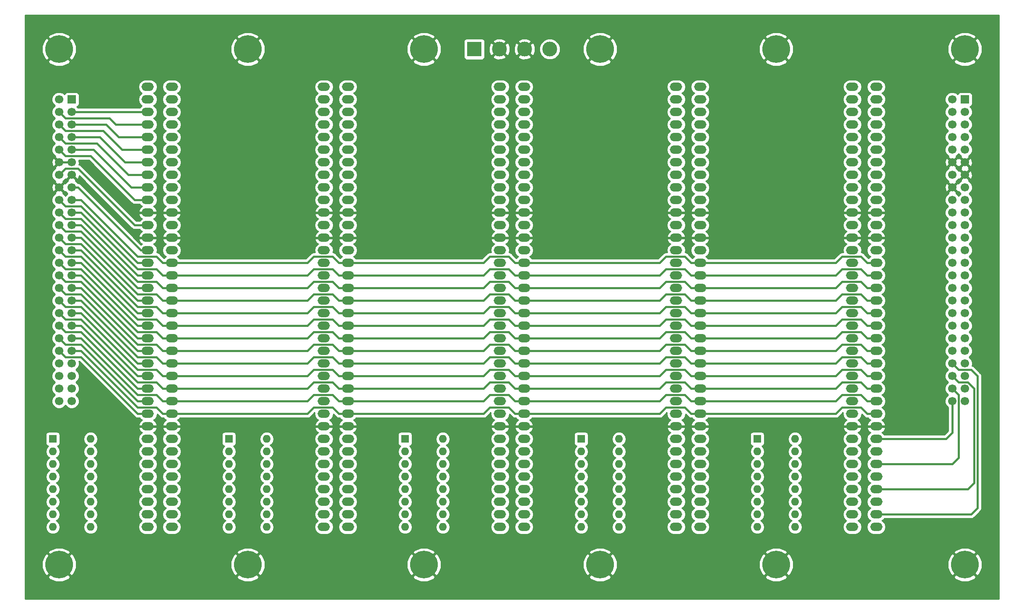
<source format=gbl>
G04 #@! TF.GenerationSoftware,KiCad,Pcbnew,(5.0.1)-3*
G04 #@! TF.CreationDate,2018-12-09T17:04:29+00:00*
G04 #@! TF.ProjectId,8 Bit Computer,382042697420436F6D70757465722E6B,rev?*
G04 #@! TF.SameCoordinates,Original*
G04 #@! TF.FileFunction,Copper,L2,Bot,Signal*
G04 #@! TF.FilePolarity,Positive*
%FSLAX46Y46*%
G04 Gerber Fmt 4.6, Leading zero omitted, Abs format (unit mm)*
G04 Created by KiCad (PCBNEW (5.0.1)-3) date 09/12/2018 17:04:29*
%MOMM*%
%LPD*%
G01*
G04 APERTURE LIST*
G04 #@! TA.AperFunction,ComponentPad*
%ADD10C,5.600000*%
G04 #@! TD*
G04 #@! TA.AperFunction,ComponentPad*
%ADD11C,1.700000*%
G04 #@! TD*
G04 #@! TA.AperFunction,ComponentPad*
%ADD12R,1.700000X1.700000*%
G04 #@! TD*
G04 #@! TA.AperFunction,ComponentPad*
%ADD13R,1.600000X1.600000*%
G04 #@! TD*
G04 #@! TA.AperFunction,ComponentPad*
%ADD14O,1.600000X1.600000*%
G04 #@! TD*
G04 #@! TA.AperFunction,ComponentPad*
%ADD15O,2.500000X1.700000*%
G04 #@! TD*
G04 #@! TA.AperFunction,ComponentPad*
%ADD16C,3.000000*%
G04 #@! TD*
G04 #@! TA.AperFunction,ComponentPad*
%ADD17R,3.000000X3.000000*%
G04 #@! TD*
G04 #@! TA.AperFunction,Conductor*
%ADD18C,0.400000*%
G04 #@! TD*
G04 #@! TA.AperFunction,Conductor*
%ADD19C,0.254000*%
G04 #@! TD*
G04 APERTURE END LIST*
D10*
G04 #@! TO.P,,1*
G04 #@! TO.N,GND*
X160020000Y-30480000D03*
G04 #@! TD*
G04 #@! TO.P,,1*
G04 #@! TO.N,GND*
X233680000Y-30480000D03*
G04 #@! TD*
G04 #@! TO.P,,1*
G04 #@! TO.N,GND*
X195580000Y-30480000D03*
G04 #@! TD*
G04 #@! TO.P,,1*
G04 #@! TO.N,GND*
X124460000Y-30480000D03*
G04 #@! TD*
G04 #@! TO.P,,1*
G04 #@! TO.N,GND*
X88900000Y-30480000D03*
G04 #@! TD*
G04 #@! TO.P,,1*
G04 #@! TO.N,GND*
X50800000Y-30480000D03*
G04 #@! TD*
G04 #@! TO.P,,1*
G04 #@! TO.N,GND*
X88900000Y-134620000D03*
G04 #@! TD*
G04 #@! TO.P,,1*
G04 #@! TO.N,GND*
X50800000Y-134620000D03*
G04 #@! TD*
G04 #@! TO.P,,1*
G04 #@! TO.N,GND*
X160020000Y-134620000D03*
G04 #@! TD*
G04 #@! TO.P,,1*
G04 #@! TO.N,GND*
X124460000Y-134620000D03*
G04 #@! TD*
G04 #@! TO.P,,1*
G04 #@! TO.N,GND*
X195580000Y-134620000D03*
G04 #@! TD*
G04 #@! TO.P,,1*
G04 #@! TO.N,GND*
X233680000Y-134620000D03*
G04 #@! TD*
D11*
G04 #@! TO.P,J1,50*
G04 #@! TO.N,/A0*
X50800000Y-101600000D03*
G04 #@! TO.P,J1,49*
G04 #@! TO.N,/A1*
X53340000Y-101600000D03*
G04 #@! TO.P,J1,48*
G04 #@! TO.N,/A2*
X50800000Y-99060000D03*
G04 #@! TO.P,J1,47*
G04 #@! TO.N,/A3*
X53340000Y-99060000D03*
G04 #@! TO.P,J1,46*
G04 #@! TO.N,/A4*
X50800000Y-96520000D03*
G04 #@! TO.P,J1,45*
G04 #@! TO.N,/A5*
X53340000Y-96520000D03*
G04 #@! TO.P,J1,44*
G04 #@! TO.N,/A6*
X50800000Y-93980000D03*
G04 #@! TO.P,J1,43*
G04 #@! TO.N,/A7*
X53340000Y-93980000D03*
G04 #@! TO.P,J1,42*
G04 #@! TO.N,/Control22*
X50800000Y-91440000D03*
G04 #@! TO.P,J1,41*
G04 #@! TO.N,/Control23*
X53340000Y-91440000D03*
G04 #@! TO.P,J1,40*
G04 #@! TO.N,/Control20*
X50800000Y-88900000D03*
G04 #@! TO.P,J1,39*
G04 #@! TO.N,/Control21*
X53340000Y-88900000D03*
G04 #@! TO.P,J1,38*
G04 #@! TO.N,/Control18*
X50800000Y-86360000D03*
G04 #@! TO.P,J1,37*
G04 #@! TO.N,/Control19*
X53340000Y-86360000D03*
G04 #@! TO.P,J1,36*
G04 #@! TO.N,/Control16*
X50800000Y-83820000D03*
G04 #@! TO.P,J1,35*
G04 #@! TO.N,/Control17*
X53340000Y-83820000D03*
G04 #@! TO.P,J1,34*
G04 #@! TO.N,/Control14*
X50800000Y-81280000D03*
G04 #@! TO.P,J1,33*
G04 #@! TO.N,/Control15*
X53340000Y-81280000D03*
G04 #@! TO.P,J1,32*
G04 #@! TO.N,/Control12*
X50800000Y-78740000D03*
G04 #@! TO.P,J1,31*
G04 #@! TO.N,/Control13*
X53340000Y-78740000D03*
G04 #@! TO.P,J1,30*
G04 #@! TO.N,/Control10*
X50800000Y-76200000D03*
G04 #@! TO.P,J1,29*
G04 #@! TO.N,/Control11*
X53340000Y-76200000D03*
G04 #@! TO.P,J1,28*
G04 #@! TO.N,/Control8*
X50800000Y-73660000D03*
G04 #@! TO.P,J1,27*
G04 #@! TO.N,/Control9*
X53340000Y-73660000D03*
G04 #@! TO.P,J1,26*
G04 #@! TO.N,/Control6*
X50800000Y-71120000D03*
G04 #@! TO.P,J1,25*
G04 #@! TO.N,/Control7*
X53340000Y-71120000D03*
G04 #@! TO.P,J1,24*
G04 #@! TO.N,/Control4*
X50800000Y-68580000D03*
G04 #@! TO.P,J1,23*
G04 #@! TO.N,/Control5*
X53340000Y-68580000D03*
G04 #@! TO.P,J1,22*
G04 #@! TO.N,/Control2*
X50800000Y-66040000D03*
G04 #@! TO.P,J1,21*
G04 #@! TO.N,/Control3*
X53340000Y-66040000D03*
G04 #@! TO.P,J1,20*
G04 #@! TO.N,/Control0*
X50800000Y-63500000D03*
G04 #@! TO.P,J1,19*
G04 #@! TO.N,/Control1*
X53340000Y-63500000D03*
G04 #@! TO.P,J1,18*
G04 #@! TO.N,ZeroFlag*
X50800000Y-60960000D03*
G04 #@! TO.P,J1,17*
G04 #@! TO.N,OverflowFlag*
X53340000Y-60960000D03*
G04 #@! TO.P,J1,16*
G04 #@! TO.N,GND*
X50800000Y-58420000D03*
G04 #@! TO.P,J1,15*
G04 #@! TO.N,Reset*
X53340000Y-58420000D03*
G04 #@! TO.P,J1,14*
G04 #@! TO.N,Clock*
X50800000Y-55880000D03*
G04 #@! TO.P,J1,13*
G04 #@! TO.N,GND*
X53340000Y-55880000D03*
G04 #@! TO.P,J1,12*
X50800000Y-53340000D03*
G04 #@! TO.P,J1,11*
X53340000Y-53340000D03*
G04 #@! TO.P,J1,10*
G04 #@! TO.N,/Data7*
X50800000Y-50800000D03*
G04 #@! TO.P,J1,9*
G04 #@! TO.N,/Data6*
X53340000Y-50800000D03*
G04 #@! TO.P,J1,8*
G04 #@! TO.N,/Data5*
X50800000Y-48260000D03*
G04 #@! TO.P,J1,7*
G04 #@! TO.N,/Data4*
X53340000Y-48260000D03*
G04 #@! TO.P,J1,6*
G04 #@! TO.N,/Data3*
X50800000Y-45720000D03*
G04 #@! TO.P,J1,5*
G04 #@! TO.N,/Data2*
X53340000Y-45720000D03*
G04 #@! TO.P,J1,4*
G04 #@! TO.N,/Data1*
X50800000Y-43180000D03*
G04 #@! TO.P,J1,3*
G04 #@! TO.N,/Data0*
X53340000Y-43180000D03*
G04 #@! TO.P,J1,2*
G04 #@! TO.N,+5V*
X50800000Y-40640000D03*
D12*
G04 #@! TO.P,J1,1*
X53340000Y-40640000D03*
G04 #@! TD*
D13*
G04 #@! TO.P,SW5,1*
G04 #@! TO.N,Net-(J5-Pad44)*
X191770000Y-109220000D03*
D14*
G04 #@! TO.P,SW5,9*
G04 #@! TO.N,Net-(J6-Pad36)*
X199390000Y-127000000D03*
G04 #@! TO.P,SW5,2*
G04 #@! TO.N,Net-(J5-Pad43)*
X191770000Y-111760000D03*
G04 #@! TO.P,SW5,10*
G04 #@! TO.N,Net-(J6-Pad35)*
X199390000Y-124460000D03*
G04 #@! TO.P,SW5,3*
G04 #@! TO.N,Net-(J5-Pad42)*
X191770000Y-114300000D03*
G04 #@! TO.P,SW5,11*
G04 #@! TO.N,Net-(J6-Pad34)*
X199390000Y-121920000D03*
G04 #@! TO.P,SW5,4*
G04 #@! TO.N,Net-(J5-Pad41)*
X191770000Y-116840000D03*
G04 #@! TO.P,SW5,12*
G04 #@! TO.N,Net-(J6-Pad33)*
X199390000Y-119380000D03*
G04 #@! TO.P,SW5,5*
G04 #@! TO.N,Net-(J5-Pad40)*
X191770000Y-119380000D03*
G04 #@! TO.P,SW5,13*
G04 #@! TO.N,Net-(J6-Pad32)*
X199390000Y-116840000D03*
G04 #@! TO.P,SW5,6*
G04 #@! TO.N,Net-(J5-Pad39)*
X191770000Y-121920000D03*
G04 #@! TO.P,SW5,14*
G04 #@! TO.N,Net-(J6-Pad31)*
X199390000Y-114300000D03*
G04 #@! TO.P,SW5,7*
G04 #@! TO.N,Net-(J5-Pad38)*
X191770000Y-124460000D03*
G04 #@! TO.P,SW5,15*
G04 #@! TO.N,Net-(J6-Pad30)*
X199390000Y-111760000D03*
G04 #@! TO.P,SW5,8*
G04 #@! TO.N,Net-(J5-Pad37)*
X191770000Y-127000000D03*
G04 #@! TO.P,SW5,16*
G04 #@! TO.N,Net-(J6-Pad29)*
X199390000Y-109220000D03*
G04 #@! TD*
G04 #@! TO.P,SW4,16*
G04 #@! TO.N,Net-(J5-Pad29)*
X163830000Y-109220000D03*
G04 #@! TO.P,SW4,8*
G04 #@! TO.N,Net-(J4-Pad37)*
X156210000Y-127000000D03*
G04 #@! TO.P,SW4,15*
G04 #@! TO.N,Net-(J5-Pad30)*
X163830000Y-111760000D03*
G04 #@! TO.P,SW4,7*
G04 #@! TO.N,Net-(J4-Pad38)*
X156210000Y-124460000D03*
G04 #@! TO.P,SW4,14*
G04 #@! TO.N,Net-(J5-Pad31)*
X163830000Y-114300000D03*
G04 #@! TO.P,SW4,6*
G04 #@! TO.N,Net-(J4-Pad39)*
X156210000Y-121920000D03*
G04 #@! TO.P,SW4,13*
G04 #@! TO.N,Net-(J5-Pad32)*
X163830000Y-116840000D03*
G04 #@! TO.P,SW4,5*
G04 #@! TO.N,Net-(J4-Pad40)*
X156210000Y-119380000D03*
G04 #@! TO.P,SW4,12*
G04 #@! TO.N,Net-(J5-Pad33)*
X163830000Y-119380000D03*
G04 #@! TO.P,SW4,4*
G04 #@! TO.N,Net-(J4-Pad41)*
X156210000Y-116840000D03*
G04 #@! TO.P,SW4,11*
G04 #@! TO.N,Net-(J5-Pad34)*
X163830000Y-121920000D03*
G04 #@! TO.P,SW4,3*
G04 #@! TO.N,Net-(J4-Pad42)*
X156210000Y-114300000D03*
G04 #@! TO.P,SW4,10*
G04 #@! TO.N,Net-(J5-Pad35)*
X163830000Y-124460000D03*
G04 #@! TO.P,SW4,2*
G04 #@! TO.N,Net-(J4-Pad43)*
X156210000Y-111760000D03*
G04 #@! TO.P,SW4,9*
G04 #@! TO.N,Net-(J5-Pad36)*
X163830000Y-127000000D03*
D13*
G04 #@! TO.P,SW4,1*
G04 #@! TO.N,Net-(J4-Pad44)*
X156210000Y-109220000D03*
G04 #@! TD*
D15*
G04 #@! TO.P,J5,2*
G04 #@! TO.N,+5V*
X175375000Y-40640000D03*
G04 #@! TO.P,J5,3*
G04 #@! TO.N,/Data0*
X175375000Y-43180000D03*
G04 #@! TO.P,J5,4*
G04 #@! TO.N,/Data1*
X175375000Y-45720000D03*
G04 #@! TO.P,J5,5*
G04 #@! TO.N,/Data2*
X175375000Y-48260000D03*
G04 #@! TO.P,J5,6*
G04 #@! TO.N,/Data3*
X175375000Y-50800000D03*
G04 #@! TO.P,J5,7*
G04 #@! TO.N,/Data4*
X175375000Y-53340000D03*
G04 #@! TO.P,J5,8*
G04 #@! TO.N,/Data5*
X175375000Y-55880000D03*
G04 #@! TO.P,J5,9*
G04 #@! TO.N,/Data6*
X175375000Y-58420000D03*
G04 #@! TO.P,J5,10*
G04 #@! TO.N,/Data7*
X175375000Y-60960000D03*
G04 #@! TO.P,J5,11*
G04 #@! TO.N,GND*
X175375000Y-63500000D03*
G04 #@! TO.P,J5,12*
G04 #@! TO.N,Clock*
X175375000Y-66040000D03*
G04 #@! TO.P,J5,13*
G04 #@! TO.N,GND*
X175375000Y-68580000D03*
G04 #@! TO.P,J5,14*
G04 #@! TO.N,Reset*
X175375000Y-71120000D03*
G04 #@! TO.P,J5,15*
G04 #@! TO.N,ZeroFlag*
X175375000Y-73660000D03*
G04 #@! TO.P,J5,16*
G04 #@! TO.N,/Control0*
X175375000Y-76200000D03*
G04 #@! TO.P,J5,17*
G04 #@! TO.N,/Control2*
X175375000Y-78740000D03*
G04 #@! TO.P,J5,18*
G04 #@! TO.N,/Control4*
X175375000Y-81280000D03*
G04 #@! TO.P,J5,19*
G04 #@! TO.N,/Control6*
X175375000Y-83820000D03*
G04 #@! TO.P,J5,20*
G04 #@! TO.N,/Control8*
X175375000Y-86360000D03*
G04 #@! TO.P,J5,21*
G04 #@! TO.N,/Control10*
X175375000Y-88900000D03*
G04 #@! TO.P,J5,22*
G04 #@! TO.N,/Control12*
X175375000Y-91440000D03*
G04 #@! TO.P,J5,23*
G04 #@! TO.N,/Control14*
X175375000Y-93980000D03*
G04 #@! TO.P,J5,24*
G04 #@! TO.N,/Control16*
X175375000Y-96520000D03*
G04 #@! TO.P,J5,25*
G04 #@! TO.N,/Control18*
X175375000Y-99060000D03*
G04 #@! TO.P,J5,26*
G04 #@! TO.N,/Control20*
X175375000Y-101600000D03*
G04 #@! TO.P,J5,27*
G04 #@! TO.N,/Control22*
X175375000Y-104140000D03*
G04 #@! TO.P,J5,28*
G04 #@! TO.N,GND*
X175375000Y-106680000D03*
G04 #@! TO.P,J5,29*
G04 #@! TO.N,Net-(J5-Pad29)*
X175375000Y-109220000D03*
G04 #@! TO.P,J5,30*
G04 #@! TO.N,Net-(J5-Pad30)*
X175375000Y-111760000D03*
G04 #@! TO.P,J5,31*
G04 #@! TO.N,Net-(J5-Pad31)*
X175375000Y-114300000D03*
G04 #@! TO.P,J5,32*
G04 #@! TO.N,Net-(J5-Pad32)*
X175375000Y-116840000D03*
G04 #@! TO.P,J5,33*
G04 #@! TO.N,Net-(J5-Pad33)*
X175375000Y-119380000D03*
G04 #@! TO.P,J5,34*
G04 #@! TO.N,Net-(J5-Pad34)*
X175375000Y-121920000D03*
G04 #@! TO.P,J5,35*
G04 #@! TO.N,Net-(J5-Pad35)*
X175375000Y-124460000D03*
G04 #@! TO.P,J5,36*
G04 #@! TO.N,Net-(J5-Pad36)*
X175375000Y-127000000D03*
G04 #@! TO.P,J5,37*
G04 #@! TO.N,Net-(J5-Pad37)*
X180225000Y-127000000D03*
G04 #@! TO.P,J5,38*
G04 #@! TO.N,Net-(J5-Pad38)*
X180225000Y-124460000D03*
G04 #@! TO.P,J5,39*
G04 #@! TO.N,Net-(J5-Pad39)*
X180225000Y-121920000D03*
G04 #@! TO.P,J5,40*
G04 #@! TO.N,Net-(J5-Pad40)*
X180225000Y-119380000D03*
G04 #@! TO.P,J5,41*
G04 #@! TO.N,Net-(J5-Pad41)*
X180225000Y-116840000D03*
G04 #@! TO.P,J5,42*
G04 #@! TO.N,Net-(J5-Pad42)*
X180225000Y-114300000D03*
G04 #@! TO.P,J5,43*
G04 #@! TO.N,Net-(J5-Pad43)*
X180225000Y-111760000D03*
G04 #@! TO.P,J5,44*
G04 #@! TO.N,Net-(J5-Pad44)*
X180225000Y-109220000D03*
G04 #@! TO.P,J5,45*
G04 #@! TO.N,GND*
X180225000Y-106680000D03*
G04 #@! TO.P,J5,46*
G04 #@! TO.N,/Control23*
X180225000Y-104140000D03*
G04 #@! TO.P,J5,47*
G04 #@! TO.N,/Control21*
X180225000Y-101600000D03*
G04 #@! TO.P,J5,48*
G04 #@! TO.N,/Control19*
X180225000Y-99060000D03*
G04 #@! TO.P,J5,49*
G04 #@! TO.N,/Control17*
X180225000Y-96520000D03*
G04 #@! TO.P,J5,50*
G04 #@! TO.N,/Control15*
X180225000Y-93980000D03*
G04 #@! TO.P,J5,51*
G04 #@! TO.N,/Control13*
X180225000Y-91440000D03*
G04 #@! TO.P,J5,52*
G04 #@! TO.N,/Control11*
X180225000Y-88900000D03*
G04 #@! TO.P,J5,53*
G04 #@! TO.N,/Control9*
X180225000Y-86360000D03*
G04 #@! TO.P,J5,54*
G04 #@! TO.N,/Control7*
X180225000Y-83820000D03*
G04 #@! TO.P,J5,55*
G04 #@! TO.N,/Control5*
X180225000Y-81280000D03*
G04 #@! TO.P,J5,56*
G04 #@! TO.N,/Control3*
X180225000Y-78740000D03*
G04 #@! TO.P,J5,57*
G04 #@! TO.N,/Control1*
X180225000Y-76200000D03*
G04 #@! TO.P,J5,58*
G04 #@! TO.N,OverflowFlag*
X180225000Y-73660000D03*
G04 #@! TO.P,J5,59*
G04 #@! TO.N,Reset*
X180225000Y-71120000D03*
G04 #@! TO.P,J5,60*
G04 #@! TO.N,GND*
X180225000Y-68580000D03*
G04 #@! TO.P,J5,61*
G04 #@! TO.N,Clock*
X180225000Y-66040000D03*
G04 #@! TO.P,J5,62*
G04 #@! TO.N,GND*
X180225000Y-63500000D03*
G04 #@! TO.P,J5,63*
G04 #@! TO.N,/Data7*
X180225000Y-60960000D03*
G04 #@! TO.P,J5,64*
G04 #@! TO.N,/Data6*
X180225000Y-58420000D03*
G04 #@! TO.P,J5,65*
G04 #@! TO.N,/Data5*
X180225000Y-55880000D03*
G04 #@! TO.P,J5,66*
G04 #@! TO.N,/Data4*
X180225000Y-53340000D03*
G04 #@! TO.P,J5,67*
G04 #@! TO.N,/Data3*
X180225000Y-50800000D03*
G04 #@! TO.P,J5,68*
G04 #@! TO.N,/Data2*
X180225000Y-48260000D03*
G04 #@! TO.P,J5,69*
G04 #@! TO.N,/Data1*
X180225000Y-45720000D03*
G04 #@! TO.P,J5,70*
G04 #@! TO.N,/Data0*
X180225000Y-43180000D03*
G04 #@! TO.P,J5,71*
G04 #@! TO.N,+5V*
X180225000Y-40640000D03*
G04 #@! TO.P,J5,72*
X180225000Y-38100000D03*
G04 #@! TO.P,J5,1*
X175375000Y-38100000D03*
G04 #@! TD*
G04 #@! TO.P,J6,2*
G04 #@! TO.N,+5V*
X210935000Y-40640000D03*
G04 #@! TO.P,J6,3*
G04 #@! TO.N,/Data0*
X210935000Y-43180000D03*
G04 #@! TO.P,J6,4*
G04 #@! TO.N,/Data1*
X210935000Y-45720000D03*
G04 #@! TO.P,J6,5*
G04 #@! TO.N,/Data2*
X210935000Y-48260000D03*
G04 #@! TO.P,J6,6*
G04 #@! TO.N,/Data3*
X210935000Y-50800000D03*
G04 #@! TO.P,J6,7*
G04 #@! TO.N,/Data4*
X210935000Y-53340000D03*
G04 #@! TO.P,J6,8*
G04 #@! TO.N,/Data5*
X210935000Y-55880000D03*
G04 #@! TO.P,J6,9*
G04 #@! TO.N,/Data6*
X210935000Y-58420000D03*
G04 #@! TO.P,J6,10*
G04 #@! TO.N,/Data7*
X210935000Y-60960000D03*
G04 #@! TO.P,J6,11*
G04 #@! TO.N,GND*
X210935000Y-63500000D03*
G04 #@! TO.P,J6,12*
G04 #@! TO.N,Clock*
X210935000Y-66040000D03*
G04 #@! TO.P,J6,13*
G04 #@! TO.N,GND*
X210935000Y-68580000D03*
G04 #@! TO.P,J6,14*
G04 #@! TO.N,Reset*
X210935000Y-71120000D03*
G04 #@! TO.P,J6,15*
G04 #@! TO.N,ZeroFlag*
X210935000Y-73660000D03*
G04 #@! TO.P,J6,16*
G04 #@! TO.N,/Control0*
X210935000Y-76200000D03*
G04 #@! TO.P,J6,17*
G04 #@! TO.N,/Control2*
X210935000Y-78740000D03*
G04 #@! TO.P,J6,18*
G04 #@! TO.N,/Control4*
X210935000Y-81280000D03*
G04 #@! TO.P,J6,19*
G04 #@! TO.N,/Control6*
X210935000Y-83820000D03*
G04 #@! TO.P,J6,20*
G04 #@! TO.N,/Control8*
X210935000Y-86360000D03*
G04 #@! TO.P,J6,21*
G04 #@! TO.N,/Control10*
X210935000Y-88900000D03*
G04 #@! TO.P,J6,22*
G04 #@! TO.N,/Control12*
X210935000Y-91440000D03*
G04 #@! TO.P,J6,23*
G04 #@! TO.N,/Control14*
X210935000Y-93980000D03*
G04 #@! TO.P,J6,24*
G04 #@! TO.N,/Control16*
X210935000Y-96520000D03*
G04 #@! TO.P,J6,25*
G04 #@! TO.N,/Control18*
X210935000Y-99060000D03*
G04 #@! TO.P,J6,26*
G04 #@! TO.N,/Control20*
X210935000Y-101600000D03*
G04 #@! TO.P,J6,27*
G04 #@! TO.N,/Control22*
X210935000Y-104140000D03*
G04 #@! TO.P,J6,28*
G04 #@! TO.N,GND*
X210935000Y-106680000D03*
G04 #@! TO.P,J6,29*
G04 #@! TO.N,Net-(J6-Pad29)*
X210935000Y-109220000D03*
G04 #@! TO.P,J6,30*
G04 #@! TO.N,Net-(J6-Pad30)*
X210935000Y-111760000D03*
G04 #@! TO.P,J6,31*
G04 #@! TO.N,Net-(J6-Pad31)*
X210935000Y-114300000D03*
G04 #@! TO.P,J6,32*
G04 #@! TO.N,Net-(J6-Pad32)*
X210935000Y-116840000D03*
G04 #@! TO.P,J6,33*
G04 #@! TO.N,Net-(J6-Pad33)*
X210935000Y-119380000D03*
G04 #@! TO.P,J6,34*
G04 #@! TO.N,Net-(J6-Pad34)*
X210935000Y-121920000D03*
G04 #@! TO.P,J6,35*
G04 #@! TO.N,Net-(J6-Pad35)*
X210935000Y-124460000D03*
G04 #@! TO.P,J6,36*
G04 #@! TO.N,Net-(J6-Pad36)*
X210935000Y-127000000D03*
G04 #@! TO.P,J6,37*
G04 #@! TO.N,/B7*
X215785000Y-127000000D03*
G04 #@! TO.P,J6,38*
G04 #@! TO.N,/B6*
X215785000Y-124460000D03*
G04 #@! TO.P,J6,39*
G04 #@! TO.N,/B5*
X215785000Y-121920000D03*
G04 #@! TO.P,J6,40*
G04 #@! TO.N,/B4*
X215785000Y-119380000D03*
G04 #@! TO.P,J6,41*
G04 #@! TO.N,/B3*
X215785000Y-116840000D03*
G04 #@! TO.P,J6,42*
G04 #@! TO.N,/B2*
X215785000Y-114300000D03*
G04 #@! TO.P,J6,43*
G04 #@! TO.N,/B1*
X215785000Y-111760000D03*
G04 #@! TO.P,J6,44*
G04 #@! TO.N,/B0*
X215785000Y-109220000D03*
G04 #@! TO.P,J6,45*
G04 #@! TO.N,GND*
X215785000Y-106680000D03*
G04 #@! TO.P,J6,46*
G04 #@! TO.N,/Control23*
X215785000Y-104140000D03*
G04 #@! TO.P,J6,47*
G04 #@! TO.N,/Control21*
X215785000Y-101600000D03*
G04 #@! TO.P,J6,48*
G04 #@! TO.N,/Control19*
X215785000Y-99060000D03*
G04 #@! TO.P,J6,49*
G04 #@! TO.N,/Control17*
X215785000Y-96520000D03*
G04 #@! TO.P,J6,50*
G04 #@! TO.N,/Control15*
X215785000Y-93980000D03*
G04 #@! TO.P,J6,51*
G04 #@! TO.N,/Control13*
X215785000Y-91440000D03*
G04 #@! TO.P,J6,52*
G04 #@! TO.N,/Control11*
X215785000Y-88900000D03*
G04 #@! TO.P,J6,53*
G04 #@! TO.N,/Control9*
X215785000Y-86360000D03*
G04 #@! TO.P,J6,54*
G04 #@! TO.N,/Control7*
X215785000Y-83820000D03*
G04 #@! TO.P,J6,55*
G04 #@! TO.N,/Control5*
X215785000Y-81280000D03*
G04 #@! TO.P,J6,56*
G04 #@! TO.N,/Control3*
X215785000Y-78740000D03*
G04 #@! TO.P,J6,57*
G04 #@! TO.N,/Control1*
X215785000Y-76200000D03*
G04 #@! TO.P,J6,58*
G04 #@! TO.N,OverflowFlag*
X215785000Y-73660000D03*
G04 #@! TO.P,J6,59*
G04 #@! TO.N,Reset*
X215785000Y-71120000D03*
G04 #@! TO.P,J6,60*
G04 #@! TO.N,GND*
X215785000Y-68580000D03*
G04 #@! TO.P,J6,61*
G04 #@! TO.N,Clock*
X215785000Y-66040000D03*
G04 #@! TO.P,J6,62*
G04 #@! TO.N,GND*
X215785000Y-63500000D03*
G04 #@! TO.P,J6,63*
G04 #@! TO.N,/Data7*
X215785000Y-60960000D03*
G04 #@! TO.P,J6,64*
G04 #@! TO.N,/Data6*
X215785000Y-58420000D03*
G04 #@! TO.P,J6,65*
G04 #@! TO.N,/Data5*
X215785000Y-55880000D03*
G04 #@! TO.P,J6,66*
G04 #@! TO.N,/Data4*
X215785000Y-53340000D03*
G04 #@! TO.P,J6,67*
G04 #@! TO.N,/Data3*
X215785000Y-50800000D03*
G04 #@! TO.P,J6,68*
G04 #@! TO.N,/Data2*
X215785000Y-48260000D03*
G04 #@! TO.P,J6,69*
G04 #@! TO.N,/Data1*
X215785000Y-45720000D03*
G04 #@! TO.P,J6,70*
G04 #@! TO.N,/Data0*
X215785000Y-43180000D03*
G04 #@! TO.P,J6,71*
G04 #@! TO.N,+5V*
X215785000Y-40640000D03*
G04 #@! TO.P,J6,72*
X215785000Y-38100000D03*
G04 #@! TO.P,J6,1*
X210935000Y-38100000D03*
G04 #@! TD*
G04 #@! TO.P,J4,1*
G04 #@! TO.N,+5V*
X139815000Y-38100000D03*
G04 #@! TO.P,J4,72*
X144665000Y-38100000D03*
G04 #@! TO.P,J4,71*
X144665000Y-40640000D03*
G04 #@! TO.P,J4,70*
G04 #@! TO.N,/Data0*
X144665000Y-43180000D03*
G04 #@! TO.P,J4,69*
G04 #@! TO.N,/Data1*
X144665000Y-45720000D03*
G04 #@! TO.P,J4,68*
G04 #@! TO.N,/Data2*
X144665000Y-48260000D03*
G04 #@! TO.P,J4,67*
G04 #@! TO.N,/Data3*
X144665000Y-50800000D03*
G04 #@! TO.P,J4,66*
G04 #@! TO.N,/Data4*
X144665000Y-53340000D03*
G04 #@! TO.P,J4,65*
G04 #@! TO.N,/Data5*
X144665000Y-55880000D03*
G04 #@! TO.P,J4,64*
G04 #@! TO.N,/Data6*
X144665000Y-58420000D03*
G04 #@! TO.P,J4,63*
G04 #@! TO.N,/Data7*
X144665000Y-60960000D03*
G04 #@! TO.P,J4,62*
G04 #@! TO.N,GND*
X144665000Y-63500000D03*
G04 #@! TO.P,J4,61*
G04 #@! TO.N,Clock*
X144665000Y-66040000D03*
G04 #@! TO.P,J4,60*
G04 #@! TO.N,GND*
X144665000Y-68580000D03*
G04 #@! TO.P,J4,59*
G04 #@! TO.N,Reset*
X144665000Y-71120000D03*
G04 #@! TO.P,J4,58*
G04 #@! TO.N,OverflowFlag*
X144665000Y-73660000D03*
G04 #@! TO.P,J4,57*
G04 #@! TO.N,/Control1*
X144665000Y-76200000D03*
G04 #@! TO.P,J4,56*
G04 #@! TO.N,/Control3*
X144665000Y-78740000D03*
G04 #@! TO.P,J4,55*
G04 #@! TO.N,/Control5*
X144665000Y-81280000D03*
G04 #@! TO.P,J4,54*
G04 #@! TO.N,/Control7*
X144665000Y-83820000D03*
G04 #@! TO.P,J4,53*
G04 #@! TO.N,/Control9*
X144665000Y-86360000D03*
G04 #@! TO.P,J4,52*
G04 #@! TO.N,/Control11*
X144665000Y-88900000D03*
G04 #@! TO.P,J4,51*
G04 #@! TO.N,/Control13*
X144665000Y-91440000D03*
G04 #@! TO.P,J4,50*
G04 #@! TO.N,/Control15*
X144665000Y-93980000D03*
G04 #@! TO.P,J4,49*
G04 #@! TO.N,/Control17*
X144665000Y-96520000D03*
G04 #@! TO.P,J4,48*
G04 #@! TO.N,/Control19*
X144665000Y-99060000D03*
G04 #@! TO.P,J4,47*
G04 #@! TO.N,/Control21*
X144665000Y-101600000D03*
G04 #@! TO.P,J4,46*
G04 #@! TO.N,/Control23*
X144665000Y-104140000D03*
G04 #@! TO.P,J4,45*
G04 #@! TO.N,GND*
X144665000Y-106680000D03*
G04 #@! TO.P,J4,44*
G04 #@! TO.N,Net-(J4-Pad44)*
X144665000Y-109220000D03*
G04 #@! TO.P,J4,43*
G04 #@! TO.N,Net-(J4-Pad43)*
X144665000Y-111760000D03*
G04 #@! TO.P,J4,42*
G04 #@! TO.N,Net-(J4-Pad42)*
X144665000Y-114300000D03*
G04 #@! TO.P,J4,41*
G04 #@! TO.N,Net-(J4-Pad41)*
X144665000Y-116840000D03*
G04 #@! TO.P,J4,40*
G04 #@! TO.N,Net-(J4-Pad40)*
X144665000Y-119380000D03*
G04 #@! TO.P,J4,39*
G04 #@! TO.N,Net-(J4-Pad39)*
X144665000Y-121920000D03*
G04 #@! TO.P,J4,38*
G04 #@! TO.N,Net-(J4-Pad38)*
X144665000Y-124460000D03*
G04 #@! TO.P,J4,37*
G04 #@! TO.N,Net-(J4-Pad37)*
X144665000Y-127000000D03*
G04 #@! TO.P,J4,36*
G04 #@! TO.N,Net-(J4-Pad36)*
X139815000Y-127000000D03*
G04 #@! TO.P,J4,35*
G04 #@! TO.N,Net-(J4-Pad35)*
X139815000Y-124460000D03*
G04 #@! TO.P,J4,34*
G04 #@! TO.N,Net-(J4-Pad34)*
X139815000Y-121920000D03*
G04 #@! TO.P,J4,33*
G04 #@! TO.N,Net-(J4-Pad33)*
X139815000Y-119380000D03*
G04 #@! TO.P,J4,32*
G04 #@! TO.N,Net-(J4-Pad32)*
X139815000Y-116840000D03*
G04 #@! TO.P,J4,31*
G04 #@! TO.N,Net-(J4-Pad31)*
X139815000Y-114300000D03*
G04 #@! TO.P,J4,30*
G04 #@! TO.N,Net-(J4-Pad30)*
X139815000Y-111760000D03*
G04 #@! TO.P,J4,29*
G04 #@! TO.N,Net-(J4-Pad29)*
X139815000Y-109220000D03*
G04 #@! TO.P,J4,28*
G04 #@! TO.N,GND*
X139815000Y-106680000D03*
G04 #@! TO.P,J4,27*
G04 #@! TO.N,/Control22*
X139815000Y-104140000D03*
G04 #@! TO.P,J4,26*
G04 #@! TO.N,/Control20*
X139815000Y-101600000D03*
G04 #@! TO.P,J4,25*
G04 #@! TO.N,/Control18*
X139815000Y-99060000D03*
G04 #@! TO.P,J4,24*
G04 #@! TO.N,/Control16*
X139815000Y-96520000D03*
G04 #@! TO.P,J4,23*
G04 #@! TO.N,/Control14*
X139815000Y-93980000D03*
G04 #@! TO.P,J4,22*
G04 #@! TO.N,/Control12*
X139815000Y-91440000D03*
G04 #@! TO.P,J4,21*
G04 #@! TO.N,/Control10*
X139815000Y-88900000D03*
G04 #@! TO.P,J4,20*
G04 #@! TO.N,/Control8*
X139815000Y-86360000D03*
G04 #@! TO.P,J4,19*
G04 #@! TO.N,/Control6*
X139815000Y-83820000D03*
G04 #@! TO.P,J4,18*
G04 #@! TO.N,/Control4*
X139815000Y-81280000D03*
G04 #@! TO.P,J4,17*
G04 #@! TO.N,/Control2*
X139815000Y-78740000D03*
G04 #@! TO.P,J4,16*
G04 #@! TO.N,/Control0*
X139815000Y-76200000D03*
G04 #@! TO.P,J4,15*
G04 #@! TO.N,ZeroFlag*
X139815000Y-73660000D03*
G04 #@! TO.P,J4,14*
G04 #@! TO.N,Reset*
X139815000Y-71120000D03*
G04 #@! TO.P,J4,13*
G04 #@! TO.N,GND*
X139815000Y-68580000D03*
G04 #@! TO.P,J4,12*
G04 #@! TO.N,Clock*
X139815000Y-66040000D03*
G04 #@! TO.P,J4,11*
G04 #@! TO.N,GND*
X139815000Y-63500000D03*
G04 #@! TO.P,J4,10*
G04 #@! TO.N,/Data7*
X139815000Y-60960000D03*
G04 #@! TO.P,J4,9*
G04 #@! TO.N,/Data6*
X139815000Y-58420000D03*
G04 #@! TO.P,J4,8*
G04 #@! TO.N,/Data5*
X139815000Y-55880000D03*
G04 #@! TO.P,J4,7*
G04 #@! TO.N,/Data4*
X139815000Y-53340000D03*
G04 #@! TO.P,J4,6*
G04 #@! TO.N,/Data3*
X139815000Y-50800000D03*
G04 #@! TO.P,J4,5*
G04 #@! TO.N,/Data2*
X139815000Y-48260000D03*
G04 #@! TO.P,J4,4*
G04 #@! TO.N,/Data1*
X139815000Y-45720000D03*
G04 #@! TO.P,J4,3*
G04 #@! TO.N,/Data0*
X139815000Y-43180000D03*
G04 #@! TO.P,J4,2*
G04 #@! TO.N,+5V*
X139815000Y-40640000D03*
G04 #@! TD*
G04 #@! TO.P,J3,1*
G04 #@! TO.N,+5V*
X104255000Y-38100000D03*
G04 #@! TO.P,J3,72*
X109105000Y-38100000D03*
G04 #@! TO.P,J3,71*
X109105000Y-40640000D03*
G04 #@! TO.P,J3,70*
G04 #@! TO.N,/Data0*
X109105000Y-43180000D03*
G04 #@! TO.P,J3,69*
G04 #@! TO.N,/Data1*
X109105000Y-45720000D03*
G04 #@! TO.P,J3,68*
G04 #@! TO.N,/Data2*
X109105000Y-48260000D03*
G04 #@! TO.P,J3,67*
G04 #@! TO.N,/Data3*
X109105000Y-50800000D03*
G04 #@! TO.P,J3,66*
G04 #@! TO.N,/Data4*
X109105000Y-53340000D03*
G04 #@! TO.P,J3,65*
G04 #@! TO.N,/Data5*
X109105000Y-55880000D03*
G04 #@! TO.P,J3,64*
G04 #@! TO.N,/Data6*
X109105000Y-58420000D03*
G04 #@! TO.P,J3,63*
G04 #@! TO.N,/Data7*
X109105000Y-60960000D03*
G04 #@! TO.P,J3,62*
G04 #@! TO.N,GND*
X109105000Y-63500000D03*
G04 #@! TO.P,J3,61*
G04 #@! TO.N,Clock*
X109105000Y-66040000D03*
G04 #@! TO.P,J3,60*
G04 #@! TO.N,GND*
X109105000Y-68580000D03*
G04 #@! TO.P,J3,59*
G04 #@! TO.N,Reset*
X109105000Y-71120000D03*
G04 #@! TO.P,J3,58*
G04 #@! TO.N,OverflowFlag*
X109105000Y-73660000D03*
G04 #@! TO.P,J3,57*
G04 #@! TO.N,/Control1*
X109105000Y-76200000D03*
G04 #@! TO.P,J3,56*
G04 #@! TO.N,/Control3*
X109105000Y-78740000D03*
G04 #@! TO.P,J3,55*
G04 #@! TO.N,/Control5*
X109105000Y-81280000D03*
G04 #@! TO.P,J3,54*
G04 #@! TO.N,/Control7*
X109105000Y-83820000D03*
G04 #@! TO.P,J3,53*
G04 #@! TO.N,/Control9*
X109105000Y-86360000D03*
G04 #@! TO.P,J3,52*
G04 #@! TO.N,/Control11*
X109105000Y-88900000D03*
G04 #@! TO.P,J3,51*
G04 #@! TO.N,/Control13*
X109105000Y-91440000D03*
G04 #@! TO.P,J3,50*
G04 #@! TO.N,/Control15*
X109105000Y-93980000D03*
G04 #@! TO.P,J3,49*
G04 #@! TO.N,/Control17*
X109105000Y-96520000D03*
G04 #@! TO.P,J3,48*
G04 #@! TO.N,/Control19*
X109105000Y-99060000D03*
G04 #@! TO.P,J3,47*
G04 #@! TO.N,/Control21*
X109105000Y-101600000D03*
G04 #@! TO.P,J3,46*
G04 #@! TO.N,/Control23*
X109105000Y-104140000D03*
G04 #@! TO.P,J3,45*
G04 #@! TO.N,GND*
X109105000Y-106680000D03*
G04 #@! TO.P,J3,44*
G04 #@! TO.N,Net-(J3-Pad44)*
X109105000Y-109220000D03*
G04 #@! TO.P,J3,43*
G04 #@! TO.N,Net-(J3-Pad43)*
X109105000Y-111760000D03*
G04 #@! TO.P,J3,42*
G04 #@! TO.N,Net-(J3-Pad42)*
X109105000Y-114300000D03*
G04 #@! TO.P,J3,41*
G04 #@! TO.N,Net-(J3-Pad41)*
X109105000Y-116840000D03*
G04 #@! TO.P,J3,40*
G04 #@! TO.N,Net-(J3-Pad40)*
X109105000Y-119380000D03*
G04 #@! TO.P,J3,39*
G04 #@! TO.N,Net-(J3-Pad39)*
X109105000Y-121920000D03*
G04 #@! TO.P,J3,38*
G04 #@! TO.N,Net-(J3-Pad38)*
X109105000Y-124460000D03*
G04 #@! TO.P,J3,37*
G04 #@! TO.N,Net-(J3-Pad37)*
X109105000Y-127000000D03*
G04 #@! TO.P,J3,36*
G04 #@! TO.N,Net-(J3-Pad36)*
X104255000Y-127000000D03*
G04 #@! TO.P,J3,35*
G04 #@! TO.N,Net-(J3-Pad35)*
X104255000Y-124460000D03*
G04 #@! TO.P,J3,34*
G04 #@! TO.N,Net-(J3-Pad34)*
X104255000Y-121920000D03*
G04 #@! TO.P,J3,33*
G04 #@! TO.N,Net-(J3-Pad33)*
X104255000Y-119380000D03*
G04 #@! TO.P,J3,32*
G04 #@! TO.N,Net-(J3-Pad32)*
X104255000Y-116840000D03*
G04 #@! TO.P,J3,31*
G04 #@! TO.N,Net-(J3-Pad31)*
X104255000Y-114300000D03*
G04 #@! TO.P,J3,30*
G04 #@! TO.N,Net-(J3-Pad30)*
X104255000Y-111760000D03*
G04 #@! TO.P,J3,29*
G04 #@! TO.N,Net-(J3-Pad29)*
X104255000Y-109220000D03*
G04 #@! TO.P,J3,28*
G04 #@! TO.N,GND*
X104255000Y-106680000D03*
G04 #@! TO.P,J3,27*
G04 #@! TO.N,/Control22*
X104255000Y-104140000D03*
G04 #@! TO.P,J3,26*
G04 #@! TO.N,/Control20*
X104255000Y-101600000D03*
G04 #@! TO.P,J3,25*
G04 #@! TO.N,/Control18*
X104255000Y-99060000D03*
G04 #@! TO.P,J3,24*
G04 #@! TO.N,/Control16*
X104255000Y-96520000D03*
G04 #@! TO.P,J3,23*
G04 #@! TO.N,/Control14*
X104255000Y-93980000D03*
G04 #@! TO.P,J3,22*
G04 #@! TO.N,/Control12*
X104255000Y-91440000D03*
G04 #@! TO.P,J3,21*
G04 #@! TO.N,/Control10*
X104255000Y-88900000D03*
G04 #@! TO.P,J3,20*
G04 #@! TO.N,/Control8*
X104255000Y-86360000D03*
G04 #@! TO.P,J3,19*
G04 #@! TO.N,/Control6*
X104255000Y-83820000D03*
G04 #@! TO.P,J3,18*
G04 #@! TO.N,/Control4*
X104255000Y-81280000D03*
G04 #@! TO.P,J3,17*
G04 #@! TO.N,/Control2*
X104255000Y-78740000D03*
G04 #@! TO.P,J3,16*
G04 #@! TO.N,/Control0*
X104255000Y-76200000D03*
G04 #@! TO.P,J3,15*
G04 #@! TO.N,ZeroFlag*
X104255000Y-73660000D03*
G04 #@! TO.P,J3,14*
G04 #@! TO.N,Reset*
X104255000Y-71120000D03*
G04 #@! TO.P,J3,13*
G04 #@! TO.N,GND*
X104255000Y-68580000D03*
G04 #@! TO.P,J3,12*
G04 #@! TO.N,Clock*
X104255000Y-66040000D03*
G04 #@! TO.P,J3,11*
G04 #@! TO.N,GND*
X104255000Y-63500000D03*
G04 #@! TO.P,J3,10*
G04 #@! TO.N,/Data7*
X104255000Y-60960000D03*
G04 #@! TO.P,J3,9*
G04 #@! TO.N,/Data6*
X104255000Y-58420000D03*
G04 #@! TO.P,J3,8*
G04 #@! TO.N,/Data5*
X104255000Y-55880000D03*
G04 #@! TO.P,J3,7*
G04 #@! TO.N,/Data4*
X104255000Y-53340000D03*
G04 #@! TO.P,J3,6*
G04 #@! TO.N,/Data3*
X104255000Y-50800000D03*
G04 #@! TO.P,J3,5*
G04 #@! TO.N,/Data2*
X104255000Y-48260000D03*
G04 #@! TO.P,J3,4*
G04 #@! TO.N,/Data1*
X104255000Y-45720000D03*
G04 #@! TO.P,J3,3*
G04 #@! TO.N,/Data0*
X104255000Y-43180000D03*
G04 #@! TO.P,J3,2*
G04 #@! TO.N,+5V*
X104255000Y-40640000D03*
G04 #@! TD*
G04 #@! TO.P,J2,1*
G04 #@! TO.N,+5V*
X68695000Y-38100000D03*
G04 #@! TO.P,J2,72*
X73545000Y-38100000D03*
G04 #@! TO.P,J2,71*
X73545000Y-40640000D03*
G04 #@! TO.P,J2,70*
G04 #@! TO.N,/Data0*
X73545000Y-43180000D03*
G04 #@! TO.P,J2,69*
G04 #@! TO.N,/Data1*
X73545000Y-45720000D03*
G04 #@! TO.P,J2,68*
G04 #@! TO.N,/Data2*
X73545000Y-48260000D03*
G04 #@! TO.P,J2,67*
G04 #@! TO.N,/Data3*
X73545000Y-50800000D03*
G04 #@! TO.P,J2,66*
G04 #@! TO.N,/Data4*
X73545000Y-53340000D03*
G04 #@! TO.P,J2,65*
G04 #@! TO.N,/Data5*
X73545000Y-55880000D03*
G04 #@! TO.P,J2,64*
G04 #@! TO.N,/Data6*
X73545000Y-58420000D03*
G04 #@! TO.P,J2,63*
G04 #@! TO.N,/Data7*
X73545000Y-60960000D03*
G04 #@! TO.P,J2,62*
G04 #@! TO.N,GND*
X73545000Y-63500000D03*
G04 #@! TO.P,J2,61*
G04 #@! TO.N,Clock*
X73545000Y-66040000D03*
G04 #@! TO.P,J2,60*
G04 #@! TO.N,GND*
X73545000Y-68580000D03*
G04 #@! TO.P,J2,59*
G04 #@! TO.N,Reset*
X73545000Y-71120000D03*
G04 #@! TO.P,J2,58*
G04 #@! TO.N,OverflowFlag*
X73545000Y-73660000D03*
G04 #@! TO.P,J2,57*
G04 #@! TO.N,/Control1*
X73545000Y-76200000D03*
G04 #@! TO.P,J2,56*
G04 #@! TO.N,/Control3*
X73545000Y-78740000D03*
G04 #@! TO.P,J2,55*
G04 #@! TO.N,/Control5*
X73545000Y-81280000D03*
G04 #@! TO.P,J2,54*
G04 #@! TO.N,/Control7*
X73545000Y-83820000D03*
G04 #@! TO.P,J2,53*
G04 #@! TO.N,/Control9*
X73545000Y-86360000D03*
G04 #@! TO.P,J2,52*
G04 #@! TO.N,/Control11*
X73545000Y-88900000D03*
G04 #@! TO.P,J2,51*
G04 #@! TO.N,/Control13*
X73545000Y-91440000D03*
G04 #@! TO.P,J2,50*
G04 #@! TO.N,/Control15*
X73545000Y-93980000D03*
G04 #@! TO.P,J2,49*
G04 #@! TO.N,/Control17*
X73545000Y-96520000D03*
G04 #@! TO.P,J2,48*
G04 #@! TO.N,/Control19*
X73545000Y-99060000D03*
G04 #@! TO.P,J2,47*
G04 #@! TO.N,/Control21*
X73545000Y-101600000D03*
G04 #@! TO.P,J2,46*
G04 #@! TO.N,/Control23*
X73545000Y-104140000D03*
G04 #@! TO.P,J2,45*
G04 #@! TO.N,GND*
X73545000Y-106680000D03*
G04 #@! TO.P,J2,44*
G04 #@! TO.N,Net-(J2-Pad44)*
X73545000Y-109220000D03*
G04 #@! TO.P,J2,43*
G04 #@! TO.N,Net-(J2-Pad43)*
X73545000Y-111760000D03*
G04 #@! TO.P,J2,42*
G04 #@! TO.N,Net-(J2-Pad42)*
X73545000Y-114300000D03*
G04 #@! TO.P,J2,41*
G04 #@! TO.N,Net-(J2-Pad41)*
X73545000Y-116840000D03*
G04 #@! TO.P,J2,40*
G04 #@! TO.N,Net-(J2-Pad40)*
X73545000Y-119380000D03*
G04 #@! TO.P,J2,39*
G04 #@! TO.N,Net-(J2-Pad39)*
X73545000Y-121920000D03*
G04 #@! TO.P,J2,38*
G04 #@! TO.N,Net-(J2-Pad38)*
X73545000Y-124460000D03*
G04 #@! TO.P,J2,37*
G04 #@! TO.N,Net-(J2-Pad37)*
X73545000Y-127000000D03*
G04 #@! TO.P,J2,36*
G04 #@! TO.N,Net-(J2-Pad36)*
X68695000Y-127000000D03*
G04 #@! TO.P,J2,35*
G04 #@! TO.N,Net-(J2-Pad35)*
X68695000Y-124460000D03*
G04 #@! TO.P,J2,34*
G04 #@! TO.N,Net-(J2-Pad34)*
X68695000Y-121920000D03*
G04 #@! TO.P,J2,33*
G04 #@! TO.N,Net-(J2-Pad33)*
X68695000Y-119380000D03*
G04 #@! TO.P,J2,32*
G04 #@! TO.N,Net-(J2-Pad32)*
X68695000Y-116840000D03*
G04 #@! TO.P,J2,31*
G04 #@! TO.N,Net-(J2-Pad31)*
X68695000Y-114300000D03*
G04 #@! TO.P,J2,30*
G04 #@! TO.N,Net-(J2-Pad30)*
X68695000Y-111760000D03*
G04 #@! TO.P,J2,29*
G04 #@! TO.N,Net-(J2-Pad29)*
X68695000Y-109220000D03*
G04 #@! TO.P,J2,28*
G04 #@! TO.N,GND*
X68695000Y-106680000D03*
G04 #@! TO.P,J2,27*
G04 #@! TO.N,/Control22*
X68695000Y-104140000D03*
G04 #@! TO.P,J2,26*
G04 #@! TO.N,/Control20*
X68695000Y-101600000D03*
G04 #@! TO.P,J2,25*
G04 #@! TO.N,/Control18*
X68695000Y-99060000D03*
G04 #@! TO.P,J2,24*
G04 #@! TO.N,/Control16*
X68695000Y-96520000D03*
G04 #@! TO.P,J2,23*
G04 #@! TO.N,/Control14*
X68695000Y-93980000D03*
G04 #@! TO.P,J2,22*
G04 #@! TO.N,/Control12*
X68695000Y-91440000D03*
G04 #@! TO.P,J2,21*
G04 #@! TO.N,/Control10*
X68695000Y-88900000D03*
G04 #@! TO.P,J2,20*
G04 #@! TO.N,/Control8*
X68695000Y-86360000D03*
G04 #@! TO.P,J2,19*
G04 #@! TO.N,/Control6*
X68695000Y-83820000D03*
G04 #@! TO.P,J2,18*
G04 #@! TO.N,/Control4*
X68695000Y-81280000D03*
G04 #@! TO.P,J2,17*
G04 #@! TO.N,/Control2*
X68695000Y-78740000D03*
G04 #@! TO.P,J2,16*
G04 #@! TO.N,/Control0*
X68695000Y-76200000D03*
G04 #@! TO.P,J2,15*
G04 #@! TO.N,ZeroFlag*
X68695000Y-73660000D03*
G04 #@! TO.P,J2,14*
G04 #@! TO.N,Reset*
X68695000Y-71120000D03*
G04 #@! TO.P,J2,13*
G04 #@! TO.N,GND*
X68695000Y-68580000D03*
G04 #@! TO.P,J2,12*
G04 #@! TO.N,Clock*
X68695000Y-66040000D03*
G04 #@! TO.P,J2,11*
G04 #@! TO.N,GND*
X68695000Y-63500000D03*
G04 #@! TO.P,J2,10*
G04 #@! TO.N,/Data7*
X68695000Y-60960000D03*
G04 #@! TO.P,J2,9*
G04 #@! TO.N,/Data6*
X68695000Y-58420000D03*
G04 #@! TO.P,J2,8*
G04 #@! TO.N,/Data5*
X68695000Y-55880000D03*
G04 #@! TO.P,J2,7*
G04 #@! TO.N,/Data4*
X68695000Y-53340000D03*
G04 #@! TO.P,J2,6*
G04 #@! TO.N,/Data3*
X68695000Y-50800000D03*
G04 #@! TO.P,J2,5*
G04 #@! TO.N,/Data2*
X68695000Y-48260000D03*
G04 #@! TO.P,J2,4*
G04 #@! TO.N,/Data1*
X68695000Y-45720000D03*
G04 #@! TO.P,J2,3*
G04 #@! TO.N,/Data0*
X68695000Y-43180000D03*
G04 #@! TO.P,J2,2*
G04 #@! TO.N,+5V*
X68695000Y-40640000D03*
G04 #@! TD*
D11*
G04 #@! TO.P,J7,50*
G04 #@! TO.N,/B0*
X231140000Y-101600000D03*
G04 #@! TO.P,J7,49*
G04 #@! TO.N,/B1*
X233680000Y-101600000D03*
G04 #@! TO.P,J7,48*
G04 #@! TO.N,/B2*
X231140000Y-99060000D03*
G04 #@! TO.P,J7,47*
G04 #@! TO.N,/B3*
X233680000Y-99060000D03*
G04 #@! TO.P,J7,46*
G04 #@! TO.N,/B4*
X231140000Y-96520000D03*
G04 #@! TO.P,J7,45*
G04 #@! TO.N,/B5*
X233680000Y-96520000D03*
G04 #@! TO.P,J7,44*
G04 #@! TO.N,/B6*
X231140000Y-93980000D03*
G04 #@! TO.P,J7,43*
G04 #@! TO.N,/B7*
X233680000Y-93980000D03*
G04 #@! TO.P,J7,42*
G04 #@! TO.N,/Control22*
X231140000Y-91440000D03*
G04 #@! TO.P,J7,41*
G04 #@! TO.N,/Control23*
X233680000Y-91440000D03*
G04 #@! TO.P,J7,40*
G04 #@! TO.N,/Control20*
X231140000Y-88900000D03*
G04 #@! TO.P,J7,39*
G04 #@! TO.N,/Control21*
X233680000Y-88900000D03*
G04 #@! TO.P,J7,38*
G04 #@! TO.N,/Control18*
X231140000Y-86360000D03*
G04 #@! TO.P,J7,37*
G04 #@! TO.N,/Control19*
X233680000Y-86360000D03*
G04 #@! TO.P,J7,36*
G04 #@! TO.N,/Control16*
X231140000Y-83820000D03*
G04 #@! TO.P,J7,35*
G04 #@! TO.N,/Control17*
X233680000Y-83820000D03*
G04 #@! TO.P,J7,34*
G04 #@! TO.N,/Control14*
X231140000Y-81280000D03*
G04 #@! TO.P,J7,33*
G04 #@! TO.N,/Control15*
X233680000Y-81280000D03*
G04 #@! TO.P,J7,32*
G04 #@! TO.N,/Control12*
X231140000Y-78740000D03*
G04 #@! TO.P,J7,31*
G04 #@! TO.N,/Control13*
X233680000Y-78740000D03*
G04 #@! TO.P,J7,30*
G04 #@! TO.N,/Control10*
X231140000Y-76200000D03*
G04 #@! TO.P,J7,29*
G04 #@! TO.N,/Control11*
X233680000Y-76200000D03*
G04 #@! TO.P,J7,28*
G04 #@! TO.N,/Control8*
X231140000Y-73660000D03*
G04 #@! TO.P,J7,27*
G04 #@! TO.N,/Control9*
X233680000Y-73660000D03*
G04 #@! TO.P,J7,26*
G04 #@! TO.N,/Control6*
X231140000Y-71120000D03*
G04 #@! TO.P,J7,25*
G04 #@! TO.N,/Control7*
X233680000Y-71120000D03*
G04 #@! TO.P,J7,24*
G04 #@! TO.N,/Control4*
X231140000Y-68580000D03*
G04 #@! TO.P,J7,23*
G04 #@! TO.N,/Control5*
X233680000Y-68580000D03*
G04 #@! TO.P,J7,22*
G04 #@! TO.N,/Control2*
X231140000Y-66040000D03*
G04 #@! TO.P,J7,21*
G04 #@! TO.N,/Control3*
X233680000Y-66040000D03*
G04 #@! TO.P,J7,20*
G04 #@! TO.N,/Control0*
X231140000Y-63500000D03*
G04 #@! TO.P,J7,19*
G04 #@! TO.N,/Control1*
X233680000Y-63500000D03*
G04 #@! TO.P,J7,18*
G04 #@! TO.N,ZeroFlag*
X231140000Y-60960000D03*
G04 #@! TO.P,J7,17*
G04 #@! TO.N,OverflowFlag*
X233680000Y-60960000D03*
G04 #@! TO.P,J7,16*
G04 #@! TO.N,GND*
X231140000Y-58420000D03*
G04 #@! TO.P,J7,15*
G04 #@! TO.N,Reset*
X233680000Y-58420000D03*
G04 #@! TO.P,J7,14*
G04 #@! TO.N,Clock*
X231140000Y-55880000D03*
G04 #@! TO.P,J7,13*
G04 #@! TO.N,GND*
X233680000Y-55880000D03*
G04 #@! TO.P,J7,12*
X231140000Y-53340000D03*
G04 #@! TO.P,J7,11*
X233680000Y-53340000D03*
G04 #@! TO.P,J7,10*
G04 #@! TO.N,/Data7*
X231140000Y-50800000D03*
G04 #@! TO.P,J7,9*
G04 #@! TO.N,/Data6*
X233680000Y-50800000D03*
G04 #@! TO.P,J7,8*
G04 #@! TO.N,/Data5*
X231140000Y-48260000D03*
G04 #@! TO.P,J7,7*
G04 #@! TO.N,/Data4*
X233680000Y-48260000D03*
G04 #@! TO.P,J7,6*
G04 #@! TO.N,/Data3*
X231140000Y-45720000D03*
G04 #@! TO.P,J7,5*
G04 #@! TO.N,/Data2*
X233680000Y-45720000D03*
G04 #@! TO.P,J7,4*
G04 #@! TO.N,/Data1*
X231140000Y-43180000D03*
G04 #@! TO.P,J7,3*
G04 #@! TO.N,/Data0*
X233680000Y-43180000D03*
G04 #@! TO.P,J7,2*
G04 #@! TO.N,+5V*
X231140000Y-40640000D03*
D12*
G04 #@! TO.P,J7,1*
X233680000Y-40640000D03*
G04 #@! TD*
D13*
G04 #@! TO.P,SW1,1*
G04 #@! TO.N,/A0*
X49530000Y-109220000D03*
D14*
G04 #@! TO.P,SW1,9*
G04 #@! TO.N,Net-(J2-Pad36)*
X57150000Y-127000000D03*
G04 #@! TO.P,SW1,2*
G04 #@! TO.N,/A1*
X49530000Y-111760000D03*
G04 #@! TO.P,SW1,10*
G04 #@! TO.N,Net-(J2-Pad35)*
X57150000Y-124460000D03*
G04 #@! TO.P,SW1,3*
G04 #@! TO.N,/A2*
X49530000Y-114300000D03*
G04 #@! TO.P,SW1,11*
G04 #@! TO.N,Net-(J2-Pad34)*
X57150000Y-121920000D03*
G04 #@! TO.P,SW1,4*
G04 #@! TO.N,/A3*
X49530000Y-116840000D03*
G04 #@! TO.P,SW1,12*
G04 #@! TO.N,Net-(J2-Pad33)*
X57150000Y-119380000D03*
G04 #@! TO.P,SW1,5*
G04 #@! TO.N,/A4*
X49530000Y-119380000D03*
G04 #@! TO.P,SW1,13*
G04 #@! TO.N,Net-(J2-Pad32)*
X57150000Y-116840000D03*
G04 #@! TO.P,SW1,6*
G04 #@! TO.N,/A5*
X49530000Y-121920000D03*
G04 #@! TO.P,SW1,14*
G04 #@! TO.N,Net-(J2-Pad31)*
X57150000Y-114300000D03*
G04 #@! TO.P,SW1,7*
G04 #@! TO.N,/A6*
X49530000Y-124460000D03*
G04 #@! TO.P,SW1,15*
G04 #@! TO.N,Net-(J2-Pad30)*
X57150000Y-111760000D03*
G04 #@! TO.P,SW1,8*
G04 #@! TO.N,/A7*
X49530000Y-127000000D03*
G04 #@! TO.P,SW1,16*
G04 #@! TO.N,Net-(J2-Pad29)*
X57150000Y-109220000D03*
G04 #@! TD*
D13*
G04 #@! TO.P,SW2,1*
G04 #@! TO.N,Net-(J2-Pad44)*
X85090000Y-109220000D03*
D14*
G04 #@! TO.P,SW2,9*
G04 #@! TO.N,Net-(J3-Pad36)*
X92710000Y-127000000D03*
G04 #@! TO.P,SW2,2*
G04 #@! TO.N,Net-(J2-Pad43)*
X85090000Y-111760000D03*
G04 #@! TO.P,SW2,10*
G04 #@! TO.N,Net-(J3-Pad35)*
X92710000Y-124460000D03*
G04 #@! TO.P,SW2,3*
G04 #@! TO.N,Net-(J2-Pad42)*
X85090000Y-114300000D03*
G04 #@! TO.P,SW2,11*
G04 #@! TO.N,Net-(J3-Pad34)*
X92710000Y-121920000D03*
G04 #@! TO.P,SW2,4*
G04 #@! TO.N,Net-(J2-Pad41)*
X85090000Y-116840000D03*
G04 #@! TO.P,SW2,12*
G04 #@! TO.N,Net-(J3-Pad33)*
X92710000Y-119380000D03*
G04 #@! TO.P,SW2,5*
G04 #@! TO.N,Net-(J2-Pad40)*
X85090000Y-119380000D03*
G04 #@! TO.P,SW2,13*
G04 #@! TO.N,Net-(J3-Pad32)*
X92710000Y-116840000D03*
G04 #@! TO.P,SW2,6*
G04 #@! TO.N,Net-(J2-Pad39)*
X85090000Y-121920000D03*
G04 #@! TO.P,SW2,14*
G04 #@! TO.N,Net-(J3-Pad31)*
X92710000Y-114300000D03*
G04 #@! TO.P,SW2,7*
G04 #@! TO.N,Net-(J2-Pad38)*
X85090000Y-124460000D03*
G04 #@! TO.P,SW2,15*
G04 #@! TO.N,Net-(J3-Pad30)*
X92710000Y-111760000D03*
G04 #@! TO.P,SW2,8*
G04 #@! TO.N,Net-(J2-Pad37)*
X85090000Y-127000000D03*
G04 #@! TO.P,SW2,16*
G04 #@! TO.N,Net-(J3-Pad29)*
X92710000Y-109220000D03*
G04 #@! TD*
G04 #@! TO.P,SW3,16*
G04 #@! TO.N,Net-(J4-Pad29)*
X128270000Y-109220000D03*
G04 #@! TO.P,SW3,8*
G04 #@! TO.N,Net-(J3-Pad37)*
X120650000Y-127000000D03*
G04 #@! TO.P,SW3,15*
G04 #@! TO.N,Net-(J4-Pad30)*
X128270000Y-111760000D03*
G04 #@! TO.P,SW3,7*
G04 #@! TO.N,Net-(J3-Pad38)*
X120650000Y-124460000D03*
G04 #@! TO.P,SW3,14*
G04 #@! TO.N,Net-(J4-Pad31)*
X128270000Y-114300000D03*
G04 #@! TO.P,SW3,6*
G04 #@! TO.N,Net-(J3-Pad39)*
X120650000Y-121920000D03*
G04 #@! TO.P,SW3,13*
G04 #@! TO.N,Net-(J4-Pad32)*
X128270000Y-116840000D03*
G04 #@! TO.P,SW3,5*
G04 #@! TO.N,Net-(J3-Pad40)*
X120650000Y-119380000D03*
G04 #@! TO.P,SW3,12*
G04 #@! TO.N,Net-(J4-Pad33)*
X128270000Y-119380000D03*
G04 #@! TO.P,SW3,4*
G04 #@! TO.N,Net-(J3-Pad41)*
X120650000Y-116840000D03*
G04 #@! TO.P,SW3,11*
G04 #@! TO.N,Net-(J4-Pad34)*
X128270000Y-121920000D03*
G04 #@! TO.P,SW3,3*
G04 #@! TO.N,Net-(J3-Pad42)*
X120650000Y-114300000D03*
G04 #@! TO.P,SW3,10*
G04 #@! TO.N,Net-(J4-Pad35)*
X128270000Y-124460000D03*
G04 #@! TO.P,SW3,2*
G04 #@! TO.N,Net-(J3-Pad43)*
X120650000Y-111760000D03*
G04 #@! TO.P,SW3,9*
G04 #@! TO.N,Net-(J4-Pad36)*
X128270000Y-127000000D03*
D13*
G04 #@! TO.P,SW3,1*
G04 #@! TO.N,Net-(J3-Pad44)*
X120650000Y-109220000D03*
G04 #@! TD*
D16*
G04 #@! TO.P,J8,2*
G04 #@! TO.N,GND*
X139700000Y-30480000D03*
G04 #@! TO.P,J8,3*
X144780000Y-30480000D03*
D17*
G04 #@! TO.P,J8,1*
G04 #@! TO.N,Net-(J8-Pad1)*
X134620000Y-30480000D03*
D16*
G04 #@! TO.P,J8,4*
G04 #@! TO.N,+5V*
X149860000Y-30480000D03*
G04 #@! TD*
D18*
G04 #@! TO.N,/Data0*
X53340000Y-43180000D02*
X68695000Y-43180000D01*
G04 #@! TO.N,/Data1*
X52070000Y-44450000D02*
X50800000Y-43180000D01*
X62230000Y-45720000D02*
X60960000Y-44450000D01*
X68695000Y-45720000D02*
X62230000Y-45720000D01*
X60960000Y-44450000D02*
X52070000Y-44450000D01*
G04 #@! TO.N,/Data2*
X53340000Y-45720000D02*
X55245000Y-45720000D01*
X60325000Y-45720000D02*
X55245000Y-45720000D01*
X68695000Y-48260000D02*
X62865000Y-48260000D01*
X62865000Y-48260000D02*
X60325000Y-45720000D01*
G04 #@! TO.N,/Data3*
X52070000Y-46990000D02*
X50800000Y-45720000D01*
X68695000Y-50800000D02*
X63500000Y-50800000D01*
X59690000Y-46990000D02*
X52070000Y-46990000D01*
X63500000Y-50800000D02*
X59690000Y-46990000D01*
G04 #@! TO.N,/Data4*
X59055000Y-48260000D02*
X55245000Y-48260000D01*
X53340000Y-48260000D02*
X55245000Y-48260000D01*
X68695000Y-53340000D02*
X64135000Y-53340000D01*
X64135000Y-53340000D02*
X59055000Y-48260000D01*
G04 #@! TO.N,/Data5*
X58420000Y-49530000D02*
X52070000Y-49530000D01*
X52070000Y-49530000D02*
X50800000Y-48260000D01*
X64770000Y-55880000D02*
X58420000Y-49530000D01*
X68695000Y-55880000D02*
X64770000Y-55880000D01*
G04 #@! TO.N,/Data6*
X68695000Y-58420000D02*
X65405000Y-58420000D01*
X57785000Y-50800000D02*
X55245000Y-50800000D01*
X53340000Y-50800000D02*
X55245000Y-50800000D01*
X65405000Y-58420000D02*
X57785000Y-50800000D01*
G04 #@! TO.N,/Data7*
X66040000Y-60960000D02*
X68695000Y-60960000D01*
X52070000Y-52070000D02*
X57150000Y-52070000D01*
X50800000Y-50800000D02*
X52070000Y-52070000D01*
X57150000Y-52070000D02*
X66040000Y-60960000D01*
G04 #@! TO.N,Reset*
X53340000Y-58420000D02*
X54610000Y-58420000D01*
G04 #@! TO.N,GND*
X50800000Y-53340000D02*
X53340000Y-53340000D01*
G04 #@! TO.N,ZeroFlag*
X52070000Y-62230000D02*
X55245000Y-62230000D01*
X50800000Y-60960000D02*
X52070000Y-62230000D01*
G04 #@! TO.N,/Control1*
X212725000Y-74930000D02*
X208915000Y-74930000D01*
X213995000Y-76200000D02*
X212725000Y-74930000D01*
X207645000Y-76200000D02*
X180225000Y-76200000D01*
X208915000Y-74930000D02*
X207645000Y-76200000D01*
X215785000Y-76200000D02*
X213995000Y-76200000D01*
X172085000Y-76200000D02*
X144665000Y-76200000D01*
X178435000Y-76200000D02*
X177165000Y-74930000D01*
X173355000Y-74930000D02*
X172085000Y-76200000D01*
X177165000Y-74930000D02*
X173355000Y-74930000D01*
X180225000Y-76200000D02*
X178435000Y-76200000D01*
X106045000Y-74930000D02*
X102235000Y-74930000D01*
X109105000Y-76200000D02*
X107315000Y-76200000D01*
X102235000Y-74930000D02*
X100965000Y-76200000D01*
X100965000Y-76200000D02*
X73545000Y-76200000D01*
X107315000Y-76200000D02*
X106045000Y-74930000D01*
X141605000Y-74930000D02*
X137795000Y-74930000D01*
X142875000Y-76200000D02*
X141605000Y-74930000D01*
X137795000Y-74930000D02*
X136525000Y-76200000D01*
X144665000Y-76200000D02*
X142875000Y-76200000D01*
X136525000Y-76200000D02*
X109105000Y-76200000D01*
X70485000Y-74930000D02*
X66675000Y-74930000D01*
X71755000Y-76200000D02*
X70485000Y-74930000D01*
X71895000Y-76200000D02*
X71755000Y-76200000D01*
X73545000Y-76200000D02*
X71895000Y-76200000D01*
G04 #@! TO.N,/Control3*
X53340000Y-66040000D02*
X55245000Y-66040000D01*
X207645000Y-78740000D02*
X180225000Y-78740000D01*
X215785000Y-78740000D02*
X213995000Y-78740000D01*
X212725000Y-77470000D02*
X208915000Y-77470000D01*
X213995000Y-78740000D02*
X212725000Y-77470000D01*
X208915000Y-77470000D02*
X207645000Y-78740000D01*
X178435000Y-78740000D02*
X177165000Y-77470000D01*
X173355000Y-77470000D02*
X172085000Y-78740000D01*
X172085000Y-78740000D02*
X144665000Y-78740000D01*
X180225000Y-78740000D02*
X178435000Y-78740000D01*
X177165000Y-77470000D02*
X173355000Y-77470000D01*
X100965000Y-78740000D02*
X73545000Y-78740000D01*
X102235000Y-77470000D02*
X100965000Y-78740000D01*
X107315000Y-78740000D02*
X106045000Y-77470000D01*
X106045000Y-77470000D02*
X102235000Y-77470000D01*
X109105000Y-78740000D02*
X107315000Y-78740000D01*
X141605000Y-77470000D02*
X137795000Y-77470000D01*
X136525000Y-78740000D02*
X109105000Y-78740000D01*
X144665000Y-78740000D02*
X142875000Y-78740000D01*
X137795000Y-77470000D02*
X136525000Y-78740000D01*
X142875000Y-78740000D02*
X141605000Y-77470000D01*
X70485000Y-77470000D02*
X66675000Y-77470000D01*
X71755000Y-78740000D02*
X70485000Y-77470000D01*
X71895000Y-78740000D02*
X71755000Y-78740000D01*
X73545000Y-78740000D02*
X71895000Y-78740000D01*
G04 #@! TO.N,/Control5*
X53340000Y-68580000D02*
X55245000Y-68580000D01*
X212725000Y-80010000D02*
X208915000Y-80010000D01*
X208915000Y-80010000D02*
X207645000Y-81280000D01*
X213995000Y-81280000D02*
X212725000Y-80010000D01*
X215785000Y-81280000D02*
X213995000Y-81280000D01*
X207645000Y-81280000D02*
X180225000Y-81280000D01*
X177165000Y-80010000D02*
X173355000Y-80010000D01*
X173355000Y-80010000D02*
X172085000Y-81280000D01*
X178435000Y-81280000D02*
X177165000Y-80010000D01*
X180225000Y-81280000D02*
X178435000Y-81280000D01*
X172085000Y-81280000D02*
X144665000Y-81280000D01*
X106045000Y-80010000D02*
X102235000Y-80010000D01*
X100965000Y-81280000D02*
X73545000Y-81280000D01*
X109105000Y-81280000D02*
X107315000Y-81280000D01*
X107315000Y-81280000D02*
X106045000Y-80010000D01*
X102235000Y-80010000D02*
X100965000Y-81280000D01*
X141605000Y-80010000D02*
X137795000Y-80010000D01*
X136525000Y-81280000D02*
X109105000Y-81280000D01*
X144665000Y-81280000D02*
X142875000Y-81280000D01*
X137795000Y-80010000D02*
X136525000Y-81280000D01*
X142875000Y-81280000D02*
X141605000Y-80010000D01*
X71895000Y-81280000D02*
X71755000Y-81280000D01*
X73545000Y-81280000D02*
X71895000Y-81280000D01*
X71755000Y-81280000D02*
X70485000Y-80010000D01*
X70485000Y-80010000D02*
X66675000Y-80010000D01*
G04 #@! TO.N,/Control7*
X53340000Y-71120000D02*
X55245000Y-71120000D01*
X177165000Y-82550000D02*
X173355000Y-82550000D01*
X178435000Y-83820000D02*
X177165000Y-82550000D01*
X208915000Y-82550000D02*
X207645000Y-83820000D01*
X207645000Y-83820000D02*
X180225000Y-83820000D01*
X215785000Y-83820000D02*
X213995000Y-83820000D01*
X212725000Y-82550000D02*
X208915000Y-82550000D01*
X213995000Y-83820000D02*
X212725000Y-82550000D01*
X173355000Y-82550000D02*
X172085000Y-83820000D01*
X172085000Y-83820000D02*
X144665000Y-83820000D01*
X180225000Y-83820000D02*
X178435000Y-83820000D01*
X102235000Y-82550000D02*
X100965000Y-83820000D01*
X100965000Y-83820000D02*
X73545000Y-83820000D01*
X109105000Y-83820000D02*
X107315000Y-83820000D01*
X106045000Y-82550000D02*
X102235000Y-82550000D01*
X107315000Y-83820000D02*
X106045000Y-82550000D01*
X141605000Y-82550000D02*
X137795000Y-82550000D01*
X136525000Y-83820000D02*
X109105000Y-83820000D01*
X144665000Y-83820000D02*
X142875000Y-83820000D01*
X137795000Y-82550000D02*
X136525000Y-83820000D01*
X142875000Y-83820000D02*
X141605000Y-82550000D01*
X71895000Y-83820000D02*
X71755000Y-83820000D01*
X73545000Y-83820000D02*
X71895000Y-83820000D01*
X71755000Y-83820000D02*
X70485000Y-82550000D01*
X70485000Y-82550000D02*
X66675000Y-82550000D01*
G04 #@! TO.N,/Control9*
X53340000Y-73660000D02*
X55245000Y-73660000D01*
X172085000Y-86360000D02*
X144665000Y-86360000D01*
X177165000Y-85090000D02*
X173355000Y-85090000D01*
X173355000Y-85090000D02*
X172085000Y-86360000D01*
X178435000Y-86360000D02*
X177165000Y-85090000D01*
X180225000Y-86360000D02*
X178435000Y-86360000D01*
X208915000Y-85090000D02*
X207645000Y-86360000D01*
X213995000Y-86360000D02*
X212725000Y-85090000D01*
X207645000Y-86360000D02*
X180225000Y-86360000D01*
X212725000Y-85090000D02*
X208915000Y-85090000D01*
X215785000Y-86360000D02*
X213995000Y-86360000D01*
X102235000Y-85090000D02*
X100965000Y-86360000D01*
X109105000Y-86360000D02*
X107315000Y-86360000D01*
X106045000Y-85090000D02*
X102235000Y-85090000D01*
X100965000Y-86360000D02*
X73545000Y-86360000D01*
X107315000Y-86360000D02*
X106045000Y-85090000D01*
X141605000Y-85090000D02*
X137795000Y-85090000D01*
X136525000Y-86360000D02*
X109105000Y-86360000D01*
X144665000Y-86360000D02*
X142875000Y-86360000D01*
X137795000Y-85090000D02*
X136525000Y-86360000D01*
X142875000Y-86360000D02*
X141605000Y-85090000D01*
X71895000Y-86360000D02*
X71755000Y-86360000D01*
X73545000Y-86360000D02*
X71895000Y-86360000D01*
X71755000Y-86360000D02*
X70485000Y-85090000D01*
X70485000Y-85090000D02*
X66675000Y-85090000D01*
G04 #@! TO.N,/Control11*
X53340000Y-76200000D02*
X55245000Y-76200000D01*
X180225000Y-88900000D02*
X178435000Y-88900000D01*
X208915000Y-87630000D02*
X207645000Y-88900000D01*
X212725000Y-87630000D02*
X208915000Y-87630000D01*
X213995000Y-88900000D02*
X212725000Y-87630000D01*
X207645000Y-88900000D02*
X180225000Y-88900000D01*
X215785000Y-88900000D02*
X213995000Y-88900000D01*
X173355000Y-87630000D02*
X172085000Y-88900000D01*
X177165000Y-87630000D02*
X173355000Y-87630000D01*
X178435000Y-88900000D02*
X177165000Y-87630000D01*
X172085000Y-88900000D02*
X144665000Y-88900000D01*
X102235000Y-87630000D02*
X100965000Y-88900000D01*
X109105000Y-88900000D02*
X107315000Y-88900000D01*
X100965000Y-88900000D02*
X73545000Y-88900000D01*
X107315000Y-88900000D02*
X106045000Y-87630000D01*
X106045000Y-87630000D02*
X102235000Y-87630000D01*
X141605000Y-87630000D02*
X137795000Y-87630000D01*
X142875000Y-88900000D02*
X141605000Y-87630000D01*
X137795000Y-87630000D02*
X136525000Y-88900000D01*
X144665000Y-88900000D02*
X142875000Y-88900000D01*
X136525000Y-88900000D02*
X109105000Y-88900000D01*
X71895000Y-88900000D02*
X71755000Y-88900000D01*
X73545000Y-88900000D02*
X71895000Y-88900000D01*
X71755000Y-88900000D02*
X70485000Y-87630000D01*
X70485000Y-87630000D02*
X66675000Y-87630000D01*
G04 #@! TO.N,/Control13*
X53340000Y-78740000D02*
X55245000Y-78740000D01*
X180225000Y-91440000D02*
X178435000Y-91440000D01*
X212725000Y-90170000D02*
X208915000Y-90170000D01*
X208915000Y-90170000D02*
X207645000Y-91440000D01*
X207645000Y-91440000D02*
X180225000Y-91440000D01*
X213995000Y-91440000D02*
X212725000Y-90170000D01*
X215785000Y-91440000D02*
X213995000Y-91440000D01*
X173355000Y-90170000D02*
X172085000Y-91440000D01*
X177165000Y-90170000D02*
X173355000Y-90170000D01*
X172085000Y-91440000D02*
X144665000Y-91440000D01*
X178435000Y-91440000D02*
X177165000Y-90170000D01*
X106045000Y-90170000D02*
X102235000Y-90170000D01*
X109105000Y-91440000D02*
X107315000Y-91440000D01*
X107315000Y-91440000D02*
X106045000Y-90170000D01*
X100965000Y-91440000D02*
X73545000Y-91440000D01*
X102235000Y-90170000D02*
X100965000Y-91440000D01*
X141605000Y-90170000D02*
X137795000Y-90170000D01*
X136525000Y-91440000D02*
X109105000Y-91440000D01*
X144665000Y-91440000D02*
X142875000Y-91440000D01*
X137795000Y-90170000D02*
X136525000Y-91440000D01*
X142875000Y-91440000D02*
X141605000Y-90170000D01*
X71895000Y-91440000D02*
X71755000Y-91440000D01*
X73545000Y-91440000D02*
X71895000Y-91440000D01*
X71755000Y-91440000D02*
X70485000Y-90170000D01*
X70485000Y-90170000D02*
X66675000Y-90170000D01*
G04 #@! TO.N,/Control15*
X53340000Y-81280000D02*
X55245000Y-81280000D01*
X215785000Y-93980000D02*
X213995000Y-93980000D01*
X207645000Y-93980000D02*
X180225000Y-93980000D01*
X212725000Y-92710000D02*
X208915000Y-92710000D01*
X213995000Y-93980000D02*
X212725000Y-92710000D01*
X208915000Y-92710000D02*
X207645000Y-93980000D01*
X180225000Y-93980000D02*
X178435000Y-93980000D01*
X172085000Y-93980000D02*
X144665000Y-93980000D01*
X177165000Y-92710000D02*
X173355000Y-92710000D01*
X178435000Y-93980000D02*
X177165000Y-92710000D01*
X173355000Y-92710000D02*
X172085000Y-93980000D01*
X109105000Y-93980000D02*
X107315000Y-93980000D01*
X100965000Y-93980000D02*
X73545000Y-93980000D01*
X106045000Y-92710000D02*
X102235000Y-92710000D01*
X107315000Y-93980000D02*
X106045000Y-92710000D01*
X102235000Y-92710000D02*
X100965000Y-93980000D01*
X141605000Y-92710000D02*
X137795000Y-92710000D01*
X136525000Y-93980000D02*
X109105000Y-93980000D01*
X144665000Y-93980000D02*
X142875000Y-93980000D01*
X137795000Y-92710000D02*
X136525000Y-93980000D01*
X142875000Y-93980000D02*
X141605000Y-92710000D01*
X71895000Y-93980000D02*
X71755000Y-93980000D01*
X73545000Y-93980000D02*
X71895000Y-93980000D01*
X71755000Y-93980000D02*
X70485000Y-92710000D01*
X70485000Y-92710000D02*
X66675000Y-92710000D01*
G04 #@! TO.N,/Control17*
X53340000Y-83820000D02*
X55245000Y-83820000D01*
X172085000Y-96520000D02*
X144665000Y-96520000D01*
X212725000Y-95250000D02*
X208915000Y-95250000D01*
X213995000Y-96520000D02*
X212725000Y-95250000D01*
X208915000Y-95250000D02*
X207645000Y-96520000D01*
X215785000Y-96520000D02*
X213995000Y-96520000D01*
X207645000Y-96520000D02*
X180225000Y-96520000D01*
X178435000Y-96520000D02*
X177165000Y-95250000D01*
X180225000Y-96520000D02*
X178435000Y-96520000D01*
X177165000Y-95250000D02*
X173355000Y-95250000D01*
X173355000Y-95250000D02*
X172085000Y-96520000D01*
X106045000Y-95250000D02*
X102235000Y-95250000D01*
X107315000Y-96520000D02*
X106045000Y-95250000D01*
X102235000Y-95250000D02*
X100965000Y-96520000D01*
X109105000Y-96520000D02*
X107315000Y-96520000D01*
X100965000Y-96520000D02*
X73545000Y-96520000D01*
X141605000Y-95250000D02*
X137795000Y-95250000D01*
X142875000Y-96520000D02*
X141605000Y-95250000D01*
X137795000Y-95250000D02*
X136525000Y-96520000D01*
X144665000Y-96520000D02*
X142875000Y-96520000D01*
X136525000Y-96520000D02*
X109105000Y-96520000D01*
X71895000Y-96520000D02*
X71755000Y-96520000D01*
X73545000Y-96520000D02*
X71895000Y-96520000D01*
X71755000Y-96520000D02*
X70485000Y-95250000D01*
X70485000Y-95250000D02*
X66675000Y-95250000D01*
G04 #@! TO.N,/Control19*
X53340000Y-86360000D02*
X55245000Y-86360000D01*
X177165000Y-97790000D02*
X173355000Y-97790000D01*
X172085000Y-99060000D02*
X144665000Y-99060000D01*
X173355000Y-97790000D02*
X172085000Y-99060000D01*
X178435000Y-99060000D02*
X177165000Y-97790000D01*
X180225000Y-99060000D02*
X178435000Y-99060000D01*
X215785000Y-99060000D02*
X213995000Y-99060000D01*
X213995000Y-99060000D02*
X212725000Y-97790000D01*
X207645000Y-99060000D02*
X180225000Y-99060000D01*
X212725000Y-97790000D02*
X208915000Y-97790000D01*
X208915000Y-97790000D02*
X207645000Y-99060000D01*
X109105000Y-99060000D02*
X107315000Y-99060000D01*
X102235000Y-97790000D02*
X100965000Y-99060000D01*
X106045000Y-97790000D02*
X102235000Y-97790000D01*
X100965000Y-99060000D02*
X73545000Y-99060000D01*
X107315000Y-99060000D02*
X106045000Y-97790000D01*
X141605000Y-97790000D02*
X137795000Y-97790000D01*
X142875000Y-99060000D02*
X141605000Y-97790000D01*
X137795000Y-97790000D02*
X136525000Y-99060000D01*
X144665000Y-99060000D02*
X142875000Y-99060000D01*
X136525000Y-99060000D02*
X109105000Y-99060000D01*
X71895000Y-99060000D02*
X71755000Y-99060000D01*
X73545000Y-99060000D02*
X71895000Y-99060000D01*
X71755000Y-99060000D02*
X70485000Y-97790000D01*
X70485000Y-97790000D02*
X66675000Y-97790000D01*
G04 #@! TO.N,/Control21*
X53340000Y-88900000D02*
X55245000Y-88900000D01*
X178435000Y-101600000D02*
X177165000Y-100330000D01*
X180225000Y-101600000D02*
X178435000Y-101600000D01*
X173355000Y-100330000D02*
X172085000Y-101600000D01*
X172085000Y-101600000D02*
X144665000Y-101600000D01*
X177165000Y-100330000D02*
X173355000Y-100330000D01*
X207645000Y-101600000D02*
X180225000Y-101600000D01*
X213995000Y-101600000D02*
X212725000Y-100330000D01*
X212725000Y-100330000D02*
X208915000Y-100330000D01*
X208915000Y-100330000D02*
X207645000Y-101600000D01*
X215785000Y-101600000D02*
X213995000Y-101600000D01*
X100965000Y-101600000D02*
X73545000Y-101600000D01*
X107315000Y-101600000D02*
X106045000Y-100330000D01*
X106045000Y-100330000D02*
X102235000Y-100330000D01*
X102235000Y-100330000D02*
X100965000Y-101600000D01*
X109105000Y-101600000D02*
X107315000Y-101600000D01*
X141605000Y-100330000D02*
X137795000Y-100330000D01*
X142875000Y-101600000D02*
X141605000Y-100330000D01*
X137795000Y-100330000D02*
X136525000Y-101600000D01*
X144665000Y-101600000D02*
X142875000Y-101600000D01*
X136525000Y-101600000D02*
X109105000Y-101600000D01*
X71895000Y-101600000D02*
X71755000Y-101600000D01*
X73545000Y-101600000D02*
X71895000Y-101600000D01*
X71755000Y-101600000D02*
X70485000Y-100330000D01*
X70485000Y-100330000D02*
X66675000Y-100330000D01*
G04 #@! TO.N,/Control23*
X53340000Y-91440000D02*
X55245000Y-91440000D01*
X173355000Y-102870000D02*
X172085000Y-104140000D01*
X180225000Y-104140000D02*
X178435000Y-104140000D01*
X178435000Y-104140000D02*
X177165000Y-102870000D01*
X172085000Y-104140000D02*
X144665000Y-104140000D01*
X177165000Y-102870000D02*
X173355000Y-102870000D01*
X212725000Y-102870000D02*
X208915000Y-102870000D01*
X213995000Y-104140000D02*
X212725000Y-102870000D01*
X208915000Y-102870000D02*
X207645000Y-104140000D01*
X215785000Y-104140000D02*
X213995000Y-104140000D01*
X207645000Y-104140000D02*
X180225000Y-104140000D01*
X106045000Y-102870000D02*
X102235000Y-102870000D01*
X100965000Y-104140000D02*
X73545000Y-104140000D01*
X109105000Y-104140000D02*
X107315000Y-104140000D01*
X102235000Y-102870000D02*
X100965000Y-104140000D01*
X107315000Y-104140000D02*
X106045000Y-102870000D01*
X141605000Y-102870000D02*
X137795000Y-102870000D01*
X136525000Y-104140000D02*
X109105000Y-104140000D01*
X144665000Y-104140000D02*
X142875000Y-104140000D01*
X137795000Y-102870000D02*
X136525000Y-104140000D01*
X142875000Y-104140000D02*
X141605000Y-102870000D01*
X71895000Y-104140000D02*
X71755000Y-104140000D01*
X73545000Y-104140000D02*
X71895000Y-104140000D01*
X71755000Y-104140000D02*
X70485000Y-102870000D01*
X70485000Y-102870000D02*
X66675000Y-102870000D01*
G04 #@! TO.N,Clock*
X66040000Y-66040000D02*
X68695000Y-66040000D01*
X52070000Y-54610000D02*
X54610000Y-54610000D01*
X50800000Y-55880000D02*
X52070000Y-54610000D01*
G04 #@! TO.N,Reset*
X68695000Y-71120000D02*
X67310000Y-71120000D01*
G04 #@! TO.N,OverflowFlag*
X53340000Y-60960000D02*
X55245000Y-60960000D01*
G04 #@! TO.N,/Control22*
X68695000Y-104140000D02*
X66675000Y-104140000D01*
G04 #@! TO.N,/Control20*
X68695000Y-101600000D02*
X66675000Y-101600000D01*
G04 #@! TO.N,/Control22*
X52070000Y-92710000D02*
X55245000Y-92710000D01*
X50800000Y-91440000D02*
X52070000Y-92710000D01*
G04 #@! TO.N,/Control18*
X68695000Y-99060000D02*
X66675000Y-99060000D01*
G04 #@! TO.N,/Control20*
X50800000Y-88900000D02*
X52070000Y-90170000D01*
X52070000Y-90170000D02*
X55245000Y-90170000D01*
G04 #@! TO.N,/Control16*
X68695000Y-96520000D02*
X66675000Y-96520000D01*
G04 #@! TO.N,/Control18*
X50800000Y-86360000D02*
X52070000Y-87630000D01*
X52070000Y-87630000D02*
X55245000Y-87630000D01*
G04 #@! TO.N,/Control14*
X68695000Y-93980000D02*
X66675000Y-93980000D01*
G04 #@! TO.N,/Control16*
X50800000Y-83820000D02*
X52070000Y-85090000D01*
X52070000Y-85090000D02*
X55245000Y-85090000D01*
G04 #@! TO.N,/Control12*
X68695000Y-91440000D02*
X66675000Y-91440000D01*
G04 #@! TO.N,/Control14*
X52070000Y-82550000D02*
X55245000Y-82550000D01*
X50800000Y-81280000D02*
X52070000Y-82550000D01*
G04 #@! TO.N,/Control10*
X68695000Y-88900000D02*
X66675000Y-88900000D01*
G04 #@! TO.N,/Control12*
X52070000Y-80010000D02*
X55245000Y-80010000D01*
X50800000Y-78740000D02*
X52070000Y-80010000D01*
G04 #@! TO.N,/Control8*
X68695000Y-86360000D02*
X66675000Y-86360000D01*
G04 #@! TO.N,/Control10*
X52070000Y-77470000D02*
X55245000Y-77470000D01*
X50800000Y-76200000D02*
X52070000Y-77470000D01*
G04 #@! TO.N,/Control6*
X68695000Y-83820000D02*
X66675000Y-83820000D01*
G04 #@! TO.N,/Control8*
X52070000Y-74930000D02*
X55245000Y-74930000D01*
X50800000Y-73660000D02*
X52070000Y-74930000D01*
G04 #@! TO.N,/Control4*
X68695000Y-81280000D02*
X66675000Y-81280000D01*
G04 #@! TO.N,/Control6*
X50800000Y-71120000D02*
X52070000Y-72390000D01*
X52070000Y-72390000D02*
X55245000Y-72390000D01*
G04 #@! TO.N,/Control2*
X68695000Y-78740000D02*
X66675000Y-78740000D01*
G04 #@! TO.N,/Control4*
X52070000Y-69850000D02*
X55245000Y-69850000D01*
X50800000Y-68580000D02*
X52070000Y-69850000D01*
G04 #@! TO.N,/Control0*
X68695000Y-76200000D02*
X66675000Y-76200000D01*
G04 #@! TO.N,/Control2*
X50800000Y-66040000D02*
X52070000Y-67310000D01*
X52070000Y-67310000D02*
X55245000Y-67310000D01*
G04 #@! TO.N,ZeroFlag*
X68695000Y-73660000D02*
X66675000Y-73660000D01*
G04 #@! TO.N,/Control0*
X50800000Y-63500000D02*
X52070000Y-64770000D01*
X52070000Y-64770000D02*
X55245000Y-64770000D01*
G04 #@! TO.N,OverflowFlag*
X212725000Y-72390000D02*
X208915000Y-72390000D01*
X215785000Y-73660000D02*
X215265000Y-73660000D01*
X213995000Y-73660000D02*
X212725000Y-72390000D01*
X208915000Y-72390000D02*
X207645000Y-73660000D01*
X215785000Y-73660000D02*
X213995000Y-73660000D01*
X207645000Y-73660000D02*
X180225000Y-73660000D01*
X173355000Y-72390000D02*
X172085000Y-73660000D01*
X172085000Y-73660000D02*
X144665000Y-73660000D01*
X180225000Y-73660000D02*
X178435000Y-73660000D01*
X178435000Y-73660000D02*
X177165000Y-72390000D01*
X177165000Y-72390000D02*
X173355000Y-72390000D01*
X106045000Y-72390000D02*
X102235000Y-72390000D01*
X107315000Y-73660000D02*
X106045000Y-72390000D01*
X102235000Y-72390000D02*
X100965000Y-73660000D01*
X109105000Y-73660000D02*
X107315000Y-73660000D01*
X100965000Y-73660000D02*
X73545000Y-73660000D01*
X144665000Y-73660000D02*
X144145000Y-73660000D01*
X144665000Y-73660000D02*
X142875000Y-73660000D01*
X142875000Y-73660000D02*
X141605000Y-72390000D01*
X141605000Y-72390000D02*
X137795000Y-72390000D01*
X137795000Y-72390000D02*
X136525000Y-73660000D01*
X136525000Y-73660000D02*
X109105000Y-73660000D01*
X70485000Y-72390000D02*
X66675000Y-72390000D01*
X71755000Y-73660000D02*
X70485000Y-72390000D01*
X71895000Y-73660000D02*
X71755000Y-73660000D01*
X73545000Y-73660000D02*
X71895000Y-73660000D01*
G04 #@! TO.N,/Control1*
X53340000Y-63500000D02*
X55245000Y-63500000D01*
X55245000Y-63500000D02*
X66675000Y-74930000D01*
G04 #@! TO.N,/Control3*
X55245000Y-66040000D02*
X66675000Y-77470000D01*
G04 #@! TO.N,/Control5*
X55245000Y-68580000D02*
X66675000Y-80010000D01*
G04 #@! TO.N,/Control7*
X55245000Y-71120000D02*
X66675000Y-82550000D01*
G04 #@! TO.N,/Control9*
X55245000Y-73660000D02*
X66675000Y-85090000D01*
G04 #@! TO.N,/Control11*
X55245000Y-76200000D02*
X66675000Y-87630000D01*
G04 #@! TO.N,/Control13*
X55245000Y-78740000D02*
X66675000Y-90170000D01*
G04 #@! TO.N,/Control15*
X55245000Y-81280000D02*
X66675000Y-92710000D01*
G04 #@! TO.N,/Control17*
X55245000Y-83820000D02*
X66675000Y-95250000D01*
G04 #@! TO.N,/Control19*
X55245000Y-86360000D02*
X66675000Y-97790000D01*
G04 #@! TO.N,/Control21*
X55245000Y-88900000D02*
X66675000Y-100330000D01*
G04 #@! TO.N,/Control23*
X55245000Y-91440000D02*
X66675000Y-102870000D01*
G04 #@! TO.N,Clock*
X54610000Y-54610000D02*
X66040000Y-66040000D01*
G04 #@! TO.N,Reset*
X54610000Y-58420000D02*
X67310000Y-71120000D01*
G04 #@! TO.N,/Control22*
X55245000Y-92710000D02*
X66675000Y-104140000D01*
G04 #@! TO.N,/Control20*
X55245000Y-90170000D02*
X66675000Y-101600000D01*
G04 #@! TO.N,/Control18*
X55245000Y-87630000D02*
X66675000Y-99060000D01*
G04 #@! TO.N,/Control16*
X55245000Y-85090000D02*
X66675000Y-96520000D01*
G04 #@! TO.N,/Control14*
X55245000Y-82550000D02*
X66675000Y-93980000D01*
G04 #@! TO.N,/Control12*
X55245000Y-80010000D02*
X66675000Y-91440000D01*
G04 #@! TO.N,/Control10*
X55245000Y-77470000D02*
X66675000Y-88900000D01*
G04 #@! TO.N,/Control8*
X55245000Y-74930000D02*
X66675000Y-86360000D01*
G04 #@! TO.N,/Control6*
X55245000Y-72390000D02*
X66675000Y-83820000D01*
G04 #@! TO.N,/Control4*
X55245000Y-69850000D02*
X66675000Y-81280000D01*
G04 #@! TO.N,/Control2*
X55245000Y-67310000D02*
X66675000Y-78740000D01*
G04 #@! TO.N,/Control0*
X55245000Y-64770000D02*
X66675000Y-76200000D01*
G04 #@! TO.N,ZeroFlag*
X55245000Y-62230000D02*
X66675000Y-73660000D01*
G04 #@! TO.N,OverflowFlag*
X55245000Y-60960000D02*
X66675000Y-72390000D01*
G04 #@! TO.N,/B6*
X231140000Y-93980000D02*
X232410000Y-95250000D01*
X232410000Y-95250000D02*
X234950000Y-95250000D01*
X234950000Y-95250000D02*
X236220000Y-96520000D01*
X236220000Y-96520000D02*
X236220000Y-123190000D01*
X236220000Y-123190000D02*
X234950000Y-124460000D01*
X234950000Y-124460000D02*
X215785000Y-124460000D01*
G04 #@! TO.N,/B4*
X231140000Y-96520000D02*
X232410000Y-97790000D01*
X232410000Y-97790000D02*
X234315000Y-97790000D01*
X234315000Y-97790000D02*
X235585000Y-99060000D01*
X235585000Y-99060000D02*
X235585000Y-118110000D01*
X235585000Y-118110000D02*
X234315000Y-119380000D01*
X234315000Y-119380000D02*
X215785000Y-119380000D01*
G04 #@! TO.N,/B2*
X232410000Y-100330000D02*
X232410000Y-113030000D01*
X231140000Y-99060000D02*
X232410000Y-100330000D01*
X232410000Y-113030000D02*
X231140000Y-114300000D01*
X231140000Y-114300000D02*
X215785000Y-114300000D01*
G04 #@! TO.N,/B0*
X231140000Y-101600000D02*
X231140000Y-107950000D01*
X231140000Y-107950000D02*
X229870000Y-109220000D01*
X229870000Y-109220000D02*
X215785000Y-109220000D01*
G04 #@! TD*
D19*
G04 #@! TO.N,GND*
G36*
X240565000Y-141505000D02*
X43915000Y-141505000D01*
X43915000Y-137072340D01*
X48527265Y-137072340D01*
X48845501Y-137526203D01*
X50106434Y-138052936D01*
X51472956Y-138057035D01*
X52737027Y-137537878D01*
X52754499Y-137526203D01*
X53072735Y-137072340D01*
X86627265Y-137072340D01*
X86945501Y-137526203D01*
X88206434Y-138052936D01*
X89572956Y-138057035D01*
X90837027Y-137537878D01*
X90854499Y-137526203D01*
X91172735Y-137072340D01*
X122187265Y-137072340D01*
X122505501Y-137526203D01*
X123766434Y-138052936D01*
X125132956Y-138057035D01*
X126397027Y-137537878D01*
X126414499Y-137526203D01*
X126732735Y-137072340D01*
X157747265Y-137072340D01*
X158065501Y-137526203D01*
X159326434Y-138052936D01*
X160692956Y-138057035D01*
X161957027Y-137537878D01*
X161974499Y-137526203D01*
X162292735Y-137072340D01*
X193307265Y-137072340D01*
X193625501Y-137526203D01*
X194886434Y-138052936D01*
X196252956Y-138057035D01*
X197517027Y-137537878D01*
X197534499Y-137526203D01*
X197852735Y-137072340D01*
X231407265Y-137072340D01*
X231725501Y-137526203D01*
X232986434Y-138052936D01*
X234352956Y-138057035D01*
X235617027Y-137537878D01*
X235634499Y-137526203D01*
X235952735Y-137072340D01*
X233680000Y-134799605D01*
X231407265Y-137072340D01*
X197852735Y-137072340D01*
X195580000Y-134799605D01*
X193307265Y-137072340D01*
X162292735Y-137072340D01*
X160020000Y-134799605D01*
X157747265Y-137072340D01*
X126732735Y-137072340D01*
X124460000Y-134799605D01*
X122187265Y-137072340D01*
X91172735Y-137072340D01*
X88900000Y-134799605D01*
X86627265Y-137072340D01*
X53072735Y-137072340D01*
X50800000Y-134799605D01*
X48527265Y-137072340D01*
X43915000Y-137072340D01*
X43915000Y-135292956D01*
X47362965Y-135292956D01*
X47882122Y-136557027D01*
X47893797Y-136574499D01*
X48347660Y-136892735D01*
X50620395Y-134620000D01*
X50979605Y-134620000D01*
X53252340Y-136892735D01*
X53706203Y-136574499D01*
X54232936Y-135313566D01*
X54232997Y-135292956D01*
X85462965Y-135292956D01*
X85982122Y-136557027D01*
X85993797Y-136574499D01*
X86447660Y-136892735D01*
X88720395Y-134620000D01*
X89079605Y-134620000D01*
X91352340Y-136892735D01*
X91806203Y-136574499D01*
X92332936Y-135313566D01*
X92332997Y-135292956D01*
X121022965Y-135292956D01*
X121542122Y-136557027D01*
X121553797Y-136574499D01*
X122007660Y-136892735D01*
X124280395Y-134620000D01*
X124639605Y-134620000D01*
X126912340Y-136892735D01*
X127366203Y-136574499D01*
X127892936Y-135313566D01*
X127892997Y-135292956D01*
X156582965Y-135292956D01*
X157102122Y-136557027D01*
X157113797Y-136574499D01*
X157567660Y-136892735D01*
X159840395Y-134620000D01*
X160199605Y-134620000D01*
X162472340Y-136892735D01*
X162926203Y-136574499D01*
X163452936Y-135313566D01*
X163452997Y-135292956D01*
X192142965Y-135292956D01*
X192662122Y-136557027D01*
X192673797Y-136574499D01*
X193127660Y-136892735D01*
X195400395Y-134620000D01*
X195759605Y-134620000D01*
X198032340Y-136892735D01*
X198486203Y-136574499D01*
X199012936Y-135313566D01*
X199012997Y-135292956D01*
X230242965Y-135292956D01*
X230762122Y-136557027D01*
X230773797Y-136574499D01*
X231227660Y-136892735D01*
X233500395Y-134620000D01*
X233859605Y-134620000D01*
X236132340Y-136892735D01*
X236586203Y-136574499D01*
X237112936Y-135313566D01*
X237117035Y-133947044D01*
X236597878Y-132682973D01*
X236586203Y-132665501D01*
X236132340Y-132347265D01*
X233859605Y-134620000D01*
X233500395Y-134620000D01*
X231227660Y-132347265D01*
X230773797Y-132665501D01*
X230247064Y-133926434D01*
X230242965Y-135292956D01*
X199012997Y-135292956D01*
X199017035Y-133947044D01*
X198497878Y-132682973D01*
X198486203Y-132665501D01*
X198032340Y-132347265D01*
X195759605Y-134620000D01*
X195400395Y-134620000D01*
X193127660Y-132347265D01*
X192673797Y-132665501D01*
X192147064Y-133926434D01*
X192142965Y-135292956D01*
X163452997Y-135292956D01*
X163457035Y-133947044D01*
X162937878Y-132682973D01*
X162926203Y-132665501D01*
X162472340Y-132347265D01*
X160199605Y-134620000D01*
X159840395Y-134620000D01*
X157567660Y-132347265D01*
X157113797Y-132665501D01*
X156587064Y-133926434D01*
X156582965Y-135292956D01*
X127892997Y-135292956D01*
X127897035Y-133947044D01*
X127377878Y-132682973D01*
X127366203Y-132665501D01*
X126912340Y-132347265D01*
X124639605Y-134620000D01*
X124280395Y-134620000D01*
X122007660Y-132347265D01*
X121553797Y-132665501D01*
X121027064Y-133926434D01*
X121022965Y-135292956D01*
X92332997Y-135292956D01*
X92337035Y-133947044D01*
X91817878Y-132682973D01*
X91806203Y-132665501D01*
X91352340Y-132347265D01*
X89079605Y-134620000D01*
X88720395Y-134620000D01*
X86447660Y-132347265D01*
X85993797Y-132665501D01*
X85467064Y-133926434D01*
X85462965Y-135292956D01*
X54232997Y-135292956D01*
X54237035Y-133947044D01*
X53717878Y-132682973D01*
X53706203Y-132665501D01*
X53252340Y-132347265D01*
X50979605Y-134620000D01*
X50620395Y-134620000D01*
X48347660Y-132347265D01*
X47893797Y-132665501D01*
X47367064Y-133926434D01*
X47362965Y-135292956D01*
X43915000Y-135292956D01*
X43915000Y-132167660D01*
X48527265Y-132167660D01*
X50800000Y-134440395D01*
X53072735Y-132167660D01*
X86627265Y-132167660D01*
X88900000Y-134440395D01*
X91172735Y-132167660D01*
X122187265Y-132167660D01*
X124460000Y-134440395D01*
X126732735Y-132167660D01*
X157747265Y-132167660D01*
X160020000Y-134440395D01*
X162292735Y-132167660D01*
X193307265Y-132167660D01*
X195580000Y-134440395D01*
X197852735Y-132167660D01*
X231407265Y-132167660D01*
X233680000Y-134440395D01*
X235952735Y-132167660D01*
X235634499Y-131713797D01*
X234373566Y-131187064D01*
X233007044Y-131182965D01*
X231742973Y-131702122D01*
X231725501Y-131713797D01*
X231407265Y-132167660D01*
X197852735Y-132167660D01*
X197534499Y-131713797D01*
X196273566Y-131187064D01*
X194907044Y-131182965D01*
X193642973Y-131702122D01*
X193625501Y-131713797D01*
X193307265Y-132167660D01*
X162292735Y-132167660D01*
X161974499Y-131713797D01*
X160713566Y-131187064D01*
X159347044Y-131182965D01*
X158082973Y-131702122D01*
X158065501Y-131713797D01*
X157747265Y-132167660D01*
X126732735Y-132167660D01*
X126414499Y-131713797D01*
X125153566Y-131187064D01*
X123787044Y-131182965D01*
X122522973Y-131702122D01*
X122505501Y-131713797D01*
X122187265Y-132167660D01*
X91172735Y-132167660D01*
X90854499Y-131713797D01*
X89593566Y-131187064D01*
X88227044Y-131182965D01*
X86962973Y-131702122D01*
X86945501Y-131713797D01*
X86627265Y-132167660D01*
X53072735Y-132167660D01*
X52754499Y-131713797D01*
X51493566Y-131187064D01*
X50127044Y-131182965D01*
X48862973Y-131702122D01*
X48845501Y-131713797D01*
X48527265Y-132167660D01*
X43915000Y-132167660D01*
X43915000Y-111760000D01*
X48066887Y-111760000D01*
X48178260Y-112319909D01*
X48495423Y-112794577D01*
X48847758Y-113030000D01*
X48495423Y-113265423D01*
X48178260Y-113740091D01*
X48066887Y-114300000D01*
X48178260Y-114859909D01*
X48495423Y-115334577D01*
X48847758Y-115570000D01*
X48495423Y-115805423D01*
X48178260Y-116280091D01*
X48066887Y-116840000D01*
X48178260Y-117399909D01*
X48495423Y-117874577D01*
X48847758Y-118110000D01*
X48495423Y-118345423D01*
X48178260Y-118820091D01*
X48066887Y-119380000D01*
X48178260Y-119939909D01*
X48495423Y-120414577D01*
X48847758Y-120650000D01*
X48495423Y-120885423D01*
X48178260Y-121360091D01*
X48066887Y-121920000D01*
X48178260Y-122479909D01*
X48495423Y-122954577D01*
X48847758Y-123190000D01*
X48495423Y-123425423D01*
X48178260Y-123900091D01*
X48066887Y-124460000D01*
X48178260Y-125019909D01*
X48495423Y-125494577D01*
X48847758Y-125730000D01*
X48495423Y-125965423D01*
X48178260Y-126440091D01*
X48066887Y-127000000D01*
X48178260Y-127559909D01*
X48495423Y-128034577D01*
X48970091Y-128351740D01*
X49388667Y-128435000D01*
X49671333Y-128435000D01*
X50089909Y-128351740D01*
X50564577Y-128034577D01*
X50881740Y-127559909D01*
X50993113Y-127000000D01*
X50881740Y-126440091D01*
X50564577Y-125965423D01*
X50212242Y-125730000D01*
X50564577Y-125494577D01*
X50881740Y-125019909D01*
X50993113Y-124460000D01*
X50881740Y-123900091D01*
X50564577Y-123425423D01*
X50212242Y-123190000D01*
X50564577Y-122954577D01*
X50881740Y-122479909D01*
X50993113Y-121920000D01*
X50881740Y-121360091D01*
X50564577Y-120885423D01*
X50212242Y-120650000D01*
X50564577Y-120414577D01*
X50881740Y-119939909D01*
X50993113Y-119380000D01*
X50881740Y-118820091D01*
X50564577Y-118345423D01*
X50212242Y-118110000D01*
X50564577Y-117874577D01*
X50881740Y-117399909D01*
X50993113Y-116840000D01*
X50881740Y-116280091D01*
X50564577Y-115805423D01*
X50212242Y-115570000D01*
X50564577Y-115334577D01*
X50881740Y-114859909D01*
X50993113Y-114300000D01*
X50881740Y-113740091D01*
X50564577Y-113265423D01*
X50212242Y-113030000D01*
X50564577Y-112794577D01*
X50881740Y-112319909D01*
X50993113Y-111760000D01*
X50881740Y-111200091D01*
X50564577Y-110725423D01*
X50443894Y-110644785D01*
X50577765Y-110618157D01*
X50787809Y-110477809D01*
X50928157Y-110267765D01*
X50977440Y-110020000D01*
X50977440Y-109220000D01*
X55686887Y-109220000D01*
X55798260Y-109779909D01*
X56115423Y-110254577D01*
X56467758Y-110490000D01*
X56115423Y-110725423D01*
X55798260Y-111200091D01*
X55686887Y-111760000D01*
X55798260Y-112319909D01*
X56115423Y-112794577D01*
X56467758Y-113030000D01*
X56115423Y-113265423D01*
X55798260Y-113740091D01*
X55686887Y-114300000D01*
X55798260Y-114859909D01*
X56115423Y-115334577D01*
X56467758Y-115570000D01*
X56115423Y-115805423D01*
X55798260Y-116280091D01*
X55686887Y-116840000D01*
X55798260Y-117399909D01*
X56115423Y-117874577D01*
X56467758Y-118110000D01*
X56115423Y-118345423D01*
X55798260Y-118820091D01*
X55686887Y-119380000D01*
X55798260Y-119939909D01*
X56115423Y-120414577D01*
X56467758Y-120650000D01*
X56115423Y-120885423D01*
X55798260Y-121360091D01*
X55686887Y-121920000D01*
X55798260Y-122479909D01*
X56115423Y-122954577D01*
X56467758Y-123190000D01*
X56115423Y-123425423D01*
X55798260Y-123900091D01*
X55686887Y-124460000D01*
X55798260Y-125019909D01*
X56115423Y-125494577D01*
X56467758Y-125730000D01*
X56115423Y-125965423D01*
X55798260Y-126440091D01*
X55686887Y-127000000D01*
X55798260Y-127559909D01*
X56115423Y-128034577D01*
X56590091Y-128351740D01*
X57008667Y-128435000D01*
X57291333Y-128435000D01*
X57709909Y-128351740D01*
X58184577Y-128034577D01*
X58501740Y-127559909D01*
X58613113Y-127000000D01*
X58501740Y-126440091D01*
X58184577Y-125965423D01*
X57832242Y-125730000D01*
X58184577Y-125494577D01*
X58501740Y-125019909D01*
X58613113Y-124460000D01*
X58501740Y-123900091D01*
X58184577Y-123425423D01*
X57832242Y-123190000D01*
X58184577Y-122954577D01*
X58501740Y-122479909D01*
X58613113Y-121920000D01*
X58501740Y-121360091D01*
X58184577Y-120885423D01*
X57832242Y-120650000D01*
X58184577Y-120414577D01*
X58501740Y-119939909D01*
X58613113Y-119380000D01*
X58501740Y-118820091D01*
X58184577Y-118345423D01*
X57832242Y-118110000D01*
X58184577Y-117874577D01*
X58501740Y-117399909D01*
X58613113Y-116840000D01*
X58501740Y-116280091D01*
X58184577Y-115805423D01*
X57832242Y-115570000D01*
X58184577Y-115334577D01*
X58501740Y-114859909D01*
X58613113Y-114300000D01*
X58501740Y-113740091D01*
X58184577Y-113265423D01*
X57832242Y-113030000D01*
X58184577Y-112794577D01*
X58501740Y-112319909D01*
X58613113Y-111760000D01*
X58501740Y-111200091D01*
X58184577Y-110725423D01*
X57832242Y-110490000D01*
X58184577Y-110254577D01*
X58501740Y-109779909D01*
X58613113Y-109220000D01*
X66780908Y-109220000D01*
X66896161Y-109799418D01*
X67224375Y-110290625D01*
X67522761Y-110490000D01*
X67224375Y-110689375D01*
X66896161Y-111180582D01*
X66780908Y-111760000D01*
X66896161Y-112339418D01*
X67224375Y-112830625D01*
X67522761Y-113030000D01*
X67224375Y-113229375D01*
X66896161Y-113720582D01*
X66780908Y-114300000D01*
X66896161Y-114879418D01*
X67224375Y-115370625D01*
X67522761Y-115570000D01*
X67224375Y-115769375D01*
X66896161Y-116260582D01*
X66780908Y-116840000D01*
X66896161Y-117419418D01*
X67224375Y-117910625D01*
X67522761Y-118110000D01*
X67224375Y-118309375D01*
X66896161Y-118800582D01*
X66780908Y-119380000D01*
X66896161Y-119959418D01*
X67224375Y-120450625D01*
X67522761Y-120650000D01*
X67224375Y-120849375D01*
X66896161Y-121340582D01*
X66780908Y-121920000D01*
X66896161Y-122499418D01*
X67224375Y-122990625D01*
X67522761Y-123190000D01*
X67224375Y-123389375D01*
X66896161Y-123880582D01*
X66780908Y-124460000D01*
X66896161Y-125039418D01*
X67224375Y-125530625D01*
X67522761Y-125730000D01*
X67224375Y-125929375D01*
X66896161Y-126420582D01*
X66780908Y-127000000D01*
X66896161Y-127579418D01*
X67224375Y-128070625D01*
X67715582Y-128398839D01*
X68148744Y-128485000D01*
X69241256Y-128485000D01*
X69674418Y-128398839D01*
X70165625Y-128070625D01*
X70493839Y-127579418D01*
X70609092Y-127000000D01*
X70493839Y-126420582D01*
X70165625Y-125929375D01*
X69867239Y-125730000D01*
X70165625Y-125530625D01*
X70493839Y-125039418D01*
X70609092Y-124460000D01*
X70493839Y-123880582D01*
X70165625Y-123389375D01*
X69867239Y-123190000D01*
X70165625Y-122990625D01*
X70493839Y-122499418D01*
X70609092Y-121920000D01*
X70493839Y-121340582D01*
X70165625Y-120849375D01*
X69867239Y-120650000D01*
X70165625Y-120450625D01*
X70493839Y-119959418D01*
X70609092Y-119380000D01*
X70493839Y-118800582D01*
X70165625Y-118309375D01*
X69867239Y-118110000D01*
X70165625Y-117910625D01*
X70493839Y-117419418D01*
X70609092Y-116840000D01*
X70493839Y-116260582D01*
X70165625Y-115769375D01*
X69867239Y-115570000D01*
X70165625Y-115370625D01*
X70493839Y-114879418D01*
X70609092Y-114300000D01*
X70493839Y-113720582D01*
X70165625Y-113229375D01*
X69867239Y-113030000D01*
X70165625Y-112830625D01*
X70493839Y-112339418D01*
X70609092Y-111760000D01*
X70493839Y-111180582D01*
X70165625Y-110689375D01*
X69867239Y-110490000D01*
X70165625Y-110290625D01*
X70493839Y-109799418D01*
X70609092Y-109220000D01*
X71630908Y-109220000D01*
X71746161Y-109799418D01*
X72074375Y-110290625D01*
X72372761Y-110490000D01*
X72074375Y-110689375D01*
X71746161Y-111180582D01*
X71630908Y-111760000D01*
X71746161Y-112339418D01*
X72074375Y-112830625D01*
X72372761Y-113030000D01*
X72074375Y-113229375D01*
X71746161Y-113720582D01*
X71630908Y-114300000D01*
X71746161Y-114879418D01*
X72074375Y-115370625D01*
X72372761Y-115570000D01*
X72074375Y-115769375D01*
X71746161Y-116260582D01*
X71630908Y-116840000D01*
X71746161Y-117419418D01*
X72074375Y-117910625D01*
X72372761Y-118110000D01*
X72074375Y-118309375D01*
X71746161Y-118800582D01*
X71630908Y-119380000D01*
X71746161Y-119959418D01*
X72074375Y-120450625D01*
X72372761Y-120650000D01*
X72074375Y-120849375D01*
X71746161Y-121340582D01*
X71630908Y-121920000D01*
X71746161Y-122499418D01*
X72074375Y-122990625D01*
X72372761Y-123190000D01*
X72074375Y-123389375D01*
X71746161Y-123880582D01*
X71630908Y-124460000D01*
X71746161Y-125039418D01*
X72074375Y-125530625D01*
X72372761Y-125730000D01*
X72074375Y-125929375D01*
X71746161Y-126420582D01*
X71630908Y-127000000D01*
X71746161Y-127579418D01*
X72074375Y-128070625D01*
X72565582Y-128398839D01*
X72998744Y-128485000D01*
X74091256Y-128485000D01*
X74524418Y-128398839D01*
X75015625Y-128070625D01*
X75343839Y-127579418D01*
X75459092Y-127000000D01*
X75343839Y-126420582D01*
X75015625Y-125929375D01*
X74717239Y-125730000D01*
X75015625Y-125530625D01*
X75343839Y-125039418D01*
X75459092Y-124460000D01*
X75343839Y-123880582D01*
X75015625Y-123389375D01*
X74717239Y-123190000D01*
X75015625Y-122990625D01*
X75343839Y-122499418D01*
X75459092Y-121920000D01*
X75343839Y-121340582D01*
X75015625Y-120849375D01*
X74717239Y-120650000D01*
X75015625Y-120450625D01*
X75343839Y-119959418D01*
X75459092Y-119380000D01*
X75343839Y-118800582D01*
X75015625Y-118309375D01*
X74717239Y-118110000D01*
X75015625Y-117910625D01*
X75343839Y-117419418D01*
X75459092Y-116840000D01*
X75343839Y-116260582D01*
X75015625Y-115769375D01*
X74717239Y-115570000D01*
X75015625Y-115370625D01*
X75343839Y-114879418D01*
X75459092Y-114300000D01*
X75343839Y-113720582D01*
X75015625Y-113229375D01*
X74717239Y-113030000D01*
X75015625Y-112830625D01*
X75343839Y-112339418D01*
X75459092Y-111760000D01*
X83626887Y-111760000D01*
X83738260Y-112319909D01*
X84055423Y-112794577D01*
X84407758Y-113030000D01*
X84055423Y-113265423D01*
X83738260Y-113740091D01*
X83626887Y-114300000D01*
X83738260Y-114859909D01*
X84055423Y-115334577D01*
X84407758Y-115570000D01*
X84055423Y-115805423D01*
X83738260Y-116280091D01*
X83626887Y-116840000D01*
X83738260Y-117399909D01*
X84055423Y-117874577D01*
X84407758Y-118110000D01*
X84055423Y-118345423D01*
X83738260Y-118820091D01*
X83626887Y-119380000D01*
X83738260Y-119939909D01*
X84055423Y-120414577D01*
X84407758Y-120650000D01*
X84055423Y-120885423D01*
X83738260Y-121360091D01*
X83626887Y-121920000D01*
X83738260Y-122479909D01*
X84055423Y-122954577D01*
X84407758Y-123190000D01*
X84055423Y-123425423D01*
X83738260Y-123900091D01*
X83626887Y-124460000D01*
X83738260Y-125019909D01*
X84055423Y-125494577D01*
X84407758Y-125730000D01*
X84055423Y-125965423D01*
X83738260Y-126440091D01*
X83626887Y-127000000D01*
X83738260Y-127559909D01*
X84055423Y-128034577D01*
X84530091Y-128351740D01*
X84948667Y-128435000D01*
X85231333Y-128435000D01*
X85649909Y-128351740D01*
X86124577Y-128034577D01*
X86441740Y-127559909D01*
X86553113Y-127000000D01*
X86441740Y-126440091D01*
X86124577Y-125965423D01*
X85772242Y-125730000D01*
X86124577Y-125494577D01*
X86441740Y-125019909D01*
X86553113Y-124460000D01*
X86441740Y-123900091D01*
X86124577Y-123425423D01*
X85772242Y-123190000D01*
X86124577Y-122954577D01*
X86441740Y-122479909D01*
X86553113Y-121920000D01*
X86441740Y-121360091D01*
X86124577Y-120885423D01*
X85772242Y-120650000D01*
X86124577Y-120414577D01*
X86441740Y-119939909D01*
X86553113Y-119380000D01*
X86441740Y-118820091D01*
X86124577Y-118345423D01*
X85772242Y-118110000D01*
X86124577Y-117874577D01*
X86441740Y-117399909D01*
X86553113Y-116840000D01*
X86441740Y-116280091D01*
X86124577Y-115805423D01*
X85772242Y-115570000D01*
X86124577Y-115334577D01*
X86441740Y-114859909D01*
X86553113Y-114300000D01*
X86441740Y-113740091D01*
X86124577Y-113265423D01*
X85772242Y-113030000D01*
X86124577Y-112794577D01*
X86441740Y-112319909D01*
X86553113Y-111760000D01*
X86441740Y-111200091D01*
X86124577Y-110725423D01*
X86003894Y-110644785D01*
X86137765Y-110618157D01*
X86347809Y-110477809D01*
X86488157Y-110267765D01*
X86537440Y-110020000D01*
X86537440Y-109220000D01*
X91246887Y-109220000D01*
X91358260Y-109779909D01*
X91675423Y-110254577D01*
X92027758Y-110490000D01*
X91675423Y-110725423D01*
X91358260Y-111200091D01*
X91246887Y-111760000D01*
X91358260Y-112319909D01*
X91675423Y-112794577D01*
X92027758Y-113030000D01*
X91675423Y-113265423D01*
X91358260Y-113740091D01*
X91246887Y-114300000D01*
X91358260Y-114859909D01*
X91675423Y-115334577D01*
X92027758Y-115570000D01*
X91675423Y-115805423D01*
X91358260Y-116280091D01*
X91246887Y-116840000D01*
X91358260Y-117399909D01*
X91675423Y-117874577D01*
X92027758Y-118110000D01*
X91675423Y-118345423D01*
X91358260Y-118820091D01*
X91246887Y-119380000D01*
X91358260Y-119939909D01*
X91675423Y-120414577D01*
X92027758Y-120650000D01*
X91675423Y-120885423D01*
X91358260Y-121360091D01*
X91246887Y-121920000D01*
X91358260Y-122479909D01*
X91675423Y-122954577D01*
X92027758Y-123190000D01*
X91675423Y-123425423D01*
X91358260Y-123900091D01*
X91246887Y-124460000D01*
X91358260Y-125019909D01*
X91675423Y-125494577D01*
X92027758Y-125730000D01*
X91675423Y-125965423D01*
X91358260Y-126440091D01*
X91246887Y-127000000D01*
X91358260Y-127559909D01*
X91675423Y-128034577D01*
X92150091Y-128351740D01*
X92568667Y-128435000D01*
X92851333Y-128435000D01*
X93269909Y-128351740D01*
X93744577Y-128034577D01*
X94061740Y-127559909D01*
X94173113Y-127000000D01*
X94061740Y-126440091D01*
X93744577Y-125965423D01*
X93392242Y-125730000D01*
X93744577Y-125494577D01*
X94061740Y-125019909D01*
X94173113Y-124460000D01*
X94061740Y-123900091D01*
X93744577Y-123425423D01*
X93392242Y-123190000D01*
X93744577Y-122954577D01*
X94061740Y-122479909D01*
X94173113Y-121920000D01*
X94061740Y-121360091D01*
X93744577Y-120885423D01*
X93392242Y-120650000D01*
X93744577Y-120414577D01*
X94061740Y-119939909D01*
X94173113Y-119380000D01*
X94061740Y-118820091D01*
X93744577Y-118345423D01*
X93392242Y-118110000D01*
X93744577Y-117874577D01*
X94061740Y-117399909D01*
X94173113Y-116840000D01*
X94061740Y-116280091D01*
X93744577Y-115805423D01*
X93392242Y-115570000D01*
X93744577Y-115334577D01*
X94061740Y-114859909D01*
X94173113Y-114300000D01*
X94061740Y-113740091D01*
X93744577Y-113265423D01*
X93392242Y-113030000D01*
X93744577Y-112794577D01*
X94061740Y-112319909D01*
X94173113Y-111760000D01*
X94061740Y-111200091D01*
X93744577Y-110725423D01*
X93392242Y-110490000D01*
X93744577Y-110254577D01*
X94061740Y-109779909D01*
X94173113Y-109220000D01*
X102340908Y-109220000D01*
X102456161Y-109799418D01*
X102784375Y-110290625D01*
X103082761Y-110490000D01*
X102784375Y-110689375D01*
X102456161Y-111180582D01*
X102340908Y-111760000D01*
X102456161Y-112339418D01*
X102784375Y-112830625D01*
X103082761Y-113030000D01*
X102784375Y-113229375D01*
X102456161Y-113720582D01*
X102340908Y-114300000D01*
X102456161Y-114879418D01*
X102784375Y-115370625D01*
X103082761Y-115570000D01*
X102784375Y-115769375D01*
X102456161Y-116260582D01*
X102340908Y-116840000D01*
X102456161Y-117419418D01*
X102784375Y-117910625D01*
X103082761Y-118110000D01*
X102784375Y-118309375D01*
X102456161Y-118800582D01*
X102340908Y-119380000D01*
X102456161Y-119959418D01*
X102784375Y-120450625D01*
X103082761Y-120650000D01*
X102784375Y-120849375D01*
X102456161Y-121340582D01*
X102340908Y-121920000D01*
X102456161Y-122499418D01*
X102784375Y-122990625D01*
X103082761Y-123190000D01*
X102784375Y-123389375D01*
X102456161Y-123880582D01*
X102340908Y-124460000D01*
X102456161Y-125039418D01*
X102784375Y-125530625D01*
X103082761Y-125730000D01*
X102784375Y-125929375D01*
X102456161Y-126420582D01*
X102340908Y-127000000D01*
X102456161Y-127579418D01*
X102784375Y-128070625D01*
X103275582Y-128398839D01*
X103708744Y-128485000D01*
X104801256Y-128485000D01*
X105234418Y-128398839D01*
X105725625Y-128070625D01*
X106053839Y-127579418D01*
X106169092Y-127000000D01*
X106053839Y-126420582D01*
X105725625Y-125929375D01*
X105427239Y-125730000D01*
X105725625Y-125530625D01*
X106053839Y-125039418D01*
X106169092Y-124460000D01*
X106053839Y-123880582D01*
X105725625Y-123389375D01*
X105427239Y-123190000D01*
X105725625Y-122990625D01*
X106053839Y-122499418D01*
X106169092Y-121920000D01*
X106053839Y-121340582D01*
X105725625Y-120849375D01*
X105427239Y-120650000D01*
X105725625Y-120450625D01*
X106053839Y-119959418D01*
X106169092Y-119380000D01*
X106053839Y-118800582D01*
X105725625Y-118309375D01*
X105427239Y-118110000D01*
X105725625Y-117910625D01*
X106053839Y-117419418D01*
X106169092Y-116840000D01*
X106053839Y-116260582D01*
X105725625Y-115769375D01*
X105427239Y-115570000D01*
X105725625Y-115370625D01*
X106053839Y-114879418D01*
X106169092Y-114300000D01*
X106053839Y-113720582D01*
X105725625Y-113229375D01*
X105427239Y-113030000D01*
X105725625Y-112830625D01*
X106053839Y-112339418D01*
X106169092Y-111760000D01*
X106053839Y-111180582D01*
X105725625Y-110689375D01*
X105427239Y-110490000D01*
X105725625Y-110290625D01*
X106053839Y-109799418D01*
X106169092Y-109220000D01*
X107190908Y-109220000D01*
X107306161Y-109799418D01*
X107634375Y-110290625D01*
X107932761Y-110490000D01*
X107634375Y-110689375D01*
X107306161Y-111180582D01*
X107190908Y-111760000D01*
X107306161Y-112339418D01*
X107634375Y-112830625D01*
X107932761Y-113030000D01*
X107634375Y-113229375D01*
X107306161Y-113720582D01*
X107190908Y-114300000D01*
X107306161Y-114879418D01*
X107634375Y-115370625D01*
X107932761Y-115570000D01*
X107634375Y-115769375D01*
X107306161Y-116260582D01*
X107190908Y-116840000D01*
X107306161Y-117419418D01*
X107634375Y-117910625D01*
X107932761Y-118110000D01*
X107634375Y-118309375D01*
X107306161Y-118800582D01*
X107190908Y-119380000D01*
X107306161Y-119959418D01*
X107634375Y-120450625D01*
X107932761Y-120650000D01*
X107634375Y-120849375D01*
X107306161Y-121340582D01*
X107190908Y-121920000D01*
X107306161Y-122499418D01*
X107634375Y-122990625D01*
X107932761Y-123190000D01*
X107634375Y-123389375D01*
X107306161Y-123880582D01*
X107190908Y-124460000D01*
X107306161Y-125039418D01*
X107634375Y-125530625D01*
X107932761Y-125730000D01*
X107634375Y-125929375D01*
X107306161Y-126420582D01*
X107190908Y-127000000D01*
X107306161Y-127579418D01*
X107634375Y-128070625D01*
X108125582Y-128398839D01*
X108558744Y-128485000D01*
X109651256Y-128485000D01*
X110084418Y-128398839D01*
X110575625Y-128070625D01*
X110903839Y-127579418D01*
X111019092Y-127000000D01*
X110903839Y-126420582D01*
X110575625Y-125929375D01*
X110277239Y-125730000D01*
X110575625Y-125530625D01*
X110903839Y-125039418D01*
X111019092Y-124460000D01*
X110903839Y-123880582D01*
X110575625Y-123389375D01*
X110277239Y-123190000D01*
X110575625Y-122990625D01*
X110903839Y-122499418D01*
X111019092Y-121920000D01*
X110903839Y-121340582D01*
X110575625Y-120849375D01*
X110277239Y-120650000D01*
X110575625Y-120450625D01*
X110903839Y-119959418D01*
X111019092Y-119380000D01*
X110903839Y-118800582D01*
X110575625Y-118309375D01*
X110277239Y-118110000D01*
X110575625Y-117910625D01*
X110903839Y-117419418D01*
X111019092Y-116840000D01*
X110903839Y-116260582D01*
X110575625Y-115769375D01*
X110277239Y-115570000D01*
X110575625Y-115370625D01*
X110903839Y-114879418D01*
X111019092Y-114300000D01*
X110903839Y-113720582D01*
X110575625Y-113229375D01*
X110277239Y-113030000D01*
X110575625Y-112830625D01*
X110903839Y-112339418D01*
X111019092Y-111760000D01*
X119186887Y-111760000D01*
X119298260Y-112319909D01*
X119615423Y-112794577D01*
X119967758Y-113030000D01*
X119615423Y-113265423D01*
X119298260Y-113740091D01*
X119186887Y-114300000D01*
X119298260Y-114859909D01*
X119615423Y-115334577D01*
X119967758Y-115570000D01*
X119615423Y-115805423D01*
X119298260Y-116280091D01*
X119186887Y-116840000D01*
X119298260Y-117399909D01*
X119615423Y-117874577D01*
X119967758Y-118110000D01*
X119615423Y-118345423D01*
X119298260Y-118820091D01*
X119186887Y-119380000D01*
X119298260Y-119939909D01*
X119615423Y-120414577D01*
X119967758Y-120650000D01*
X119615423Y-120885423D01*
X119298260Y-121360091D01*
X119186887Y-121920000D01*
X119298260Y-122479909D01*
X119615423Y-122954577D01*
X119967758Y-123190000D01*
X119615423Y-123425423D01*
X119298260Y-123900091D01*
X119186887Y-124460000D01*
X119298260Y-125019909D01*
X119615423Y-125494577D01*
X119967758Y-125730000D01*
X119615423Y-125965423D01*
X119298260Y-126440091D01*
X119186887Y-127000000D01*
X119298260Y-127559909D01*
X119615423Y-128034577D01*
X120090091Y-128351740D01*
X120508667Y-128435000D01*
X120791333Y-128435000D01*
X121209909Y-128351740D01*
X121684577Y-128034577D01*
X122001740Y-127559909D01*
X122113113Y-127000000D01*
X122001740Y-126440091D01*
X121684577Y-125965423D01*
X121332242Y-125730000D01*
X121684577Y-125494577D01*
X122001740Y-125019909D01*
X122113113Y-124460000D01*
X122001740Y-123900091D01*
X121684577Y-123425423D01*
X121332242Y-123190000D01*
X121684577Y-122954577D01*
X122001740Y-122479909D01*
X122113113Y-121920000D01*
X122001740Y-121360091D01*
X121684577Y-120885423D01*
X121332242Y-120650000D01*
X121684577Y-120414577D01*
X122001740Y-119939909D01*
X122113113Y-119380000D01*
X122001740Y-118820091D01*
X121684577Y-118345423D01*
X121332242Y-118110000D01*
X121684577Y-117874577D01*
X122001740Y-117399909D01*
X122113113Y-116840000D01*
X122001740Y-116280091D01*
X121684577Y-115805423D01*
X121332242Y-115570000D01*
X121684577Y-115334577D01*
X122001740Y-114859909D01*
X122113113Y-114300000D01*
X122001740Y-113740091D01*
X121684577Y-113265423D01*
X121332242Y-113030000D01*
X121684577Y-112794577D01*
X122001740Y-112319909D01*
X122113113Y-111760000D01*
X122001740Y-111200091D01*
X121684577Y-110725423D01*
X121563894Y-110644785D01*
X121697765Y-110618157D01*
X121907809Y-110477809D01*
X122048157Y-110267765D01*
X122097440Y-110020000D01*
X122097440Y-109220000D01*
X126806887Y-109220000D01*
X126918260Y-109779909D01*
X127235423Y-110254577D01*
X127587758Y-110490000D01*
X127235423Y-110725423D01*
X126918260Y-111200091D01*
X126806887Y-111760000D01*
X126918260Y-112319909D01*
X127235423Y-112794577D01*
X127587758Y-113030000D01*
X127235423Y-113265423D01*
X126918260Y-113740091D01*
X126806887Y-114300000D01*
X126918260Y-114859909D01*
X127235423Y-115334577D01*
X127587758Y-115570000D01*
X127235423Y-115805423D01*
X126918260Y-116280091D01*
X126806887Y-116840000D01*
X126918260Y-117399909D01*
X127235423Y-117874577D01*
X127587758Y-118110000D01*
X127235423Y-118345423D01*
X126918260Y-118820091D01*
X126806887Y-119380000D01*
X126918260Y-119939909D01*
X127235423Y-120414577D01*
X127587758Y-120650000D01*
X127235423Y-120885423D01*
X126918260Y-121360091D01*
X126806887Y-121920000D01*
X126918260Y-122479909D01*
X127235423Y-122954577D01*
X127587758Y-123190000D01*
X127235423Y-123425423D01*
X126918260Y-123900091D01*
X126806887Y-124460000D01*
X126918260Y-125019909D01*
X127235423Y-125494577D01*
X127587758Y-125730000D01*
X127235423Y-125965423D01*
X126918260Y-126440091D01*
X126806887Y-127000000D01*
X126918260Y-127559909D01*
X127235423Y-128034577D01*
X127710091Y-128351740D01*
X128128667Y-128435000D01*
X128411333Y-128435000D01*
X128829909Y-128351740D01*
X129304577Y-128034577D01*
X129621740Y-127559909D01*
X129733113Y-127000000D01*
X129621740Y-126440091D01*
X129304577Y-125965423D01*
X128952242Y-125730000D01*
X129304577Y-125494577D01*
X129621740Y-125019909D01*
X129733113Y-124460000D01*
X129621740Y-123900091D01*
X129304577Y-123425423D01*
X128952242Y-123190000D01*
X129304577Y-122954577D01*
X129621740Y-122479909D01*
X129733113Y-121920000D01*
X129621740Y-121360091D01*
X129304577Y-120885423D01*
X128952242Y-120650000D01*
X129304577Y-120414577D01*
X129621740Y-119939909D01*
X129733113Y-119380000D01*
X129621740Y-118820091D01*
X129304577Y-118345423D01*
X128952242Y-118110000D01*
X129304577Y-117874577D01*
X129621740Y-117399909D01*
X129733113Y-116840000D01*
X129621740Y-116280091D01*
X129304577Y-115805423D01*
X128952242Y-115570000D01*
X129304577Y-115334577D01*
X129621740Y-114859909D01*
X129733113Y-114300000D01*
X129621740Y-113740091D01*
X129304577Y-113265423D01*
X128952242Y-113030000D01*
X129304577Y-112794577D01*
X129621740Y-112319909D01*
X129733113Y-111760000D01*
X129621740Y-111200091D01*
X129304577Y-110725423D01*
X128952242Y-110490000D01*
X129304577Y-110254577D01*
X129621740Y-109779909D01*
X129733113Y-109220000D01*
X137900908Y-109220000D01*
X138016161Y-109799418D01*
X138344375Y-110290625D01*
X138642761Y-110490000D01*
X138344375Y-110689375D01*
X138016161Y-111180582D01*
X137900908Y-111760000D01*
X138016161Y-112339418D01*
X138344375Y-112830625D01*
X138642761Y-113030000D01*
X138344375Y-113229375D01*
X138016161Y-113720582D01*
X137900908Y-114300000D01*
X138016161Y-114879418D01*
X138344375Y-115370625D01*
X138642761Y-115570000D01*
X138344375Y-115769375D01*
X138016161Y-116260582D01*
X137900908Y-116840000D01*
X138016161Y-117419418D01*
X138344375Y-117910625D01*
X138642761Y-118110000D01*
X138344375Y-118309375D01*
X138016161Y-118800582D01*
X137900908Y-119380000D01*
X138016161Y-119959418D01*
X138344375Y-120450625D01*
X138642761Y-120650000D01*
X138344375Y-120849375D01*
X138016161Y-121340582D01*
X137900908Y-121920000D01*
X138016161Y-122499418D01*
X138344375Y-122990625D01*
X138642761Y-123190000D01*
X138344375Y-123389375D01*
X138016161Y-123880582D01*
X137900908Y-124460000D01*
X138016161Y-125039418D01*
X138344375Y-125530625D01*
X138642761Y-125730000D01*
X138344375Y-125929375D01*
X138016161Y-126420582D01*
X137900908Y-127000000D01*
X138016161Y-127579418D01*
X138344375Y-128070625D01*
X138835582Y-128398839D01*
X139268744Y-128485000D01*
X140361256Y-128485000D01*
X140794418Y-128398839D01*
X141285625Y-128070625D01*
X141613839Y-127579418D01*
X141729092Y-127000000D01*
X141613839Y-126420582D01*
X141285625Y-125929375D01*
X140987239Y-125730000D01*
X141285625Y-125530625D01*
X141613839Y-125039418D01*
X141729092Y-124460000D01*
X141613839Y-123880582D01*
X141285625Y-123389375D01*
X140987239Y-123190000D01*
X141285625Y-122990625D01*
X141613839Y-122499418D01*
X141729092Y-121920000D01*
X141613839Y-121340582D01*
X141285625Y-120849375D01*
X140987239Y-120650000D01*
X141285625Y-120450625D01*
X141613839Y-119959418D01*
X141729092Y-119380000D01*
X141613839Y-118800582D01*
X141285625Y-118309375D01*
X140987239Y-118110000D01*
X141285625Y-117910625D01*
X141613839Y-117419418D01*
X141729092Y-116840000D01*
X141613839Y-116260582D01*
X141285625Y-115769375D01*
X140987239Y-115570000D01*
X141285625Y-115370625D01*
X141613839Y-114879418D01*
X141729092Y-114300000D01*
X141613839Y-113720582D01*
X141285625Y-113229375D01*
X140987239Y-113030000D01*
X141285625Y-112830625D01*
X141613839Y-112339418D01*
X141729092Y-111760000D01*
X141613839Y-111180582D01*
X141285625Y-110689375D01*
X140987239Y-110490000D01*
X141285625Y-110290625D01*
X141613839Y-109799418D01*
X141729092Y-109220000D01*
X142750908Y-109220000D01*
X142866161Y-109799418D01*
X143194375Y-110290625D01*
X143492761Y-110490000D01*
X143194375Y-110689375D01*
X142866161Y-111180582D01*
X142750908Y-111760000D01*
X142866161Y-112339418D01*
X143194375Y-112830625D01*
X143492761Y-113030000D01*
X143194375Y-113229375D01*
X142866161Y-113720582D01*
X142750908Y-114300000D01*
X142866161Y-114879418D01*
X143194375Y-115370625D01*
X143492761Y-115570000D01*
X143194375Y-115769375D01*
X142866161Y-116260582D01*
X142750908Y-116840000D01*
X142866161Y-117419418D01*
X143194375Y-117910625D01*
X143492761Y-118110000D01*
X143194375Y-118309375D01*
X142866161Y-118800582D01*
X142750908Y-119380000D01*
X142866161Y-119959418D01*
X143194375Y-120450625D01*
X143492761Y-120650000D01*
X143194375Y-120849375D01*
X142866161Y-121340582D01*
X142750908Y-121920000D01*
X142866161Y-122499418D01*
X143194375Y-122990625D01*
X143492761Y-123190000D01*
X143194375Y-123389375D01*
X142866161Y-123880582D01*
X142750908Y-124460000D01*
X142866161Y-125039418D01*
X143194375Y-125530625D01*
X143492761Y-125730000D01*
X143194375Y-125929375D01*
X142866161Y-126420582D01*
X142750908Y-127000000D01*
X142866161Y-127579418D01*
X143194375Y-128070625D01*
X143685582Y-128398839D01*
X144118744Y-128485000D01*
X145211256Y-128485000D01*
X145644418Y-128398839D01*
X146135625Y-128070625D01*
X146463839Y-127579418D01*
X146579092Y-127000000D01*
X146463839Y-126420582D01*
X146135625Y-125929375D01*
X145837239Y-125730000D01*
X146135625Y-125530625D01*
X146463839Y-125039418D01*
X146579092Y-124460000D01*
X146463839Y-123880582D01*
X146135625Y-123389375D01*
X145837239Y-123190000D01*
X146135625Y-122990625D01*
X146463839Y-122499418D01*
X146579092Y-121920000D01*
X146463839Y-121340582D01*
X146135625Y-120849375D01*
X145837239Y-120650000D01*
X146135625Y-120450625D01*
X146463839Y-119959418D01*
X146579092Y-119380000D01*
X146463839Y-118800582D01*
X146135625Y-118309375D01*
X145837239Y-118110000D01*
X146135625Y-117910625D01*
X146463839Y-117419418D01*
X146579092Y-116840000D01*
X146463839Y-116260582D01*
X146135625Y-115769375D01*
X145837239Y-115570000D01*
X146135625Y-115370625D01*
X146463839Y-114879418D01*
X146579092Y-114300000D01*
X146463839Y-113720582D01*
X146135625Y-113229375D01*
X145837239Y-113030000D01*
X146135625Y-112830625D01*
X146463839Y-112339418D01*
X146579092Y-111760000D01*
X154746887Y-111760000D01*
X154858260Y-112319909D01*
X155175423Y-112794577D01*
X155527758Y-113030000D01*
X155175423Y-113265423D01*
X154858260Y-113740091D01*
X154746887Y-114300000D01*
X154858260Y-114859909D01*
X155175423Y-115334577D01*
X155527758Y-115570000D01*
X155175423Y-115805423D01*
X154858260Y-116280091D01*
X154746887Y-116840000D01*
X154858260Y-117399909D01*
X155175423Y-117874577D01*
X155527758Y-118110000D01*
X155175423Y-118345423D01*
X154858260Y-118820091D01*
X154746887Y-119380000D01*
X154858260Y-119939909D01*
X155175423Y-120414577D01*
X155527758Y-120650000D01*
X155175423Y-120885423D01*
X154858260Y-121360091D01*
X154746887Y-121920000D01*
X154858260Y-122479909D01*
X155175423Y-122954577D01*
X155527758Y-123190000D01*
X155175423Y-123425423D01*
X154858260Y-123900091D01*
X154746887Y-124460000D01*
X154858260Y-125019909D01*
X155175423Y-125494577D01*
X155527758Y-125730000D01*
X155175423Y-125965423D01*
X154858260Y-126440091D01*
X154746887Y-127000000D01*
X154858260Y-127559909D01*
X155175423Y-128034577D01*
X155650091Y-128351740D01*
X156068667Y-128435000D01*
X156351333Y-128435000D01*
X156769909Y-128351740D01*
X157244577Y-128034577D01*
X157561740Y-127559909D01*
X157673113Y-127000000D01*
X157561740Y-126440091D01*
X157244577Y-125965423D01*
X156892242Y-125730000D01*
X157244577Y-125494577D01*
X157561740Y-125019909D01*
X157673113Y-124460000D01*
X157561740Y-123900091D01*
X157244577Y-123425423D01*
X156892242Y-123190000D01*
X157244577Y-122954577D01*
X157561740Y-122479909D01*
X157673113Y-121920000D01*
X157561740Y-121360091D01*
X157244577Y-120885423D01*
X156892242Y-120650000D01*
X157244577Y-120414577D01*
X157561740Y-119939909D01*
X157673113Y-119380000D01*
X157561740Y-118820091D01*
X157244577Y-118345423D01*
X156892242Y-118110000D01*
X157244577Y-117874577D01*
X157561740Y-117399909D01*
X157673113Y-116840000D01*
X157561740Y-116280091D01*
X157244577Y-115805423D01*
X156892242Y-115570000D01*
X157244577Y-115334577D01*
X157561740Y-114859909D01*
X157673113Y-114300000D01*
X157561740Y-113740091D01*
X157244577Y-113265423D01*
X156892242Y-113030000D01*
X157244577Y-112794577D01*
X157561740Y-112319909D01*
X157673113Y-111760000D01*
X157561740Y-111200091D01*
X157244577Y-110725423D01*
X157123894Y-110644785D01*
X157257765Y-110618157D01*
X157467809Y-110477809D01*
X157608157Y-110267765D01*
X157657440Y-110020000D01*
X157657440Y-109220000D01*
X162366887Y-109220000D01*
X162478260Y-109779909D01*
X162795423Y-110254577D01*
X163147758Y-110490000D01*
X162795423Y-110725423D01*
X162478260Y-111200091D01*
X162366887Y-111760000D01*
X162478260Y-112319909D01*
X162795423Y-112794577D01*
X163147758Y-113030000D01*
X162795423Y-113265423D01*
X162478260Y-113740091D01*
X162366887Y-114300000D01*
X162478260Y-114859909D01*
X162795423Y-115334577D01*
X163147758Y-115570000D01*
X162795423Y-115805423D01*
X162478260Y-116280091D01*
X162366887Y-116840000D01*
X162478260Y-117399909D01*
X162795423Y-117874577D01*
X163147758Y-118110000D01*
X162795423Y-118345423D01*
X162478260Y-118820091D01*
X162366887Y-119380000D01*
X162478260Y-119939909D01*
X162795423Y-120414577D01*
X163147758Y-120650000D01*
X162795423Y-120885423D01*
X162478260Y-121360091D01*
X162366887Y-121920000D01*
X162478260Y-122479909D01*
X162795423Y-122954577D01*
X163147758Y-123190000D01*
X162795423Y-123425423D01*
X162478260Y-123900091D01*
X162366887Y-124460000D01*
X162478260Y-125019909D01*
X162795423Y-125494577D01*
X163147758Y-125730000D01*
X162795423Y-125965423D01*
X162478260Y-126440091D01*
X162366887Y-127000000D01*
X162478260Y-127559909D01*
X162795423Y-128034577D01*
X163270091Y-128351740D01*
X163688667Y-128435000D01*
X163971333Y-128435000D01*
X164389909Y-128351740D01*
X164864577Y-128034577D01*
X165181740Y-127559909D01*
X165293113Y-127000000D01*
X165181740Y-126440091D01*
X164864577Y-125965423D01*
X164512242Y-125730000D01*
X164864577Y-125494577D01*
X165181740Y-125019909D01*
X165293113Y-124460000D01*
X165181740Y-123900091D01*
X164864577Y-123425423D01*
X164512242Y-123190000D01*
X164864577Y-122954577D01*
X165181740Y-122479909D01*
X165293113Y-121920000D01*
X165181740Y-121360091D01*
X164864577Y-120885423D01*
X164512242Y-120650000D01*
X164864577Y-120414577D01*
X165181740Y-119939909D01*
X165293113Y-119380000D01*
X165181740Y-118820091D01*
X164864577Y-118345423D01*
X164512242Y-118110000D01*
X164864577Y-117874577D01*
X165181740Y-117399909D01*
X165293113Y-116840000D01*
X165181740Y-116280091D01*
X164864577Y-115805423D01*
X164512242Y-115570000D01*
X164864577Y-115334577D01*
X165181740Y-114859909D01*
X165293113Y-114300000D01*
X165181740Y-113740091D01*
X164864577Y-113265423D01*
X164512242Y-113030000D01*
X164864577Y-112794577D01*
X165181740Y-112319909D01*
X165293113Y-111760000D01*
X165181740Y-111200091D01*
X164864577Y-110725423D01*
X164512242Y-110490000D01*
X164864577Y-110254577D01*
X165181740Y-109779909D01*
X165293113Y-109220000D01*
X173460908Y-109220000D01*
X173576161Y-109799418D01*
X173904375Y-110290625D01*
X174202761Y-110490000D01*
X173904375Y-110689375D01*
X173576161Y-111180582D01*
X173460908Y-111760000D01*
X173576161Y-112339418D01*
X173904375Y-112830625D01*
X174202761Y-113030000D01*
X173904375Y-113229375D01*
X173576161Y-113720582D01*
X173460908Y-114300000D01*
X173576161Y-114879418D01*
X173904375Y-115370625D01*
X174202761Y-115570000D01*
X173904375Y-115769375D01*
X173576161Y-116260582D01*
X173460908Y-116840000D01*
X173576161Y-117419418D01*
X173904375Y-117910625D01*
X174202761Y-118110000D01*
X173904375Y-118309375D01*
X173576161Y-118800582D01*
X173460908Y-119380000D01*
X173576161Y-119959418D01*
X173904375Y-120450625D01*
X174202761Y-120650000D01*
X173904375Y-120849375D01*
X173576161Y-121340582D01*
X173460908Y-121920000D01*
X173576161Y-122499418D01*
X173904375Y-122990625D01*
X174202761Y-123190000D01*
X173904375Y-123389375D01*
X173576161Y-123880582D01*
X173460908Y-124460000D01*
X173576161Y-125039418D01*
X173904375Y-125530625D01*
X174202761Y-125730000D01*
X173904375Y-125929375D01*
X173576161Y-126420582D01*
X173460908Y-127000000D01*
X173576161Y-127579418D01*
X173904375Y-128070625D01*
X174395582Y-128398839D01*
X174828744Y-128485000D01*
X175921256Y-128485000D01*
X176354418Y-128398839D01*
X176845625Y-128070625D01*
X177173839Y-127579418D01*
X177289092Y-127000000D01*
X177173839Y-126420582D01*
X176845625Y-125929375D01*
X176547239Y-125730000D01*
X176845625Y-125530625D01*
X177173839Y-125039418D01*
X177289092Y-124460000D01*
X177173839Y-123880582D01*
X176845625Y-123389375D01*
X176547239Y-123190000D01*
X176845625Y-122990625D01*
X177173839Y-122499418D01*
X177289092Y-121920000D01*
X177173839Y-121340582D01*
X176845625Y-120849375D01*
X176547239Y-120650000D01*
X176845625Y-120450625D01*
X177173839Y-119959418D01*
X177289092Y-119380000D01*
X177173839Y-118800582D01*
X176845625Y-118309375D01*
X176547239Y-118110000D01*
X176845625Y-117910625D01*
X177173839Y-117419418D01*
X177289092Y-116840000D01*
X177173839Y-116260582D01*
X176845625Y-115769375D01*
X176547239Y-115570000D01*
X176845625Y-115370625D01*
X177173839Y-114879418D01*
X177289092Y-114300000D01*
X177173839Y-113720582D01*
X176845625Y-113229375D01*
X176547239Y-113030000D01*
X176845625Y-112830625D01*
X177173839Y-112339418D01*
X177289092Y-111760000D01*
X177173839Y-111180582D01*
X176845625Y-110689375D01*
X176547239Y-110490000D01*
X176845625Y-110290625D01*
X177173839Y-109799418D01*
X177289092Y-109220000D01*
X178310908Y-109220000D01*
X178426161Y-109799418D01*
X178754375Y-110290625D01*
X179052761Y-110490000D01*
X178754375Y-110689375D01*
X178426161Y-111180582D01*
X178310908Y-111760000D01*
X178426161Y-112339418D01*
X178754375Y-112830625D01*
X179052761Y-113030000D01*
X178754375Y-113229375D01*
X178426161Y-113720582D01*
X178310908Y-114300000D01*
X178426161Y-114879418D01*
X178754375Y-115370625D01*
X179052761Y-115570000D01*
X178754375Y-115769375D01*
X178426161Y-116260582D01*
X178310908Y-116840000D01*
X178426161Y-117419418D01*
X178754375Y-117910625D01*
X179052761Y-118110000D01*
X178754375Y-118309375D01*
X178426161Y-118800582D01*
X178310908Y-119380000D01*
X178426161Y-119959418D01*
X178754375Y-120450625D01*
X179052761Y-120650000D01*
X178754375Y-120849375D01*
X178426161Y-121340582D01*
X178310908Y-121920000D01*
X178426161Y-122499418D01*
X178754375Y-122990625D01*
X179052761Y-123190000D01*
X178754375Y-123389375D01*
X178426161Y-123880582D01*
X178310908Y-124460000D01*
X178426161Y-125039418D01*
X178754375Y-125530625D01*
X179052761Y-125730000D01*
X178754375Y-125929375D01*
X178426161Y-126420582D01*
X178310908Y-127000000D01*
X178426161Y-127579418D01*
X178754375Y-128070625D01*
X179245582Y-128398839D01*
X179678744Y-128485000D01*
X180771256Y-128485000D01*
X181204418Y-128398839D01*
X181695625Y-128070625D01*
X182023839Y-127579418D01*
X182139092Y-127000000D01*
X182023839Y-126420582D01*
X181695625Y-125929375D01*
X181397239Y-125730000D01*
X181695625Y-125530625D01*
X182023839Y-125039418D01*
X182139092Y-124460000D01*
X182023839Y-123880582D01*
X181695625Y-123389375D01*
X181397239Y-123190000D01*
X181695625Y-122990625D01*
X182023839Y-122499418D01*
X182139092Y-121920000D01*
X182023839Y-121340582D01*
X181695625Y-120849375D01*
X181397239Y-120650000D01*
X181695625Y-120450625D01*
X182023839Y-119959418D01*
X182139092Y-119380000D01*
X182023839Y-118800582D01*
X181695625Y-118309375D01*
X181397239Y-118110000D01*
X181695625Y-117910625D01*
X182023839Y-117419418D01*
X182139092Y-116840000D01*
X182023839Y-116260582D01*
X181695625Y-115769375D01*
X181397239Y-115570000D01*
X181695625Y-115370625D01*
X182023839Y-114879418D01*
X182139092Y-114300000D01*
X182023839Y-113720582D01*
X181695625Y-113229375D01*
X181397239Y-113030000D01*
X181695625Y-112830625D01*
X182023839Y-112339418D01*
X182139092Y-111760000D01*
X190306887Y-111760000D01*
X190418260Y-112319909D01*
X190735423Y-112794577D01*
X191087758Y-113030000D01*
X190735423Y-113265423D01*
X190418260Y-113740091D01*
X190306887Y-114300000D01*
X190418260Y-114859909D01*
X190735423Y-115334577D01*
X191087758Y-115570000D01*
X190735423Y-115805423D01*
X190418260Y-116280091D01*
X190306887Y-116840000D01*
X190418260Y-117399909D01*
X190735423Y-117874577D01*
X191087758Y-118110000D01*
X190735423Y-118345423D01*
X190418260Y-118820091D01*
X190306887Y-119380000D01*
X190418260Y-119939909D01*
X190735423Y-120414577D01*
X191087758Y-120650000D01*
X190735423Y-120885423D01*
X190418260Y-121360091D01*
X190306887Y-121920000D01*
X190418260Y-122479909D01*
X190735423Y-122954577D01*
X191087758Y-123190000D01*
X190735423Y-123425423D01*
X190418260Y-123900091D01*
X190306887Y-124460000D01*
X190418260Y-125019909D01*
X190735423Y-125494577D01*
X191087758Y-125730000D01*
X190735423Y-125965423D01*
X190418260Y-126440091D01*
X190306887Y-127000000D01*
X190418260Y-127559909D01*
X190735423Y-128034577D01*
X191210091Y-128351740D01*
X191628667Y-128435000D01*
X191911333Y-128435000D01*
X192329909Y-128351740D01*
X192804577Y-128034577D01*
X193121740Y-127559909D01*
X193233113Y-127000000D01*
X193121740Y-126440091D01*
X192804577Y-125965423D01*
X192452242Y-125730000D01*
X192804577Y-125494577D01*
X193121740Y-125019909D01*
X193233113Y-124460000D01*
X193121740Y-123900091D01*
X192804577Y-123425423D01*
X192452242Y-123190000D01*
X192804577Y-122954577D01*
X193121740Y-122479909D01*
X193233113Y-121920000D01*
X193121740Y-121360091D01*
X192804577Y-120885423D01*
X192452242Y-120650000D01*
X192804577Y-120414577D01*
X193121740Y-119939909D01*
X193233113Y-119380000D01*
X193121740Y-118820091D01*
X192804577Y-118345423D01*
X192452242Y-118110000D01*
X192804577Y-117874577D01*
X193121740Y-117399909D01*
X193233113Y-116840000D01*
X193121740Y-116280091D01*
X192804577Y-115805423D01*
X192452242Y-115570000D01*
X192804577Y-115334577D01*
X193121740Y-114859909D01*
X193233113Y-114300000D01*
X193121740Y-113740091D01*
X192804577Y-113265423D01*
X192452242Y-113030000D01*
X192804577Y-112794577D01*
X193121740Y-112319909D01*
X193233113Y-111760000D01*
X193121740Y-111200091D01*
X192804577Y-110725423D01*
X192683894Y-110644785D01*
X192817765Y-110618157D01*
X193027809Y-110477809D01*
X193168157Y-110267765D01*
X193217440Y-110020000D01*
X193217440Y-109220000D01*
X197926887Y-109220000D01*
X198038260Y-109779909D01*
X198355423Y-110254577D01*
X198707758Y-110490000D01*
X198355423Y-110725423D01*
X198038260Y-111200091D01*
X197926887Y-111760000D01*
X198038260Y-112319909D01*
X198355423Y-112794577D01*
X198707758Y-113030000D01*
X198355423Y-113265423D01*
X198038260Y-113740091D01*
X197926887Y-114300000D01*
X198038260Y-114859909D01*
X198355423Y-115334577D01*
X198707758Y-115570000D01*
X198355423Y-115805423D01*
X198038260Y-116280091D01*
X197926887Y-116840000D01*
X198038260Y-117399909D01*
X198355423Y-117874577D01*
X198707758Y-118110000D01*
X198355423Y-118345423D01*
X198038260Y-118820091D01*
X197926887Y-119380000D01*
X198038260Y-119939909D01*
X198355423Y-120414577D01*
X198707758Y-120650000D01*
X198355423Y-120885423D01*
X198038260Y-121360091D01*
X197926887Y-121920000D01*
X198038260Y-122479909D01*
X198355423Y-122954577D01*
X198707758Y-123190000D01*
X198355423Y-123425423D01*
X198038260Y-123900091D01*
X197926887Y-124460000D01*
X198038260Y-125019909D01*
X198355423Y-125494577D01*
X198707758Y-125730000D01*
X198355423Y-125965423D01*
X198038260Y-126440091D01*
X197926887Y-127000000D01*
X198038260Y-127559909D01*
X198355423Y-128034577D01*
X198830091Y-128351740D01*
X199248667Y-128435000D01*
X199531333Y-128435000D01*
X199949909Y-128351740D01*
X200424577Y-128034577D01*
X200741740Y-127559909D01*
X200853113Y-127000000D01*
X200741740Y-126440091D01*
X200424577Y-125965423D01*
X200072242Y-125730000D01*
X200424577Y-125494577D01*
X200741740Y-125019909D01*
X200853113Y-124460000D01*
X200741740Y-123900091D01*
X200424577Y-123425423D01*
X200072242Y-123190000D01*
X200424577Y-122954577D01*
X200741740Y-122479909D01*
X200853113Y-121920000D01*
X200741740Y-121360091D01*
X200424577Y-120885423D01*
X200072242Y-120650000D01*
X200424577Y-120414577D01*
X200741740Y-119939909D01*
X200853113Y-119380000D01*
X200741740Y-118820091D01*
X200424577Y-118345423D01*
X200072242Y-118110000D01*
X200424577Y-117874577D01*
X200741740Y-117399909D01*
X200853113Y-116840000D01*
X200741740Y-116280091D01*
X200424577Y-115805423D01*
X200072242Y-115570000D01*
X200424577Y-115334577D01*
X200741740Y-114859909D01*
X200853113Y-114300000D01*
X200741740Y-113740091D01*
X200424577Y-113265423D01*
X200072242Y-113030000D01*
X200424577Y-112794577D01*
X200741740Y-112319909D01*
X200853113Y-111760000D01*
X200741740Y-111200091D01*
X200424577Y-110725423D01*
X200072242Y-110490000D01*
X200424577Y-110254577D01*
X200741740Y-109779909D01*
X200853113Y-109220000D01*
X209020908Y-109220000D01*
X209136161Y-109799418D01*
X209464375Y-110290625D01*
X209762761Y-110490000D01*
X209464375Y-110689375D01*
X209136161Y-111180582D01*
X209020908Y-111760000D01*
X209136161Y-112339418D01*
X209464375Y-112830625D01*
X209762761Y-113030000D01*
X209464375Y-113229375D01*
X209136161Y-113720582D01*
X209020908Y-114300000D01*
X209136161Y-114879418D01*
X209464375Y-115370625D01*
X209762761Y-115570000D01*
X209464375Y-115769375D01*
X209136161Y-116260582D01*
X209020908Y-116840000D01*
X209136161Y-117419418D01*
X209464375Y-117910625D01*
X209762761Y-118110000D01*
X209464375Y-118309375D01*
X209136161Y-118800582D01*
X209020908Y-119380000D01*
X209136161Y-119959418D01*
X209464375Y-120450625D01*
X209762761Y-120650000D01*
X209464375Y-120849375D01*
X209136161Y-121340582D01*
X209020908Y-121920000D01*
X209136161Y-122499418D01*
X209464375Y-122990625D01*
X209762761Y-123190000D01*
X209464375Y-123389375D01*
X209136161Y-123880582D01*
X209020908Y-124460000D01*
X209136161Y-125039418D01*
X209464375Y-125530625D01*
X209762761Y-125730000D01*
X209464375Y-125929375D01*
X209136161Y-126420582D01*
X209020908Y-127000000D01*
X209136161Y-127579418D01*
X209464375Y-128070625D01*
X209955582Y-128398839D01*
X210388744Y-128485000D01*
X211481256Y-128485000D01*
X211914418Y-128398839D01*
X212405625Y-128070625D01*
X212733839Y-127579418D01*
X212849092Y-127000000D01*
X212733839Y-126420582D01*
X212405625Y-125929375D01*
X212107239Y-125730000D01*
X212405625Y-125530625D01*
X212733839Y-125039418D01*
X212849092Y-124460000D01*
X212733839Y-123880582D01*
X212405625Y-123389375D01*
X212107239Y-123190000D01*
X212405625Y-122990625D01*
X212733839Y-122499418D01*
X212849092Y-121920000D01*
X212733839Y-121340582D01*
X212405625Y-120849375D01*
X212107239Y-120650000D01*
X212405625Y-120450625D01*
X212733839Y-119959418D01*
X212849092Y-119380000D01*
X212733839Y-118800582D01*
X212405625Y-118309375D01*
X212107239Y-118110000D01*
X212405625Y-117910625D01*
X212733839Y-117419418D01*
X212849092Y-116840000D01*
X212733839Y-116260582D01*
X212405625Y-115769375D01*
X212107239Y-115570000D01*
X212405625Y-115370625D01*
X212733839Y-114879418D01*
X212849092Y-114300000D01*
X212733839Y-113720582D01*
X212405625Y-113229375D01*
X212107239Y-113030000D01*
X212405625Y-112830625D01*
X212733839Y-112339418D01*
X212849092Y-111760000D01*
X212733839Y-111180582D01*
X212405625Y-110689375D01*
X212107239Y-110490000D01*
X212405625Y-110290625D01*
X212733839Y-109799418D01*
X212849092Y-109220000D01*
X213870908Y-109220000D01*
X213986161Y-109799418D01*
X214314375Y-110290625D01*
X214612761Y-110490000D01*
X214314375Y-110689375D01*
X213986161Y-111180582D01*
X213870908Y-111760000D01*
X213986161Y-112339418D01*
X214314375Y-112830625D01*
X214612761Y-113030000D01*
X214314375Y-113229375D01*
X213986161Y-113720582D01*
X213870908Y-114300000D01*
X213986161Y-114879418D01*
X214314375Y-115370625D01*
X214612761Y-115570000D01*
X214314375Y-115769375D01*
X213986161Y-116260582D01*
X213870908Y-116840000D01*
X213986161Y-117419418D01*
X214314375Y-117910625D01*
X214612761Y-118110000D01*
X214314375Y-118309375D01*
X213986161Y-118800582D01*
X213870908Y-119380000D01*
X213986161Y-119959418D01*
X214314375Y-120450625D01*
X214612761Y-120650000D01*
X214314375Y-120849375D01*
X213986161Y-121340582D01*
X213870908Y-121920000D01*
X213986161Y-122499418D01*
X214314375Y-122990625D01*
X214612761Y-123190000D01*
X214314375Y-123389375D01*
X213986161Y-123880582D01*
X213870908Y-124460000D01*
X213986161Y-125039418D01*
X214314375Y-125530625D01*
X214612761Y-125730000D01*
X214314375Y-125929375D01*
X213986161Y-126420582D01*
X213870908Y-127000000D01*
X213986161Y-127579418D01*
X214314375Y-128070625D01*
X214805582Y-128398839D01*
X215238744Y-128485000D01*
X216331256Y-128485000D01*
X216764418Y-128398839D01*
X217255625Y-128070625D01*
X217583839Y-127579418D01*
X217699092Y-127000000D01*
X217583839Y-126420582D01*
X217255625Y-125929375D01*
X216957239Y-125730000D01*
X217255625Y-125530625D01*
X217413065Y-125295000D01*
X234867767Y-125295000D01*
X234950000Y-125311357D01*
X235032233Y-125295000D01*
X235032237Y-125295000D01*
X235275801Y-125246552D01*
X235552001Y-125062001D01*
X235598587Y-124992280D01*
X236752282Y-123838585D01*
X236822001Y-123792001D01*
X237006552Y-123515801D01*
X237055000Y-123272237D01*
X237055000Y-123272234D01*
X237071357Y-123190001D01*
X237055000Y-123107768D01*
X237055000Y-96602232D01*
X237071357Y-96519999D01*
X237055000Y-96437764D01*
X237055000Y-96437763D01*
X237006552Y-96194199D01*
X236822001Y-95917999D01*
X236752283Y-95871415D01*
X235598587Y-94717720D01*
X235552001Y-94647999D01*
X235275801Y-94463448D01*
X235101466Y-94428770D01*
X235165000Y-94275385D01*
X235165000Y-93684615D01*
X234938922Y-93138815D01*
X234521185Y-92721078D01*
X234494440Y-92710000D01*
X234521185Y-92698922D01*
X234938922Y-92281185D01*
X235165000Y-91735385D01*
X235165000Y-91144615D01*
X234938922Y-90598815D01*
X234521185Y-90181078D01*
X234494440Y-90170000D01*
X234521185Y-90158922D01*
X234938922Y-89741185D01*
X235165000Y-89195385D01*
X235165000Y-88604615D01*
X234938922Y-88058815D01*
X234521185Y-87641078D01*
X234494440Y-87630000D01*
X234521185Y-87618922D01*
X234938922Y-87201185D01*
X235165000Y-86655385D01*
X235165000Y-86064615D01*
X234938922Y-85518815D01*
X234521185Y-85101078D01*
X234494440Y-85090000D01*
X234521185Y-85078922D01*
X234938922Y-84661185D01*
X235165000Y-84115385D01*
X235165000Y-83524615D01*
X234938922Y-82978815D01*
X234521185Y-82561078D01*
X234494440Y-82550000D01*
X234521185Y-82538922D01*
X234938922Y-82121185D01*
X235165000Y-81575385D01*
X235165000Y-80984615D01*
X234938922Y-80438815D01*
X234521185Y-80021078D01*
X234494440Y-80010000D01*
X234521185Y-79998922D01*
X234938922Y-79581185D01*
X235165000Y-79035385D01*
X235165000Y-78444615D01*
X234938922Y-77898815D01*
X234521185Y-77481078D01*
X234494440Y-77470000D01*
X234521185Y-77458922D01*
X234938922Y-77041185D01*
X235165000Y-76495385D01*
X235165000Y-75904615D01*
X234938922Y-75358815D01*
X234521185Y-74941078D01*
X234494440Y-74930000D01*
X234521185Y-74918922D01*
X234938922Y-74501185D01*
X235165000Y-73955385D01*
X235165000Y-73364615D01*
X234938922Y-72818815D01*
X234521185Y-72401078D01*
X234494440Y-72390000D01*
X234521185Y-72378922D01*
X234938922Y-71961185D01*
X235165000Y-71415385D01*
X235165000Y-70824615D01*
X234938922Y-70278815D01*
X234521185Y-69861078D01*
X234494440Y-69850000D01*
X234521185Y-69838922D01*
X234938922Y-69421185D01*
X235165000Y-68875385D01*
X235165000Y-68284615D01*
X234938922Y-67738815D01*
X234521185Y-67321078D01*
X234494440Y-67310000D01*
X234521185Y-67298922D01*
X234938922Y-66881185D01*
X235165000Y-66335385D01*
X235165000Y-65744615D01*
X234938922Y-65198815D01*
X234521185Y-64781078D01*
X234494440Y-64770000D01*
X234521185Y-64758922D01*
X234938922Y-64341185D01*
X235165000Y-63795385D01*
X235165000Y-63204615D01*
X234938922Y-62658815D01*
X234521185Y-62241078D01*
X234494440Y-62230000D01*
X234521185Y-62218922D01*
X234938922Y-61801185D01*
X235165000Y-61255385D01*
X235165000Y-60664615D01*
X234938922Y-60118815D01*
X234521185Y-59701078D01*
X234494440Y-59690000D01*
X234521185Y-59678922D01*
X234938922Y-59261185D01*
X235165000Y-58715385D01*
X235165000Y-58124615D01*
X234938922Y-57578815D01*
X234521185Y-57161078D01*
X234474753Y-57141845D01*
X234544353Y-56923958D01*
X233680000Y-56059605D01*
X232815647Y-56923958D01*
X232885247Y-57141845D01*
X232838815Y-57161078D01*
X232421078Y-57578815D01*
X232401845Y-57625247D01*
X232183958Y-57555647D01*
X231319605Y-58420000D01*
X232183958Y-59284353D01*
X232401845Y-59214753D01*
X232421078Y-59261185D01*
X232838815Y-59678922D01*
X232865560Y-59690000D01*
X232838815Y-59701078D01*
X232421078Y-60118815D01*
X232410000Y-60145560D01*
X232398922Y-60118815D01*
X231981185Y-59701078D01*
X231934753Y-59681845D01*
X232004353Y-59463958D01*
X231140000Y-58599605D01*
X230275647Y-59463958D01*
X230345247Y-59681845D01*
X230298815Y-59701078D01*
X229881078Y-60118815D01*
X229655000Y-60664615D01*
X229655000Y-61255385D01*
X229881078Y-61801185D01*
X230298815Y-62218922D01*
X230325560Y-62230000D01*
X230298815Y-62241078D01*
X229881078Y-62658815D01*
X229655000Y-63204615D01*
X229655000Y-63795385D01*
X229881078Y-64341185D01*
X230298815Y-64758922D01*
X230325560Y-64770000D01*
X230298815Y-64781078D01*
X229881078Y-65198815D01*
X229655000Y-65744615D01*
X229655000Y-66335385D01*
X229881078Y-66881185D01*
X230298815Y-67298922D01*
X230325560Y-67310000D01*
X230298815Y-67321078D01*
X229881078Y-67738815D01*
X229655000Y-68284615D01*
X229655000Y-68875385D01*
X229881078Y-69421185D01*
X230298815Y-69838922D01*
X230325560Y-69850000D01*
X230298815Y-69861078D01*
X229881078Y-70278815D01*
X229655000Y-70824615D01*
X229655000Y-71415385D01*
X229881078Y-71961185D01*
X230298815Y-72378922D01*
X230325560Y-72390000D01*
X230298815Y-72401078D01*
X229881078Y-72818815D01*
X229655000Y-73364615D01*
X229655000Y-73955385D01*
X229881078Y-74501185D01*
X230298815Y-74918922D01*
X230325560Y-74930000D01*
X230298815Y-74941078D01*
X229881078Y-75358815D01*
X229655000Y-75904615D01*
X229655000Y-76495385D01*
X229881078Y-77041185D01*
X230298815Y-77458922D01*
X230325560Y-77470000D01*
X230298815Y-77481078D01*
X229881078Y-77898815D01*
X229655000Y-78444615D01*
X229655000Y-79035385D01*
X229881078Y-79581185D01*
X230298815Y-79998922D01*
X230325560Y-80010000D01*
X230298815Y-80021078D01*
X229881078Y-80438815D01*
X229655000Y-80984615D01*
X229655000Y-81575385D01*
X229881078Y-82121185D01*
X230298815Y-82538922D01*
X230325560Y-82550000D01*
X230298815Y-82561078D01*
X229881078Y-82978815D01*
X229655000Y-83524615D01*
X229655000Y-84115385D01*
X229881078Y-84661185D01*
X230298815Y-85078922D01*
X230325560Y-85090000D01*
X230298815Y-85101078D01*
X229881078Y-85518815D01*
X229655000Y-86064615D01*
X229655000Y-86655385D01*
X229881078Y-87201185D01*
X230298815Y-87618922D01*
X230325560Y-87630000D01*
X230298815Y-87641078D01*
X229881078Y-88058815D01*
X229655000Y-88604615D01*
X229655000Y-89195385D01*
X229881078Y-89741185D01*
X230298815Y-90158922D01*
X230325560Y-90170000D01*
X230298815Y-90181078D01*
X229881078Y-90598815D01*
X229655000Y-91144615D01*
X229655000Y-91735385D01*
X229881078Y-92281185D01*
X230298815Y-92698922D01*
X230325560Y-92710000D01*
X230298815Y-92721078D01*
X229881078Y-93138815D01*
X229655000Y-93684615D01*
X229655000Y-94275385D01*
X229881078Y-94821185D01*
X230298815Y-95238922D01*
X230325560Y-95250000D01*
X230298815Y-95261078D01*
X229881078Y-95678815D01*
X229655000Y-96224615D01*
X229655000Y-96815385D01*
X229881078Y-97361185D01*
X230298815Y-97778922D01*
X230325560Y-97790000D01*
X230298815Y-97801078D01*
X229881078Y-98218815D01*
X229655000Y-98764615D01*
X229655000Y-99355385D01*
X229881078Y-99901185D01*
X230298815Y-100318922D01*
X230325560Y-100330000D01*
X230298815Y-100341078D01*
X229881078Y-100758815D01*
X229655000Y-101304615D01*
X229655000Y-101895385D01*
X229881078Y-102441185D01*
X230298815Y-102858922D01*
X230305000Y-102861484D01*
X230305001Y-107604131D01*
X229524133Y-108385000D01*
X217413065Y-108385000D01*
X217255625Y-108149375D01*
X216946416Y-107942768D01*
X217324856Y-107640251D01*
X217605562Y-107130952D01*
X217626476Y-107036890D01*
X217505155Y-106807000D01*
X215912000Y-106807000D01*
X215912000Y-106827000D01*
X215658000Y-106827000D01*
X215658000Y-106807000D01*
X214064845Y-106807000D01*
X213943524Y-107036890D01*
X213964438Y-107130952D01*
X214245144Y-107640251D01*
X214623584Y-107942768D01*
X214314375Y-108149375D01*
X213986161Y-108640582D01*
X213870908Y-109220000D01*
X212849092Y-109220000D01*
X212733839Y-108640582D01*
X212405625Y-108149375D01*
X212096416Y-107942768D01*
X212474856Y-107640251D01*
X212755562Y-107130952D01*
X212776476Y-107036890D01*
X212655155Y-106807000D01*
X211062000Y-106807000D01*
X211062000Y-106827000D01*
X210808000Y-106827000D01*
X210808000Y-106807000D01*
X209214845Y-106807000D01*
X209093524Y-107036890D01*
X209114438Y-107130952D01*
X209395144Y-107640251D01*
X209773584Y-107942768D01*
X209464375Y-108149375D01*
X209136161Y-108640582D01*
X209020908Y-109220000D01*
X200853113Y-109220000D01*
X200741740Y-108660091D01*
X200424577Y-108185423D01*
X199949909Y-107868260D01*
X199531333Y-107785000D01*
X199248667Y-107785000D01*
X198830091Y-107868260D01*
X198355423Y-108185423D01*
X198038260Y-108660091D01*
X197926887Y-109220000D01*
X193217440Y-109220000D01*
X193217440Y-108420000D01*
X193168157Y-108172235D01*
X193027809Y-107962191D01*
X192817765Y-107821843D01*
X192570000Y-107772560D01*
X190970000Y-107772560D01*
X190722235Y-107821843D01*
X190512191Y-107962191D01*
X190371843Y-108172235D01*
X190322560Y-108420000D01*
X190322560Y-110020000D01*
X190371843Y-110267765D01*
X190512191Y-110477809D01*
X190722235Y-110618157D01*
X190856106Y-110644785D01*
X190735423Y-110725423D01*
X190418260Y-111200091D01*
X190306887Y-111760000D01*
X182139092Y-111760000D01*
X182023839Y-111180582D01*
X181695625Y-110689375D01*
X181397239Y-110490000D01*
X181695625Y-110290625D01*
X182023839Y-109799418D01*
X182139092Y-109220000D01*
X182023839Y-108640582D01*
X181695625Y-108149375D01*
X181386416Y-107942768D01*
X181764856Y-107640251D01*
X182045562Y-107130952D01*
X182066476Y-107036890D01*
X181945155Y-106807000D01*
X180352000Y-106807000D01*
X180352000Y-106827000D01*
X180098000Y-106827000D01*
X180098000Y-106807000D01*
X178504845Y-106807000D01*
X178383524Y-107036890D01*
X178404438Y-107130952D01*
X178685144Y-107640251D01*
X179063584Y-107942768D01*
X178754375Y-108149375D01*
X178426161Y-108640582D01*
X178310908Y-109220000D01*
X177289092Y-109220000D01*
X177173839Y-108640582D01*
X176845625Y-108149375D01*
X176536416Y-107942768D01*
X176914856Y-107640251D01*
X177195562Y-107130952D01*
X177216476Y-107036890D01*
X177095155Y-106807000D01*
X175502000Y-106807000D01*
X175502000Y-106827000D01*
X175248000Y-106827000D01*
X175248000Y-106807000D01*
X173654845Y-106807000D01*
X173533524Y-107036890D01*
X173554438Y-107130952D01*
X173835144Y-107640251D01*
X174213584Y-107942768D01*
X173904375Y-108149375D01*
X173576161Y-108640582D01*
X173460908Y-109220000D01*
X165293113Y-109220000D01*
X165181740Y-108660091D01*
X164864577Y-108185423D01*
X164389909Y-107868260D01*
X163971333Y-107785000D01*
X163688667Y-107785000D01*
X163270091Y-107868260D01*
X162795423Y-108185423D01*
X162478260Y-108660091D01*
X162366887Y-109220000D01*
X157657440Y-109220000D01*
X157657440Y-108420000D01*
X157608157Y-108172235D01*
X157467809Y-107962191D01*
X157257765Y-107821843D01*
X157010000Y-107772560D01*
X155410000Y-107772560D01*
X155162235Y-107821843D01*
X154952191Y-107962191D01*
X154811843Y-108172235D01*
X154762560Y-108420000D01*
X154762560Y-110020000D01*
X154811843Y-110267765D01*
X154952191Y-110477809D01*
X155162235Y-110618157D01*
X155296106Y-110644785D01*
X155175423Y-110725423D01*
X154858260Y-111200091D01*
X154746887Y-111760000D01*
X146579092Y-111760000D01*
X146463839Y-111180582D01*
X146135625Y-110689375D01*
X145837239Y-110490000D01*
X146135625Y-110290625D01*
X146463839Y-109799418D01*
X146579092Y-109220000D01*
X146463839Y-108640582D01*
X146135625Y-108149375D01*
X145826416Y-107942768D01*
X146204856Y-107640251D01*
X146485562Y-107130952D01*
X146506476Y-107036890D01*
X146385155Y-106807000D01*
X144792000Y-106807000D01*
X144792000Y-106827000D01*
X144538000Y-106827000D01*
X144538000Y-106807000D01*
X142944845Y-106807000D01*
X142823524Y-107036890D01*
X142844438Y-107130952D01*
X143125144Y-107640251D01*
X143503584Y-107942768D01*
X143194375Y-108149375D01*
X142866161Y-108640582D01*
X142750908Y-109220000D01*
X141729092Y-109220000D01*
X141613839Y-108640582D01*
X141285625Y-108149375D01*
X140976416Y-107942768D01*
X141354856Y-107640251D01*
X141635562Y-107130952D01*
X141656476Y-107036890D01*
X141535155Y-106807000D01*
X139942000Y-106807000D01*
X139942000Y-106827000D01*
X139688000Y-106827000D01*
X139688000Y-106807000D01*
X138094845Y-106807000D01*
X137973524Y-107036890D01*
X137994438Y-107130952D01*
X138275144Y-107640251D01*
X138653584Y-107942768D01*
X138344375Y-108149375D01*
X138016161Y-108640582D01*
X137900908Y-109220000D01*
X129733113Y-109220000D01*
X129621740Y-108660091D01*
X129304577Y-108185423D01*
X128829909Y-107868260D01*
X128411333Y-107785000D01*
X128128667Y-107785000D01*
X127710091Y-107868260D01*
X127235423Y-108185423D01*
X126918260Y-108660091D01*
X126806887Y-109220000D01*
X122097440Y-109220000D01*
X122097440Y-108420000D01*
X122048157Y-108172235D01*
X121907809Y-107962191D01*
X121697765Y-107821843D01*
X121450000Y-107772560D01*
X119850000Y-107772560D01*
X119602235Y-107821843D01*
X119392191Y-107962191D01*
X119251843Y-108172235D01*
X119202560Y-108420000D01*
X119202560Y-110020000D01*
X119251843Y-110267765D01*
X119392191Y-110477809D01*
X119602235Y-110618157D01*
X119736106Y-110644785D01*
X119615423Y-110725423D01*
X119298260Y-111200091D01*
X119186887Y-111760000D01*
X111019092Y-111760000D01*
X110903839Y-111180582D01*
X110575625Y-110689375D01*
X110277239Y-110490000D01*
X110575625Y-110290625D01*
X110903839Y-109799418D01*
X111019092Y-109220000D01*
X110903839Y-108640582D01*
X110575625Y-108149375D01*
X110266416Y-107942768D01*
X110644856Y-107640251D01*
X110925562Y-107130952D01*
X110946476Y-107036890D01*
X110825155Y-106807000D01*
X109232000Y-106807000D01*
X109232000Y-106827000D01*
X108978000Y-106827000D01*
X108978000Y-106807000D01*
X107384845Y-106807000D01*
X107263524Y-107036890D01*
X107284438Y-107130952D01*
X107565144Y-107640251D01*
X107943584Y-107942768D01*
X107634375Y-108149375D01*
X107306161Y-108640582D01*
X107190908Y-109220000D01*
X106169092Y-109220000D01*
X106053839Y-108640582D01*
X105725625Y-108149375D01*
X105416416Y-107942768D01*
X105794856Y-107640251D01*
X106075562Y-107130952D01*
X106096476Y-107036890D01*
X105975155Y-106807000D01*
X104382000Y-106807000D01*
X104382000Y-106827000D01*
X104128000Y-106827000D01*
X104128000Y-106807000D01*
X102534845Y-106807000D01*
X102413524Y-107036890D01*
X102434438Y-107130952D01*
X102715144Y-107640251D01*
X103093584Y-107942768D01*
X102784375Y-108149375D01*
X102456161Y-108640582D01*
X102340908Y-109220000D01*
X94173113Y-109220000D01*
X94061740Y-108660091D01*
X93744577Y-108185423D01*
X93269909Y-107868260D01*
X92851333Y-107785000D01*
X92568667Y-107785000D01*
X92150091Y-107868260D01*
X91675423Y-108185423D01*
X91358260Y-108660091D01*
X91246887Y-109220000D01*
X86537440Y-109220000D01*
X86537440Y-108420000D01*
X86488157Y-108172235D01*
X86347809Y-107962191D01*
X86137765Y-107821843D01*
X85890000Y-107772560D01*
X84290000Y-107772560D01*
X84042235Y-107821843D01*
X83832191Y-107962191D01*
X83691843Y-108172235D01*
X83642560Y-108420000D01*
X83642560Y-110020000D01*
X83691843Y-110267765D01*
X83832191Y-110477809D01*
X84042235Y-110618157D01*
X84176106Y-110644785D01*
X84055423Y-110725423D01*
X83738260Y-111200091D01*
X83626887Y-111760000D01*
X75459092Y-111760000D01*
X75343839Y-111180582D01*
X75015625Y-110689375D01*
X74717239Y-110490000D01*
X75015625Y-110290625D01*
X75343839Y-109799418D01*
X75459092Y-109220000D01*
X75343839Y-108640582D01*
X75015625Y-108149375D01*
X74706416Y-107942768D01*
X75084856Y-107640251D01*
X75365562Y-107130952D01*
X75386476Y-107036890D01*
X75265155Y-106807000D01*
X73672000Y-106807000D01*
X73672000Y-106827000D01*
X73418000Y-106827000D01*
X73418000Y-106807000D01*
X71824845Y-106807000D01*
X71703524Y-107036890D01*
X71724438Y-107130952D01*
X72005144Y-107640251D01*
X72383584Y-107942768D01*
X72074375Y-108149375D01*
X71746161Y-108640582D01*
X71630908Y-109220000D01*
X70609092Y-109220000D01*
X70493839Y-108640582D01*
X70165625Y-108149375D01*
X69856416Y-107942768D01*
X70234856Y-107640251D01*
X70515562Y-107130952D01*
X70536476Y-107036890D01*
X70415155Y-106807000D01*
X68822000Y-106807000D01*
X68822000Y-106827000D01*
X68568000Y-106827000D01*
X68568000Y-106807000D01*
X66974845Y-106807000D01*
X66853524Y-107036890D01*
X66874438Y-107130952D01*
X67155144Y-107640251D01*
X67533584Y-107942768D01*
X67224375Y-108149375D01*
X66896161Y-108640582D01*
X66780908Y-109220000D01*
X58613113Y-109220000D01*
X58501740Y-108660091D01*
X58184577Y-108185423D01*
X57709909Y-107868260D01*
X57291333Y-107785000D01*
X57008667Y-107785000D01*
X56590091Y-107868260D01*
X56115423Y-108185423D01*
X55798260Y-108660091D01*
X55686887Y-109220000D01*
X50977440Y-109220000D01*
X50977440Y-108420000D01*
X50928157Y-108172235D01*
X50787809Y-107962191D01*
X50577765Y-107821843D01*
X50330000Y-107772560D01*
X48730000Y-107772560D01*
X48482235Y-107821843D01*
X48272191Y-107962191D01*
X48131843Y-108172235D01*
X48082560Y-108420000D01*
X48082560Y-110020000D01*
X48131843Y-110267765D01*
X48272191Y-110477809D01*
X48482235Y-110618157D01*
X48616106Y-110644785D01*
X48495423Y-110725423D01*
X48178260Y-111200091D01*
X48066887Y-111760000D01*
X43915000Y-111760000D01*
X43915000Y-60664615D01*
X49315000Y-60664615D01*
X49315000Y-61255385D01*
X49541078Y-61801185D01*
X49958815Y-62218922D01*
X49985560Y-62230000D01*
X49958815Y-62241078D01*
X49541078Y-62658815D01*
X49315000Y-63204615D01*
X49315000Y-63795385D01*
X49541078Y-64341185D01*
X49958815Y-64758922D01*
X49985560Y-64770000D01*
X49958815Y-64781078D01*
X49541078Y-65198815D01*
X49315000Y-65744615D01*
X49315000Y-66335385D01*
X49541078Y-66881185D01*
X49958815Y-67298922D01*
X49985560Y-67310000D01*
X49958815Y-67321078D01*
X49541078Y-67738815D01*
X49315000Y-68284615D01*
X49315000Y-68875385D01*
X49541078Y-69421185D01*
X49958815Y-69838922D01*
X49985560Y-69850000D01*
X49958815Y-69861078D01*
X49541078Y-70278815D01*
X49315000Y-70824615D01*
X49315000Y-71415385D01*
X49541078Y-71961185D01*
X49958815Y-72378922D01*
X49985560Y-72390000D01*
X49958815Y-72401078D01*
X49541078Y-72818815D01*
X49315000Y-73364615D01*
X49315000Y-73955385D01*
X49541078Y-74501185D01*
X49958815Y-74918922D01*
X49985560Y-74930000D01*
X49958815Y-74941078D01*
X49541078Y-75358815D01*
X49315000Y-75904615D01*
X49315000Y-76495385D01*
X49541078Y-77041185D01*
X49958815Y-77458922D01*
X49985560Y-77470000D01*
X49958815Y-77481078D01*
X49541078Y-77898815D01*
X49315000Y-78444615D01*
X49315000Y-79035385D01*
X49541078Y-79581185D01*
X49958815Y-79998922D01*
X49985560Y-80010000D01*
X49958815Y-80021078D01*
X49541078Y-80438815D01*
X49315000Y-80984615D01*
X49315000Y-81575385D01*
X49541078Y-82121185D01*
X49958815Y-82538922D01*
X49985560Y-82550000D01*
X49958815Y-82561078D01*
X49541078Y-82978815D01*
X49315000Y-83524615D01*
X49315000Y-84115385D01*
X49541078Y-84661185D01*
X49958815Y-85078922D01*
X49985560Y-85090000D01*
X49958815Y-85101078D01*
X49541078Y-85518815D01*
X49315000Y-86064615D01*
X49315000Y-86655385D01*
X49541078Y-87201185D01*
X49958815Y-87618922D01*
X49985560Y-87630000D01*
X49958815Y-87641078D01*
X49541078Y-88058815D01*
X49315000Y-88604615D01*
X49315000Y-89195385D01*
X49541078Y-89741185D01*
X49958815Y-90158922D01*
X49985560Y-90170000D01*
X49958815Y-90181078D01*
X49541078Y-90598815D01*
X49315000Y-91144615D01*
X49315000Y-91735385D01*
X49541078Y-92281185D01*
X49958815Y-92698922D01*
X49985560Y-92710000D01*
X49958815Y-92721078D01*
X49541078Y-93138815D01*
X49315000Y-93684615D01*
X49315000Y-94275385D01*
X49541078Y-94821185D01*
X49958815Y-95238922D01*
X49985560Y-95250000D01*
X49958815Y-95261078D01*
X49541078Y-95678815D01*
X49315000Y-96224615D01*
X49315000Y-96815385D01*
X49541078Y-97361185D01*
X49958815Y-97778922D01*
X49985560Y-97790000D01*
X49958815Y-97801078D01*
X49541078Y-98218815D01*
X49315000Y-98764615D01*
X49315000Y-99355385D01*
X49541078Y-99901185D01*
X49958815Y-100318922D01*
X49985560Y-100330000D01*
X49958815Y-100341078D01*
X49541078Y-100758815D01*
X49315000Y-101304615D01*
X49315000Y-101895385D01*
X49541078Y-102441185D01*
X49958815Y-102858922D01*
X50504615Y-103085000D01*
X51095385Y-103085000D01*
X51641185Y-102858922D01*
X52058922Y-102441185D01*
X52070000Y-102414440D01*
X52081078Y-102441185D01*
X52498815Y-102858922D01*
X53044615Y-103085000D01*
X53635385Y-103085000D01*
X54181185Y-102858922D01*
X54598922Y-102441185D01*
X54825000Y-101895385D01*
X54825000Y-101304615D01*
X54598922Y-100758815D01*
X54181185Y-100341078D01*
X54154440Y-100330000D01*
X54181185Y-100318922D01*
X54598922Y-99901185D01*
X54825000Y-99355385D01*
X54825000Y-98764615D01*
X54598922Y-98218815D01*
X54181185Y-97801078D01*
X54154440Y-97790000D01*
X54181185Y-97778922D01*
X54598922Y-97361185D01*
X54825000Y-96815385D01*
X54825000Y-96224615D01*
X54598922Y-95678815D01*
X54181185Y-95261078D01*
X54154440Y-95250000D01*
X54181185Y-95238922D01*
X54598922Y-94821185D01*
X54825000Y-94275385D01*
X54825000Y-93684615D01*
X54767170Y-93545000D01*
X54899133Y-93545000D01*
X66026415Y-104672283D01*
X66072999Y-104742001D01*
X66349199Y-104926552D01*
X66592763Y-104975000D01*
X66592766Y-104975000D01*
X66674999Y-104991357D01*
X66757232Y-104975000D01*
X67066935Y-104975000D01*
X67224375Y-105210625D01*
X67533584Y-105417232D01*
X67155144Y-105719749D01*
X66874438Y-106229048D01*
X66853524Y-106323110D01*
X66974845Y-106553000D01*
X68568000Y-106553000D01*
X68568000Y-106533000D01*
X68822000Y-106533000D01*
X68822000Y-106553000D01*
X70415155Y-106553000D01*
X70536476Y-106323110D01*
X70515562Y-106229048D01*
X70234856Y-105719749D01*
X69856416Y-105417232D01*
X70165625Y-105210625D01*
X70493839Y-104719418D01*
X70603292Y-104169159D01*
X71106415Y-104672282D01*
X71152999Y-104742001D01*
X71429199Y-104926552D01*
X71672763Y-104975000D01*
X71672766Y-104975000D01*
X71754999Y-104991357D01*
X71837232Y-104975000D01*
X71916935Y-104975000D01*
X72074375Y-105210625D01*
X72383584Y-105417232D01*
X72005144Y-105719749D01*
X71724438Y-106229048D01*
X71703524Y-106323110D01*
X71824845Y-106553000D01*
X73418000Y-106553000D01*
X73418000Y-106533000D01*
X73672000Y-106533000D01*
X73672000Y-106553000D01*
X75265155Y-106553000D01*
X75386476Y-106323110D01*
X75365562Y-106229048D01*
X75084856Y-105719749D01*
X74706416Y-105417232D01*
X75015625Y-105210625D01*
X75173065Y-104975000D01*
X100882767Y-104975000D01*
X100965000Y-104991357D01*
X101047233Y-104975000D01*
X101047237Y-104975000D01*
X101290801Y-104926552D01*
X101567001Y-104742001D01*
X101613587Y-104672280D01*
X102389337Y-103896531D01*
X102340908Y-104140000D01*
X102456161Y-104719418D01*
X102784375Y-105210625D01*
X103093584Y-105417232D01*
X102715144Y-105719749D01*
X102434438Y-106229048D01*
X102413524Y-106323110D01*
X102534845Y-106553000D01*
X104128000Y-106553000D01*
X104128000Y-106533000D01*
X104382000Y-106533000D01*
X104382000Y-106553000D01*
X105975155Y-106553000D01*
X106096476Y-106323110D01*
X106075562Y-106229048D01*
X105794856Y-105719749D01*
X105416416Y-105417232D01*
X105725625Y-105210625D01*
X106053839Y-104719418D01*
X106163292Y-104169159D01*
X106666415Y-104672282D01*
X106712999Y-104742001D01*
X106989199Y-104926552D01*
X107232763Y-104975000D01*
X107232766Y-104975000D01*
X107314999Y-104991357D01*
X107397232Y-104975000D01*
X107476935Y-104975000D01*
X107634375Y-105210625D01*
X107943584Y-105417232D01*
X107565144Y-105719749D01*
X107284438Y-106229048D01*
X107263524Y-106323110D01*
X107384845Y-106553000D01*
X108978000Y-106553000D01*
X108978000Y-106533000D01*
X109232000Y-106533000D01*
X109232000Y-106553000D01*
X110825155Y-106553000D01*
X110946476Y-106323110D01*
X110925562Y-106229048D01*
X110644856Y-105719749D01*
X110266416Y-105417232D01*
X110575625Y-105210625D01*
X110733065Y-104975000D01*
X136442767Y-104975000D01*
X136525000Y-104991357D01*
X136607233Y-104975000D01*
X136607237Y-104975000D01*
X136850801Y-104926552D01*
X137127001Y-104742001D01*
X137173587Y-104672280D01*
X137949337Y-103896531D01*
X137900908Y-104140000D01*
X138016161Y-104719418D01*
X138344375Y-105210625D01*
X138653584Y-105417232D01*
X138275144Y-105719749D01*
X137994438Y-106229048D01*
X137973524Y-106323110D01*
X138094845Y-106553000D01*
X139688000Y-106553000D01*
X139688000Y-106533000D01*
X139942000Y-106533000D01*
X139942000Y-106553000D01*
X141535155Y-106553000D01*
X141656476Y-106323110D01*
X141635562Y-106229048D01*
X141354856Y-105719749D01*
X140976416Y-105417232D01*
X141285625Y-105210625D01*
X141613839Y-104719418D01*
X141723292Y-104169159D01*
X142226415Y-104672282D01*
X142272999Y-104742001D01*
X142549199Y-104926552D01*
X142792763Y-104975000D01*
X142792766Y-104975000D01*
X142874999Y-104991357D01*
X142957232Y-104975000D01*
X143036935Y-104975000D01*
X143194375Y-105210625D01*
X143503584Y-105417232D01*
X143125144Y-105719749D01*
X142844438Y-106229048D01*
X142823524Y-106323110D01*
X142944845Y-106553000D01*
X144538000Y-106553000D01*
X144538000Y-106533000D01*
X144792000Y-106533000D01*
X144792000Y-106553000D01*
X146385155Y-106553000D01*
X146506476Y-106323110D01*
X146485562Y-106229048D01*
X146204856Y-105719749D01*
X145826416Y-105417232D01*
X146135625Y-105210625D01*
X146293065Y-104975000D01*
X172002767Y-104975000D01*
X172085000Y-104991357D01*
X172167233Y-104975000D01*
X172167237Y-104975000D01*
X172410801Y-104926552D01*
X172687001Y-104742001D01*
X172733587Y-104672280D01*
X173509337Y-103896531D01*
X173460908Y-104140000D01*
X173576161Y-104719418D01*
X173904375Y-105210625D01*
X174213584Y-105417232D01*
X173835144Y-105719749D01*
X173554438Y-106229048D01*
X173533524Y-106323110D01*
X173654845Y-106553000D01*
X175248000Y-106553000D01*
X175248000Y-106533000D01*
X175502000Y-106533000D01*
X175502000Y-106553000D01*
X177095155Y-106553000D01*
X177216476Y-106323110D01*
X177195562Y-106229048D01*
X176914856Y-105719749D01*
X176536416Y-105417232D01*
X176845625Y-105210625D01*
X177173839Y-104719418D01*
X177283292Y-104169159D01*
X177786415Y-104672282D01*
X177832999Y-104742001D01*
X178109199Y-104926552D01*
X178352763Y-104975000D01*
X178352766Y-104975000D01*
X178434999Y-104991357D01*
X178517232Y-104975000D01*
X178596935Y-104975000D01*
X178754375Y-105210625D01*
X179063584Y-105417232D01*
X178685144Y-105719749D01*
X178404438Y-106229048D01*
X178383524Y-106323110D01*
X178504845Y-106553000D01*
X180098000Y-106553000D01*
X180098000Y-106533000D01*
X180352000Y-106533000D01*
X180352000Y-106553000D01*
X181945155Y-106553000D01*
X182066476Y-106323110D01*
X182045562Y-106229048D01*
X181764856Y-105719749D01*
X181386416Y-105417232D01*
X181695625Y-105210625D01*
X181853065Y-104975000D01*
X207562767Y-104975000D01*
X207645000Y-104991357D01*
X207727233Y-104975000D01*
X207727237Y-104975000D01*
X207970801Y-104926552D01*
X208247001Y-104742001D01*
X208293587Y-104672280D01*
X209069337Y-103896531D01*
X209020908Y-104140000D01*
X209136161Y-104719418D01*
X209464375Y-105210625D01*
X209773584Y-105417232D01*
X209395144Y-105719749D01*
X209114438Y-106229048D01*
X209093524Y-106323110D01*
X209214845Y-106553000D01*
X210808000Y-106553000D01*
X210808000Y-106533000D01*
X211062000Y-106533000D01*
X211062000Y-106553000D01*
X212655155Y-106553000D01*
X212776476Y-106323110D01*
X212755562Y-106229048D01*
X212474856Y-105719749D01*
X212096416Y-105417232D01*
X212405625Y-105210625D01*
X212733839Y-104719418D01*
X212843292Y-104169159D01*
X213346415Y-104672282D01*
X213392999Y-104742001D01*
X213669199Y-104926552D01*
X213912763Y-104975000D01*
X213912766Y-104975000D01*
X213994999Y-104991357D01*
X214077232Y-104975000D01*
X214156935Y-104975000D01*
X214314375Y-105210625D01*
X214623584Y-105417232D01*
X214245144Y-105719749D01*
X213964438Y-106229048D01*
X213943524Y-106323110D01*
X214064845Y-106553000D01*
X215658000Y-106553000D01*
X215658000Y-106533000D01*
X215912000Y-106533000D01*
X215912000Y-106553000D01*
X217505155Y-106553000D01*
X217626476Y-106323110D01*
X217605562Y-106229048D01*
X217324856Y-105719749D01*
X216946416Y-105417232D01*
X217255625Y-105210625D01*
X217583839Y-104719418D01*
X217699092Y-104140000D01*
X217583839Y-103560582D01*
X217255625Y-103069375D01*
X216957239Y-102870000D01*
X217255625Y-102670625D01*
X217583839Y-102179418D01*
X217699092Y-101600000D01*
X217583839Y-101020582D01*
X217255625Y-100529375D01*
X216957239Y-100330000D01*
X217255625Y-100130625D01*
X217583839Y-99639418D01*
X217699092Y-99060000D01*
X217583839Y-98480582D01*
X217255625Y-97989375D01*
X216957239Y-97790000D01*
X217255625Y-97590625D01*
X217583839Y-97099418D01*
X217699092Y-96520000D01*
X217583839Y-95940582D01*
X217255625Y-95449375D01*
X216957239Y-95250000D01*
X217255625Y-95050625D01*
X217583839Y-94559418D01*
X217699092Y-93980000D01*
X217583839Y-93400582D01*
X217255625Y-92909375D01*
X216957239Y-92710000D01*
X217255625Y-92510625D01*
X217583839Y-92019418D01*
X217699092Y-91440000D01*
X217583839Y-90860582D01*
X217255625Y-90369375D01*
X216957239Y-90170000D01*
X217255625Y-89970625D01*
X217583839Y-89479418D01*
X217699092Y-88900000D01*
X217583839Y-88320582D01*
X217255625Y-87829375D01*
X216957239Y-87630000D01*
X217255625Y-87430625D01*
X217583839Y-86939418D01*
X217699092Y-86360000D01*
X217583839Y-85780582D01*
X217255625Y-85289375D01*
X216957239Y-85090000D01*
X217255625Y-84890625D01*
X217583839Y-84399418D01*
X217699092Y-83820000D01*
X217583839Y-83240582D01*
X217255625Y-82749375D01*
X216957239Y-82550000D01*
X217255625Y-82350625D01*
X217583839Y-81859418D01*
X217699092Y-81280000D01*
X217583839Y-80700582D01*
X217255625Y-80209375D01*
X216957239Y-80010000D01*
X217255625Y-79810625D01*
X217583839Y-79319418D01*
X217699092Y-78740000D01*
X217583839Y-78160582D01*
X217255625Y-77669375D01*
X216957239Y-77470000D01*
X217255625Y-77270625D01*
X217583839Y-76779418D01*
X217699092Y-76200000D01*
X217583839Y-75620582D01*
X217255625Y-75129375D01*
X216957239Y-74930000D01*
X217255625Y-74730625D01*
X217583839Y-74239418D01*
X217699092Y-73660000D01*
X217583839Y-73080582D01*
X217255625Y-72589375D01*
X216957239Y-72390000D01*
X217255625Y-72190625D01*
X217583839Y-71699418D01*
X217699092Y-71120000D01*
X217583839Y-70540582D01*
X217255625Y-70049375D01*
X216946416Y-69842768D01*
X217324856Y-69540251D01*
X217605562Y-69030952D01*
X217626476Y-68936890D01*
X217505155Y-68707000D01*
X215912000Y-68707000D01*
X215912000Y-68727000D01*
X215658000Y-68727000D01*
X215658000Y-68707000D01*
X214064845Y-68707000D01*
X213943524Y-68936890D01*
X213964438Y-69030952D01*
X214245144Y-69540251D01*
X214623584Y-69842768D01*
X214314375Y-70049375D01*
X213986161Y-70540582D01*
X213870908Y-71120000D01*
X213986161Y-71699418D01*
X214314375Y-72190625D01*
X214612761Y-72390000D01*
X214314375Y-72589375D01*
X214230608Y-72714741D01*
X213373587Y-71857720D01*
X213327001Y-71787999D01*
X213050801Y-71603448D01*
X212807237Y-71555000D01*
X212807233Y-71555000D01*
X212764265Y-71546453D01*
X212849092Y-71120000D01*
X212733839Y-70540582D01*
X212405625Y-70049375D01*
X212096416Y-69842768D01*
X212474856Y-69540251D01*
X212755562Y-69030952D01*
X212776476Y-68936890D01*
X212655155Y-68707000D01*
X211062000Y-68707000D01*
X211062000Y-68727000D01*
X210808000Y-68727000D01*
X210808000Y-68707000D01*
X209214845Y-68707000D01*
X209093524Y-68936890D01*
X209114438Y-69030952D01*
X209395144Y-69540251D01*
X209773584Y-69842768D01*
X209464375Y-70049375D01*
X209136161Y-70540582D01*
X209020908Y-71120000D01*
X209107435Y-71555000D01*
X208997232Y-71555000D01*
X208914999Y-71538643D01*
X208832766Y-71555000D01*
X208832763Y-71555000D01*
X208589199Y-71603448D01*
X208312999Y-71787999D01*
X208266416Y-71857716D01*
X207299133Y-72825000D01*
X181853065Y-72825000D01*
X181695625Y-72589375D01*
X181397239Y-72390000D01*
X181695625Y-72190625D01*
X182023839Y-71699418D01*
X182139092Y-71120000D01*
X182023839Y-70540582D01*
X181695625Y-70049375D01*
X181386416Y-69842768D01*
X181764856Y-69540251D01*
X182045562Y-69030952D01*
X182066476Y-68936890D01*
X181945155Y-68707000D01*
X180352000Y-68707000D01*
X180352000Y-68727000D01*
X180098000Y-68727000D01*
X180098000Y-68707000D01*
X178504845Y-68707000D01*
X178383524Y-68936890D01*
X178404438Y-69030952D01*
X178685144Y-69540251D01*
X179063584Y-69842768D01*
X178754375Y-70049375D01*
X178426161Y-70540582D01*
X178310908Y-71120000D01*
X178426161Y-71699418D01*
X178754375Y-72190625D01*
X179052761Y-72390000D01*
X178754375Y-72589375D01*
X178670608Y-72714741D01*
X177813587Y-71857720D01*
X177767001Y-71787999D01*
X177490801Y-71603448D01*
X177247237Y-71555000D01*
X177247233Y-71555000D01*
X177204265Y-71546453D01*
X177289092Y-71120000D01*
X177173839Y-70540582D01*
X176845625Y-70049375D01*
X176536416Y-69842768D01*
X176914856Y-69540251D01*
X177195562Y-69030952D01*
X177216476Y-68936890D01*
X177095155Y-68707000D01*
X175502000Y-68707000D01*
X175502000Y-68727000D01*
X175248000Y-68727000D01*
X175248000Y-68707000D01*
X173654845Y-68707000D01*
X173533524Y-68936890D01*
X173554438Y-69030952D01*
X173835144Y-69540251D01*
X174213584Y-69842768D01*
X173904375Y-70049375D01*
X173576161Y-70540582D01*
X173460908Y-71120000D01*
X173547435Y-71555000D01*
X173437232Y-71555000D01*
X173354999Y-71538643D01*
X173272766Y-71555000D01*
X173272763Y-71555000D01*
X173029199Y-71603448D01*
X172752999Y-71787999D01*
X172706416Y-71857716D01*
X171739133Y-72825000D01*
X146293065Y-72825000D01*
X146135625Y-72589375D01*
X145837239Y-72390000D01*
X146135625Y-72190625D01*
X146463839Y-71699418D01*
X146579092Y-71120000D01*
X146463839Y-70540582D01*
X146135625Y-70049375D01*
X145826416Y-69842768D01*
X146204856Y-69540251D01*
X146485562Y-69030952D01*
X146506476Y-68936890D01*
X146385155Y-68707000D01*
X144792000Y-68707000D01*
X144792000Y-68727000D01*
X144538000Y-68727000D01*
X144538000Y-68707000D01*
X142944845Y-68707000D01*
X142823524Y-68936890D01*
X142844438Y-69030952D01*
X143125144Y-69540251D01*
X143503584Y-69842768D01*
X143194375Y-70049375D01*
X142866161Y-70540582D01*
X142750908Y-71120000D01*
X142866161Y-71699418D01*
X143194375Y-72190625D01*
X143492761Y-72390000D01*
X143194375Y-72589375D01*
X143110608Y-72714741D01*
X142253587Y-71857720D01*
X142207001Y-71787999D01*
X141930801Y-71603448D01*
X141687237Y-71555000D01*
X141687233Y-71555000D01*
X141644265Y-71546453D01*
X141729092Y-71120000D01*
X141613839Y-70540582D01*
X141285625Y-70049375D01*
X140976416Y-69842768D01*
X141354856Y-69540251D01*
X141635562Y-69030952D01*
X141656476Y-68936890D01*
X141535155Y-68707000D01*
X139942000Y-68707000D01*
X139942000Y-68727000D01*
X139688000Y-68727000D01*
X139688000Y-68707000D01*
X138094845Y-68707000D01*
X137973524Y-68936890D01*
X137994438Y-69030952D01*
X138275144Y-69540251D01*
X138653584Y-69842768D01*
X138344375Y-70049375D01*
X138016161Y-70540582D01*
X137900908Y-71120000D01*
X137987435Y-71555000D01*
X137877232Y-71555000D01*
X137794999Y-71538643D01*
X137712766Y-71555000D01*
X137712763Y-71555000D01*
X137469199Y-71603448D01*
X137192999Y-71787999D01*
X137146416Y-71857716D01*
X136179133Y-72825000D01*
X110733065Y-72825000D01*
X110575625Y-72589375D01*
X110277239Y-72390000D01*
X110575625Y-72190625D01*
X110903839Y-71699418D01*
X111019092Y-71120000D01*
X110903839Y-70540582D01*
X110575625Y-70049375D01*
X110266416Y-69842768D01*
X110644856Y-69540251D01*
X110925562Y-69030952D01*
X110946476Y-68936890D01*
X110825155Y-68707000D01*
X109232000Y-68707000D01*
X109232000Y-68727000D01*
X108978000Y-68727000D01*
X108978000Y-68707000D01*
X107384845Y-68707000D01*
X107263524Y-68936890D01*
X107284438Y-69030952D01*
X107565144Y-69540251D01*
X107943584Y-69842768D01*
X107634375Y-70049375D01*
X107306161Y-70540582D01*
X107190908Y-71120000D01*
X107306161Y-71699418D01*
X107634375Y-72190625D01*
X107932761Y-72390000D01*
X107634375Y-72589375D01*
X107550608Y-72714741D01*
X106693587Y-71857720D01*
X106647001Y-71787999D01*
X106370801Y-71603448D01*
X106127237Y-71555000D01*
X106127233Y-71555000D01*
X106084265Y-71546453D01*
X106169092Y-71120000D01*
X106053839Y-70540582D01*
X105725625Y-70049375D01*
X105416416Y-69842768D01*
X105794856Y-69540251D01*
X106075562Y-69030952D01*
X106096476Y-68936890D01*
X105975155Y-68707000D01*
X104382000Y-68707000D01*
X104382000Y-68727000D01*
X104128000Y-68727000D01*
X104128000Y-68707000D01*
X102534845Y-68707000D01*
X102413524Y-68936890D01*
X102434438Y-69030952D01*
X102715144Y-69540251D01*
X103093584Y-69842768D01*
X102784375Y-70049375D01*
X102456161Y-70540582D01*
X102340908Y-71120000D01*
X102427435Y-71555000D01*
X102317232Y-71555000D01*
X102234999Y-71538643D01*
X102152766Y-71555000D01*
X102152763Y-71555000D01*
X101909199Y-71603448D01*
X101632999Y-71787999D01*
X101586416Y-71857716D01*
X100619133Y-72825000D01*
X75173065Y-72825000D01*
X75015625Y-72589375D01*
X74717239Y-72390000D01*
X75015625Y-72190625D01*
X75343839Y-71699418D01*
X75459092Y-71120000D01*
X75343839Y-70540582D01*
X75015625Y-70049375D01*
X74706416Y-69842768D01*
X75084856Y-69540251D01*
X75365562Y-69030952D01*
X75386476Y-68936890D01*
X75265155Y-68707000D01*
X73672000Y-68707000D01*
X73672000Y-68727000D01*
X73418000Y-68727000D01*
X73418000Y-68707000D01*
X71824845Y-68707000D01*
X71703524Y-68936890D01*
X71724438Y-69030952D01*
X72005144Y-69540251D01*
X72383584Y-69842768D01*
X72074375Y-70049375D01*
X71746161Y-70540582D01*
X71630908Y-71120000D01*
X71746161Y-71699418D01*
X72074375Y-72190625D01*
X72372761Y-72390000D01*
X72074375Y-72589375D01*
X71990608Y-72714741D01*
X71133587Y-71857720D01*
X71087001Y-71787999D01*
X70810801Y-71603448D01*
X70567237Y-71555000D01*
X70567233Y-71555000D01*
X70524265Y-71546453D01*
X70609092Y-71120000D01*
X70493839Y-70540582D01*
X70165625Y-70049375D01*
X69856416Y-69842768D01*
X70234856Y-69540251D01*
X70515562Y-69030952D01*
X70536476Y-68936890D01*
X70415155Y-68707000D01*
X68822000Y-68707000D01*
X68822000Y-68727000D01*
X68568000Y-68727000D01*
X68568000Y-68707000D01*
X66974845Y-68707000D01*
X66853524Y-68936890D01*
X66874438Y-69030952D01*
X67155144Y-69540251D01*
X67533584Y-69842768D01*
X67341789Y-69970921D01*
X55258587Y-57887720D01*
X55212001Y-57817999D01*
X54935801Y-57633448D01*
X54692237Y-57585000D01*
X54692233Y-57585000D01*
X54610000Y-57568643D01*
X54592276Y-57572169D01*
X54181185Y-57161078D01*
X54134753Y-57141845D01*
X54204353Y-56923958D01*
X53340000Y-56059605D01*
X52475647Y-56923958D01*
X52545247Y-57141845D01*
X52498815Y-57161078D01*
X52081078Y-57578815D01*
X52061845Y-57625247D01*
X51843958Y-57555647D01*
X50979605Y-58420000D01*
X51843958Y-59284353D01*
X52061845Y-59214753D01*
X52081078Y-59261185D01*
X52498815Y-59678922D01*
X52525560Y-59690000D01*
X52498815Y-59701078D01*
X52081078Y-60118815D01*
X52070000Y-60145560D01*
X52058922Y-60118815D01*
X51641185Y-59701078D01*
X51594753Y-59681845D01*
X51664353Y-59463958D01*
X50800000Y-58599605D01*
X49935647Y-59463958D01*
X50005247Y-59681845D01*
X49958815Y-59701078D01*
X49541078Y-60118815D01*
X49315000Y-60664615D01*
X43915000Y-60664615D01*
X43915000Y-58191279D01*
X49303282Y-58191279D01*
X49329685Y-58781458D01*
X49504741Y-59204080D01*
X49756042Y-59284353D01*
X50620395Y-58420000D01*
X49756042Y-57555647D01*
X49504741Y-57635920D01*
X49303282Y-58191279D01*
X43915000Y-58191279D01*
X43915000Y-53111279D01*
X49303282Y-53111279D01*
X49329685Y-53701458D01*
X49504741Y-54124080D01*
X49756042Y-54204353D01*
X50620395Y-53340000D01*
X49756042Y-52475647D01*
X49504741Y-52555920D01*
X49303282Y-53111279D01*
X43915000Y-53111279D01*
X43915000Y-40344615D01*
X49315000Y-40344615D01*
X49315000Y-40935385D01*
X49541078Y-41481185D01*
X49958815Y-41898922D01*
X49985560Y-41910000D01*
X49958815Y-41921078D01*
X49541078Y-42338815D01*
X49315000Y-42884615D01*
X49315000Y-43475385D01*
X49541078Y-44021185D01*
X49958815Y-44438922D01*
X49985560Y-44450000D01*
X49958815Y-44461078D01*
X49541078Y-44878815D01*
X49315000Y-45424615D01*
X49315000Y-46015385D01*
X49541078Y-46561185D01*
X49958815Y-46978922D01*
X49985560Y-46990000D01*
X49958815Y-47001078D01*
X49541078Y-47418815D01*
X49315000Y-47964615D01*
X49315000Y-48555385D01*
X49541078Y-49101185D01*
X49958815Y-49518922D01*
X49985560Y-49530000D01*
X49958815Y-49541078D01*
X49541078Y-49958815D01*
X49315000Y-50504615D01*
X49315000Y-51095385D01*
X49541078Y-51641185D01*
X49958815Y-52058922D01*
X50005247Y-52078155D01*
X49935647Y-52296042D01*
X50800000Y-53160395D01*
X50814143Y-53146253D01*
X50993748Y-53325858D01*
X50979605Y-53340000D01*
X50993748Y-53354143D01*
X50814143Y-53533748D01*
X50800000Y-53519605D01*
X49935647Y-54383958D01*
X50005247Y-54601845D01*
X49958815Y-54621078D01*
X49541078Y-55038815D01*
X49315000Y-55584615D01*
X49315000Y-56175385D01*
X49541078Y-56721185D01*
X49958815Y-57138922D01*
X50005247Y-57158155D01*
X49935647Y-57376042D01*
X50800000Y-58240395D01*
X51664353Y-57376042D01*
X51594753Y-57158155D01*
X51641185Y-57138922D01*
X52058922Y-56721185D01*
X52078155Y-56674753D01*
X52296042Y-56744353D01*
X53160395Y-55880000D01*
X53146253Y-55865858D01*
X53325858Y-55686253D01*
X53340000Y-55700395D01*
X53354143Y-55686253D01*
X53533748Y-55865858D01*
X53519605Y-55880000D01*
X54383958Y-56744353D01*
X54635259Y-56664080D01*
X54836718Y-56108721D01*
X54832450Y-56013317D01*
X65391415Y-66572283D01*
X65437999Y-66642001D01*
X65714199Y-66826552D01*
X65957763Y-66875000D01*
X65957766Y-66875000D01*
X66039999Y-66891357D01*
X66122232Y-66875000D01*
X67066935Y-66875000D01*
X67224375Y-67110625D01*
X67533584Y-67317232D01*
X67155144Y-67619749D01*
X66874438Y-68129048D01*
X66853524Y-68223110D01*
X66974845Y-68453000D01*
X68568000Y-68453000D01*
X68568000Y-68433000D01*
X68822000Y-68433000D01*
X68822000Y-68453000D01*
X70415155Y-68453000D01*
X70536476Y-68223110D01*
X70515562Y-68129048D01*
X70234856Y-67619749D01*
X69856416Y-67317232D01*
X70165625Y-67110625D01*
X70493839Y-66619418D01*
X70609092Y-66040000D01*
X71630908Y-66040000D01*
X71746161Y-66619418D01*
X72074375Y-67110625D01*
X72383584Y-67317232D01*
X72005144Y-67619749D01*
X71724438Y-68129048D01*
X71703524Y-68223110D01*
X71824845Y-68453000D01*
X73418000Y-68453000D01*
X73418000Y-68433000D01*
X73672000Y-68433000D01*
X73672000Y-68453000D01*
X75265155Y-68453000D01*
X75386476Y-68223110D01*
X75365562Y-68129048D01*
X75084856Y-67619749D01*
X74706416Y-67317232D01*
X75015625Y-67110625D01*
X75343839Y-66619418D01*
X75459092Y-66040000D01*
X102340908Y-66040000D01*
X102456161Y-66619418D01*
X102784375Y-67110625D01*
X103093584Y-67317232D01*
X102715144Y-67619749D01*
X102434438Y-68129048D01*
X102413524Y-68223110D01*
X102534845Y-68453000D01*
X104128000Y-68453000D01*
X104128000Y-68433000D01*
X104382000Y-68433000D01*
X104382000Y-68453000D01*
X105975155Y-68453000D01*
X106096476Y-68223110D01*
X106075562Y-68129048D01*
X105794856Y-67619749D01*
X105416416Y-67317232D01*
X105725625Y-67110625D01*
X106053839Y-66619418D01*
X106169092Y-66040000D01*
X107190908Y-66040000D01*
X107306161Y-66619418D01*
X107634375Y-67110625D01*
X107943584Y-67317232D01*
X107565144Y-67619749D01*
X107284438Y-68129048D01*
X107263524Y-68223110D01*
X107384845Y-68453000D01*
X108978000Y-68453000D01*
X108978000Y-68433000D01*
X109232000Y-68433000D01*
X109232000Y-68453000D01*
X110825155Y-68453000D01*
X110946476Y-68223110D01*
X110925562Y-68129048D01*
X110644856Y-67619749D01*
X110266416Y-67317232D01*
X110575625Y-67110625D01*
X110903839Y-66619418D01*
X111019092Y-66040000D01*
X137900908Y-66040000D01*
X138016161Y-66619418D01*
X138344375Y-67110625D01*
X138653584Y-67317232D01*
X138275144Y-67619749D01*
X137994438Y-68129048D01*
X137973524Y-68223110D01*
X138094845Y-68453000D01*
X139688000Y-68453000D01*
X139688000Y-68433000D01*
X139942000Y-68433000D01*
X139942000Y-68453000D01*
X141535155Y-68453000D01*
X141656476Y-68223110D01*
X141635562Y-68129048D01*
X141354856Y-67619749D01*
X140976416Y-67317232D01*
X141285625Y-67110625D01*
X141613839Y-66619418D01*
X141729092Y-66040000D01*
X142750908Y-66040000D01*
X142866161Y-66619418D01*
X143194375Y-67110625D01*
X143503584Y-67317232D01*
X143125144Y-67619749D01*
X142844438Y-68129048D01*
X142823524Y-68223110D01*
X142944845Y-68453000D01*
X144538000Y-68453000D01*
X144538000Y-68433000D01*
X144792000Y-68433000D01*
X144792000Y-68453000D01*
X146385155Y-68453000D01*
X146506476Y-68223110D01*
X146485562Y-68129048D01*
X146204856Y-67619749D01*
X145826416Y-67317232D01*
X146135625Y-67110625D01*
X146463839Y-66619418D01*
X146579092Y-66040000D01*
X173460908Y-66040000D01*
X173576161Y-66619418D01*
X173904375Y-67110625D01*
X174213584Y-67317232D01*
X173835144Y-67619749D01*
X173554438Y-68129048D01*
X173533524Y-68223110D01*
X173654845Y-68453000D01*
X175248000Y-68453000D01*
X175248000Y-68433000D01*
X175502000Y-68433000D01*
X175502000Y-68453000D01*
X177095155Y-68453000D01*
X177216476Y-68223110D01*
X177195562Y-68129048D01*
X176914856Y-67619749D01*
X176536416Y-67317232D01*
X176845625Y-67110625D01*
X177173839Y-66619418D01*
X177289092Y-66040000D01*
X178310908Y-66040000D01*
X178426161Y-66619418D01*
X178754375Y-67110625D01*
X179063584Y-67317232D01*
X178685144Y-67619749D01*
X178404438Y-68129048D01*
X178383524Y-68223110D01*
X178504845Y-68453000D01*
X180098000Y-68453000D01*
X180098000Y-68433000D01*
X180352000Y-68433000D01*
X180352000Y-68453000D01*
X181945155Y-68453000D01*
X182066476Y-68223110D01*
X182045562Y-68129048D01*
X181764856Y-67619749D01*
X181386416Y-67317232D01*
X181695625Y-67110625D01*
X182023839Y-66619418D01*
X182139092Y-66040000D01*
X209020908Y-66040000D01*
X209136161Y-66619418D01*
X209464375Y-67110625D01*
X209773584Y-67317232D01*
X209395144Y-67619749D01*
X209114438Y-68129048D01*
X209093524Y-68223110D01*
X209214845Y-68453000D01*
X210808000Y-68453000D01*
X210808000Y-68433000D01*
X211062000Y-68433000D01*
X211062000Y-68453000D01*
X212655155Y-68453000D01*
X212776476Y-68223110D01*
X212755562Y-68129048D01*
X212474856Y-67619749D01*
X212096416Y-67317232D01*
X212405625Y-67110625D01*
X212733839Y-66619418D01*
X212849092Y-66040000D01*
X213870908Y-66040000D01*
X213986161Y-66619418D01*
X214314375Y-67110625D01*
X214623584Y-67317232D01*
X214245144Y-67619749D01*
X213964438Y-68129048D01*
X213943524Y-68223110D01*
X214064845Y-68453000D01*
X215658000Y-68453000D01*
X215658000Y-68433000D01*
X215912000Y-68433000D01*
X215912000Y-68453000D01*
X217505155Y-68453000D01*
X217626476Y-68223110D01*
X217605562Y-68129048D01*
X217324856Y-67619749D01*
X216946416Y-67317232D01*
X217255625Y-67110625D01*
X217583839Y-66619418D01*
X217699092Y-66040000D01*
X217583839Y-65460582D01*
X217255625Y-64969375D01*
X216946416Y-64762768D01*
X217324856Y-64460251D01*
X217605562Y-63950952D01*
X217626476Y-63856890D01*
X217505155Y-63627000D01*
X215912000Y-63627000D01*
X215912000Y-63647000D01*
X215658000Y-63647000D01*
X215658000Y-63627000D01*
X214064845Y-63627000D01*
X213943524Y-63856890D01*
X213964438Y-63950952D01*
X214245144Y-64460251D01*
X214623584Y-64762768D01*
X214314375Y-64969375D01*
X213986161Y-65460582D01*
X213870908Y-66040000D01*
X212849092Y-66040000D01*
X212733839Y-65460582D01*
X212405625Y-64969375D01*
X212096416Y-64762768D01*
X212474856Y-64460251D01*
X212755562Y-63950952D01*
X212776476Y-63856890D01*
X212655155Y-63627000D01*
X211062000Y-63627000D01*
X211062000Y-63647000D01*
X210808000Y-63647000D01*
X210808000Y-63627000D01*
X209214845Y-63627000D01*
X209093524Y-63856890D01*
X209114438Y-63950952D01*
X209395144Y-64460251D01*
X209773584Y-64762768D01*
X209464375Y-64969375D01*
X209136161Y-65460582D01*
X209020908Y-66040000D01*
X182139092Y-66040000D01*
X182023839Y-65460582D01*
X181695625Y-64969375D01*
X181386416Y-64762768D01*
X181764856Y-64460251D01*
X182045562Y-63950952D01*
X182066476Y-63856890D01*
X181945155Y-63627000D01*
X180352000Y-63627000D01*
X180352000Y-63647000D01*
X180098000Y-63647000D01*
X180098000Y-63627000D01*
X178504845Y-63627000D01*
X178383524Y-63856890D01*
X178404438Y-63950952D01*
X178685144Y-64460251D01*
X179063584Y-64762768D01*
X178754375Y-64969375D01*
X178426161Y-65460582D01*
X178310908Y-66040000D01*
X177289092Y-66040000D01*
X177173839Y-65460582D01*
X176845625Y-64969375D01*
X176536416Y-64762768D01*
X176914856Y-64460251D01*
X177195562Y-63950952D01*
X177216476Y-63856890D01*
X177095155Y-63627000D01*
X175502000Y-63627000D01*
X175502000Y-63647000D01*
X175248000Y-63647000D01*
X175248000Y-63627000D01*
X173654845Y-63627000D01*
X173533524Y-63856890D01*
X173554438Y-63950952D01*
X173835144Y-64460251D01*
X174213584Y-64762768D01*
X173904375Y-64969375D01*
X173576161Y-65460582D01*
X173460908Y-66040000D01*
X146579092Y-66040000D01*
X146463839Y-65460582D01*
X146135625Y-64969375D01*
X145826416Y-64762768D01*
X146204856Y-64460251D01*
X146485562Y-63950952D01*
X146506476Y-63856890D01*
X146385155Y-63627000D01*
X144792000Y-63627000D01*
X144792000Y-63647000D01*
X144538000Y-63647000D01*
X144538000Y-63627000D01*
X142944845Y-63627000D01*
X142823524Y-63856890D01*
X142844438Y-63950952D01*
X143125144Y-64460251D01*
X143503584Y-64762768D01*
X143194375Y-64969375D01*
X142866161Y-65460582D01*
X142750908Y-66040000D01*
X141729092Y-66040000D01*
X141613839Y-65460582D01*
X141285625Y-64969375D01*
X140976416Y-64762768D01*
X141354856Y-64460251D01*
X141635562Y-63950952D01*
X141656476Y-63856890D01*
X141535155Y-63627000D01*
X139942000Y-63627000D01*
X139942000Y-63647000D01*
X139688000Y-63647000D01*
X139688000Y-63627000D01*
X138094845Y-63627000D01*
X137973524Y-63856890D01*
X137994438Y-63950952D01*
X138275144Y-64460251D01*
X138653584Y-64762768D01*
X138344375Y-64969375D01*
X138016161Y-65460582D01*
X137900908Y-66040000D01*
X111019092Y-66040000D01*
X110903839Y-65460582D01*
X110575625Y-64969375D01*
X110266416Y-64762768D01*
X110644856Y-64460251D01*
X110925562Y-63950952D01*
X110946476Y-63856890D01*
X110825155Y-63627000D01*
X109232000Y-63627000D01*
X109232000Y-63647000D01*
X108978000Y-63647000D01*
X108978000Y-63627000D01*
X107384845Y-63627000D01*
X107263524Y-63856890D01*
X107284438Y-63950952D01*
X107565144Y-64460251D01*
X107943584Y-64762768D01*
X107634375Y-64969375D01*
X107306161Y-65460582D01*
X107190908Y-66040000D01*
X106169092Y-66040000D01*
X106053839Y-65460582D01*
X105725625Y-64969375D01*
X105416416Y-64762768D01*
X105794856Y-64460251D01*
X106075562Y-63950952D01*
X106096476Y-63856890D01*
X105975155Y-63627000D01*
X104382000Y-63627000D01*
X104382000Y-63647000D01*
X104128000Y-63647000D01*
X104128000Y-63627000D01*
X102534845Y-63627000D01*
X102413524Y-63856890D01*
X102434438Y-63950952D01*
X102715144Y-64460251D01*
X103093584Y-64762768D01*
X102784375Y-64969375D01*
X102456161Y-65460582D01*
X102340908Y-66040000D01*
X75459092Y-66040000D01*
X75343839Y-65460582D01*
X75015625Y-64969375D01*
X74706416Y-64762768D01*
X75084856Y-64460251D01*
X75365562Y-63950952D01*
X75386476Y-63856890D01*
X75265155Y-63627000D01*
X73672000Y-63627000D01*
X73672000Y-63647000D01*
X73418000Y-63647000D01*
X73418000Y-63627000D01*
X71824845Y-63627000D01*
X71703524Y-63856890D01*
X71724438Y-63950952D01*
X72005144Y-64460251D01*
X72383584Y-64762768D01*
X72074375Y-64969375D01*
X71746161Y-65460582D01*
X71630908Y-66040000D01*
X70609092Y-66040000D01*
X70493839Y-65460582D01*
X70165625Y-64969375D01*
X69856416Y-64762768D01*
X70234856Y-64460251D01*
X70515562Y-63950952D01*
X70536476Y-63856890D01*
X70415155Y-63627000D01*
X68822000Y-63627000D01*
X68822000Y-63647000D01*
X68568000Y-63647000D01*
X68568000Y-63627000D01*
X66974845Y-63627000D01*
X66853524Y-63856890D01*
X66874438Y-63950952D01*
X67155144Y-64460251D01*
X67533584Y-64762768D01*
X67224375Y-64969375D01*
X67066935Y-65205000D01*
X66385868Y-65205000D01*
X55258587Y-54077720D01*
X55212001Y-54007999D01*
X54935801Y-53823448D01*
X54757202Y-53787922D01*
X54836718Y-53568721D01*
X54810315Y-52978542D01*
X54779853Y-52905000D01*
X56804133Y-52905000D01*
X65391415Y-61492283D01*
X65437999Y-61562001D01*
X65714199Y-61746552D01*
X65957763Y-61795000D01*
X66040000Y-61811358D01*
X66122237Y-61795000D01*
X67066935Y-61795000D01*
X67224375Y-62030625D01*
X67533584Y-62237232D01*
X67155144Y-62539749D01*
X66874438Y-63049048D01*
X66853524Y-63143110D01*
X66974845Y-63373000D01*
X68568000Y-63373000D01*
X68568000Y-63353000D01*
X68822000Y-63353000D01*
X68822000Y-63373000D01*
X70415155Y-63373000D01*
X70536476Y-63143110D01*
X70515562Y-63049048D01*
X70234856Y-62539749D01*
X69856416Y-62237232D01*
X70165625Y-62030625D01*
X70493839Y-61539418D01*
X70609092Y-60960000D01*
X70493839Y-60380582D01*
X70165625Y-59889375D01*
X69867239Y-59690000D01*
X70165625Y-59490625D01*
X70493839Y-58999418D01*
X70609092Y-58420000D01*
X70493839Y-57840582D01*
X70165625Y-57349375D01*
X69867239Y-57150000D01*
X70165625Y-56950625D01*
X70493839Y-56459418D01*
X70609092Y-55880000D01*
X70493839Y-55300582D01*
X70165625Y-54809375D01*
X69867239Y-54610000D01*
X70165625Y-54410625D01*
X70493839Y-53919418D01*
X70609092Y-53340000D01*
X70493839Y-52760582D01*
X70165625Y-52269375D01*
X69867239Y-52070000D01*
X70165625Y-51870625D01*
X70493839Y-51379418D01*
X70609092Y-50800000D01*
X70493839Y-50220582D01*
X70165625Y-49729375D01*
X69867239Y-49530000D01*
X70165625Y-49330625D01*
X70493839Y-48839418D01*
X70609092Y-48260000D01*
X70493839Y-47680582D01*
X70165625Y-47189375D01*
X69867239Y-46990000D01*
X70165625Y-46790625D01*
X70493839Y-46299418D01*
X70609092Y-45720000D01*
X70493839Y-45140582D01*
X70165625Y-44649375D01*
X69867239Y-44450000D01*
X70165625Y-44250625D01*
X70493839Y-43759418D01*
X70609092Y-43180000D01*
X70493839Y-42600582D01*
X70165625Y-42109375D01*
X69867239Y-41910000D01*
X70165625Y-41710625D01*
X70493839Y-41219418D01*
X70609092Y-40640000D01*
X70493839Y-40060582D01*
X70165625Y-39569375D01*
X69867239Y-39370000D01*
X70165625Y-39170625D01*
X70493839Y-38679418D01*
X70609092Y-38100000D01*
X71630908Y-38100000D01*
X71746161Y-38679418D01*
X72074375Y-39170625D01*
X72372761Y-39370000D01*
X72074375Y-39569375D01*
X71746161Y-40060582D01*
X71630908Y-40640000D01*
X71746161Y-41219418D01*
X72074375Y-41710625D01*
X72372761Y-41910000D01*
X72074375Y-42109375D01*
X71746161Y-42600582D01*
X71630908Y-43180000D01*
X71746161Y-43759418D01*
X72074375Y-44250625D01*
X72372761Y-44450000D01*
X72074375Y-44649375D01*
X71746161Y-45140582D01*
X71630908Y-45720000D01*
X71746161Y-46299418D01*
X72074375Y-46790625D01*
X72372761Y-46990000D01*
X72074375Y-47189375D01*
X71746161Y-47680582D01*
X71630908Y-48260000D01*
X71746161Y-48839418D01*
X72074375Y-49330625D01*
X72372761Y-49530000D01*
X72074375Y-49729375D01*
X71746161Y-50220582D01*
X71630908Y-50800000D01*
X71746161Y-51379418D01*
X72074375Y-51870625D01*
X72372761Y-52070000D01*
X72074375Y-52269375D01*
X71746161Y-52760582D01*
X71630908Y-53340000D01*
X71746161Y-53919418D01*
X72074375Y-54410625D01*
X72372761Y-54610000D01*
X72074375Y-54809375D01*
X71746161Y-55300582D01*
X71630908Y-55880000D01*
X71746161Y-56459418D01*
X72074375Y-56950625D01*
X72372761Y-57150000D01*
X72074375Y-57349375D01*
X71746161Y-57840582D01*
X71630908Y-58420000D01*
X71746161Y-58999418D01*
X72074375Y-59490625D01*
X72372761Y-59690000D01*
X72074375Y-59889375D01*
X71746161Y-60380582D01*
X71630908Y-60960000D01*
X71746161Y-61539418D01*
X72074375Y-62030625D01*
X72383584Y-62237232D01*
X72005144Y-62539749D01*
X71724438Y-63049048D01*
X71703524Y-63143110D01*
X71824845Y-63373000D01*
X73418000Y-63373000D01*
X73418000Y-63353000D01*
X73672000Y-63353000D01*
X73672000Y-63373000D01*
X75265155Y-63373000D01*
X75386476Y-63143110D01*
X75365562Y-63049048D01*
X75084856Y-62539749D01*
X74706416Y-62237232D01*
X75015625Y-62030625D01*
X75343839Y-61539418D01*
X75459092Y-60960000D01*
X75343839Y-60380582D01*
X75015625Y-59889375D01*
X74717239Y-59690000D01*
X75015625Y-59490625D01*
X75343839Y-58999418D01*
X75459092Y-58420000D01*
X75343839Y-57840582D01*
X75015625Y-57349375D01*
X74717239Y-57150000D01*
X75015625Y-56950625D01*
X75343839Y-56459418D01*
X75459092Y-55880000D01*
X75343839Y-55300582D01*
X75015625Y-54809375D01*
X74717239Y-54610000D01*
X75015625Y-54410625D01*
X75343839Y-53919418D01*
X75459092Y-53340000D01*
X75343839Y-52760582D01*
X75015625Y-52269375D01*
X74717239Y-52070000D01*
X75015625Y-51870625D01*
X75343839Y-51379418D01*
X75459092Y-50800000D01*
X75343839Y-50220582D01*
X75015625Y-49729375D01*
X74717239Y-49530000D01*
X75015625Y-49330625D01*
X75343839Y-48839418D01*
X75459092Y-48260000D01*
X75343839Y-47680582D01*
X75015625Y-47189375D01*
X74717239Y-46990000D01*
X75015625Y-46790625D01*
X75343839Y-46299418D01*
X75459092Y-45720000D01*
X75343839Y-45140582D01*
X75015625Y-44649375D01*
X74717239Y-44450000D01*
X75015625Y-44250625D01*
X75343839Y-43759418D01*
X75459092Y-43180000D01*
X75343839Y-42600582D01*
X75015625Y-42109375D01*
X74717239Y-41910000D01*
X75015625Y-41710625D01*
X75343839Y-41219418D01*
X75459092Y-40640000D01*
X75343839Y-40060582D01*
X75015625Y-39569375D01*
X74717239Y-39370000D01*
X75015625Y-39170625D01*
X75343839Y-38679418D01*
X75459092Y-38100000D01*
X102340908Y-38100000D01*
X102456161Y-38679418D01*
X102784375Y-39170625D01*
X103082761Y-39370000D01*
X102784375Y-39569375D01*
X102456161Y-40060582D01*
X102340908Y-40640000D01*
X102456161Y-41219418D01*
X102784375Y-41710625D01*
X103082761Y-41910000D01*
X102784375Y-42109375D01*
X102456161Y-42600582D01*
X102340908Y-43180000D01*
X102456161Y-43759418D01*
X102784375Y-44250625D01*
X103082761Y-44450000D01*
X102784375Y-44649375D01*
X102456161Y-45140582D01*
X102340908Y-45720000D01*
X102456161Y-46299418D01*
X102784375Y-46790625D01*
X103082761Y-46990000D01*
X102784375Y-47189375D01*
X102456161Y-47680582D01*
X102340908Y-48260000D01*
X102456161Y-48839418D01*
X102784375Y-49330625D01*
X103082761Y-49530000D01*
X102784375Y-49729375D01*
X102456161Y-50220582D01*
X102340908Y-50800000D01*
X102456161Y-51379418D01*
X102784375Y-51870625D01*
X103082761Y-52070000D01*
X102784375Y-52269375D01*
X102456161Y-52760582D01*
X102340908Y-53340000D01*
X102456161Y-53919418D01*
X102784375Y-54410625D01*
X103082761Y-54610000D01*
X102784375Y-54809375D01*
X102456161Y-55300582D01*
X102340908Y-55880000D01*
X102456161Y-56459418D01*
X102784375Y-56950625D01*
X103082761Y-57150000D01*
X102784375Y-57349375D01*
X102456161Y-57840582D01*
X102340908Y-58420000D01*
X102456161Y-58999418D01*
X102784375Y-59490625D01*
X103082761Y-59690000D01*
X102784375Y-59889375D01*
X102456161Y-60380582D01*
X102340908Y-60960000D01*
X102456161Y-61539418D01*
X102784375Y-62030625D01*
X103093584Y-62237232D01*
X102715144Y-62539749D01*
X102434438Y-63049048D01*
X102413524Y-63143110D01*
X102534845Y-63373000D01*
X104128000Y-63373000D01*
X104128000Y-63353000D01*
X104382000Y-63353000D01*
X104382000Y-63373000D01*
X105975155Y-63373000D01*
X106096476Y-63143110D01*
X106075562Y-63049048D01*
X105794856Y-62539749D01*
X105416416Y-62237232D01*
X105725625Y-62030625D01*
X106053839Y-61539418D01*
X106169092Y-60960000D01*
X106053839Y-60380582D01*
X105725625Y-59889375D01*
X105427239Y-59690000D01*
X105725625Y-59490625D01*
X106053839Y-58999418D01*
X106169092Y-58420000D01*
X106053839Y-57840582D01*
X105725625Y-57349375D01*
X105427239Y-57150000D01*
X105725625Y-56950625D01*
X106053839Y-56459418D01*
X106169092Y-55880000D01*
X106053839Y-55300582D01*
X105725625Y-54809375D01*
X105427239Y-54610000D01*
X105725625Y-54410625D01*
X106053839Y-53919418D01*
X106169092Y-53340000D01*
X106053839Y-52760582D01*
X105725625Y-52269375D01*
X105427239Y-52070000D01*
X105725625Y-51870625D01*
X106053839Y-51379418D01*
X106169092Y-50800000D01*
X106053839Y-50220582D01*
X105725625Y-49729375D01*
X105427239Y-49530000D01*
X105725625Y-49330625D01*
X106053839Y-48839418D01*
X106169092Y-48260000D01*
X106053839Y-47680582D01*
X105725625Y-47189375D01*
X105427239Y-46990000D01*
X105725625Y-46790625D01*
X106053839Y-46299418D01*
X106169092Y-45720000D01*
X106053839Y-45140582D01*
X105725625Y-44649375D01*
X105427239Y-44450000D01*
X105725625Y-44250625D01*
X106053839Y-43759418D01*
X106169092Y-43180000D01*
X106053839Y-42600582D01*
X105725625Y-42109375D01*
X105427239Y-41910000D01*
X105725625Y-41710625D01*
X106053839Y-41219418D01*
X106169092Y-40640000D01*
X106053839Y-40060582D01*
X105725625Y-39569375D01*
X105427239Y-39370000D01*
X105725625Y-39170625D01*
X106053839Y-38679418D01*
X106169092Y-38100000D01*
X107190908Y-38100000D01*
X107306161Y-38679418D01*
X107634375Y-39170625D01*
X107932761Y-39370000D01*
X107634375Y-39569375D01*
X107306161Y-40060582D01*
X107190908Y-40640000D01*
X107306161Y-41219418D01*
X107634375Y-41710625D01*
X107932761Y-41910000D01*
X107634375Y-42109375D01*
X107306161Y-42600582D01*
X107190908Y-43180000D01*
X107306161Y-43759418D01*
X107634375Y-44250625D01*
X107932761Y-44450000D01*
X107634375Y-44649375D01*
X107306161Y-45140582D01*
X107190908Y-45720000D01*
X107306161Y-46299418D01*
X107634375Y-46790625D01*
X107932761Y-46990000D01*
X107634375Y-47189375D01*
X107306161Y-47680582D01*
X107190908Y-48260000D01*
X107306161Y-48839418D01*
X107634375Y-49330625D01*
X107932761Y-49530000D01*
X107634375Y-49729375D01*
X107306161Y-50220582D01*
X107190908Y-50800000D01*
X107306161Y-51379418D01*
X107634375Y-51870625D01*
X107932761Y-52070000D01*
X107634375Y-52269375D01*
X107306161Y-52760582D01*
X107190908Y-53340000D01*
X107306161Y-53919418D01*
X107634375Y-54410625D01*
X107932761Y-54610000D01*
X107634375Y-54809375D01*
X107306161Y-55300582D01*
X107190908Y-55880000D01*
X107306161Y-56459418D01*
X107634375Y-56950625D01*
X107932761Y-57150000D01*
X107634375Y-57349375D01*
X107306161Y-57840582D01*
X107190908Y-58420000D01*
X107306161Y-58999418D01*
X107634375Y-59490625D01*
X107932761Y-59690000D01*
X107634375Y-59889375D01*
X107306161Y-60380582D01*
X107190908Y-60960000D01*
X107306161Y-61539418D01*
X107634375Y-62030625D01*
X107943584Y-62237232D01*
X107565144Y-62539749D01*
X107284438Y-63049048D01*
X107263524Y-63143110D01*
X107384845Y-63373000D01*
X108978000Y-63373000D01*
X108978000Y-63353000D01*
X109232000Y-63353000D01*
X109232000Y-63373000D01*
X110825155Y-63373000D01*
X110946476Y-63143110D01*
X110925562Y-63049048D01*
X110644856Y-62539749D01*
X110266416Y-62237232D01*
X110575625Y-62030625D01*
X110903839Y-61539418D01*
X111019092Y-60960000D01*
X110903839Y-60380582D01*
X110575625Y-59889375D01*
X110277239Y-59690000D01*
X110575625Y-59490625D01*
X110903839Y-58999418D01*
X111019092Y-58420000D01*
X110903839Y-57840582D01*
X110575625Y-57349375D01*
X110277239Y-57150000D01*
X110575625Y-56950625D01*
X110903839Y-56459418D01*
X111019092Y-55880000D01*
X110903839Y-55300582D01*
X110575625Y-54809375D01*
X110277239Y-54610000D01*
X110575625Y-54410625D01*
X110903839Y-53919418D01*
X111019092Y-53340000D01*
X110903839Y-52760582D01*
X110575625Y-52269375D01*
X110277239Y-52070000D01*
X110575625Y-51870625D01*
X110903839Y-51379418D01*
X111019092Y-50800000D01*
X110903839Y-50220582D01*
X110575625Y-49729375D01*
X110277239Y-49530000D01*
X110575625Y-49330625D01*
X110903839Y-48839418D01*
X111019092Y-48260000D01*
X110903839Y-47680582D01*
X110575625Y-47189375D01*
X110277239Y-46990000D01*
X110575625Y-46790625D01*
X110903839Y-46299418D01*
X111019092Y-45720000D01*
X110903839Y-45140582D01*
X110575625Y-44649375D01*
X110277239Y-44450000D01*
X110575625Y-44250625D01*
X110903839Y-43759418D01*
X111019092Y-43180000D01*
X110903839Y-42600582D01*
X110575625Y-42109375D01*
X110277239Y-41910000D01*
X110575625Y-41710625D01*
X110903839Y-41219418D01*
X111019092Y-40640000D01*
X110903839Y-40060582D01*
X110575625Y-39569375D01*
X110277239Y-39370000D01*
X110575625Y-39170625D01*
X110903839Y-38679418D01*
X111019092Y-38100000D01*
X137900908Y-38100000D01*
X138016161Y-38679418D01*
X138344375Y-39170625D01*
X138642761Y-39370000D01*
X138344375Y-39569375D01*
X138016161Y-40060582D01*
X137900908Y-40640000D01*
X138016161Y-41219418D01*
X138344375Y-41710625D01*
X138642761Y-41910000D01*
X138344375Y-42109375D01*
X138016161Y-42600582D01*
X137900908Y-43180000D01*
X138016161Y-43759418D01*
X138344375Y-44250625D01*
X138642761Y-44450000D01*
X138344375Y-44649375D01*
X138016161Y-45140582D01*
X137900908Y-45720000D01*
X138016161Y-46299418D01*
X138344375Y-46790625D01*
X138642761Y-46990000D01*
X138344375Y-47189375D01*
X138016161Y-47680582D01*
X137900908Y-48260000D01*
X138016161Y-48839418D01*
X138344375Y-49330625D01*
X138642761Y-49530000D01*
X138344375Y-49729375D01*
X138016161Y-50220582D01*
X137900908Y-50800000D01*
X138016161Y-51379418D01*
X138344375Y-51870625D01*
X138642761Y-52070000D01*
X138344375Y-52269375D01*
X138016161Y-52760582D01*
X137900908Y-53340000D01*
X138016161Y-53919418D01*
X138344375Y-54410625D01*
X138642761Y-54610000D01*
X138344375Y-54809375D01*
X138016161Y-55300582D01*
X137900908Y-55880000D01*
X138016161Y-56459418D01*
X138344375Y-56950625D01*
X138642761Y-57150000D01*
X138344375Y-57349375D01*
X138016161Y-57840582D01*
X137900908Y-58420000D01*
X138016161Y-58999418D01*
X138344375Y-59490625D01*
X138642761Y-59690000D01*
X138344375Y-59889375D01*
X138016161Y-60380582D01*
X137900908Y-60960000D01*
X138016161Y-61539418D01*
X138344375Y-62030625D01*
X138653584Y-62237232D01*
X138275144Y-62539749D01*
X137994438Y-63049048D01*
X137973524Y-63143110D01*
X138094845Y-63373000D01*
X139688000Y-63373000D01*
X139688000Y-63353000D01*
X139942000Y-63353000D01*
X139942000Y-63373000D01*
X141535155Y-63373000D01*
X141656476Y-63143110D01*
X141635562Y-63049048D01*
X141354856Y-62539749D01*
X140976416Y-62237232D01*
X141285625Y-62030625D01*
X141613839Y-61539418D01*
X141729092Y-60960000D01*
X141613839Y-60380582D01*
X141285625Y-59889375D01*
X140987239Y-59690000D01*
X141285625Y-59490625D01*
X141613839Y-58999418D01*
X141729092Y-58420000D01*
X141613839Y-57840582D01*
X141285625Y-57349375D01*
X140987239Y-57150000D01*
X141285625Y-56950625D01*
X141613839Y-56459418D01*
X141729092Y-55880000D01*
X141613839Y-55300582D01*
X141285625Y-54809375D01*
X140987239Y-54610000D01*
X141285625Y-54410625D01*
X141613839Y-53919418D01*
X141729092Y-53340000D01*
X141613839Y-52760582D01*
X141285625Y-52269375D01*
X140987239Y-52070000D01*
X141285625Y-51870625D01*
X141613839Y-51379418D01*
X141729092Y-50800000D01*
X141613839Y-50220582D01*
X141285625Y-49729375D01*
X140987239Y-49530000D01*
X141285625Y-49330625D01*
X141613839Y-48839418D01*
X141729092Y-48260000D01*
X141613839Y-47680582D01*
X141285625Y-47189375D01*
X140987239Y-46990000D01*
X141285625Y-46790625D01*
X141613839Y-46299418D01*
X141729092Y-45720000D01*
X141613839Y-45140582D01*
X141285625Y-44649375D01*
X140987239Y-44450000D01*
X141285625Y-44250625D01*
X141613839Y-43759418D01*
X141729092Y-43180000D01*
X141613839Y-42600582D01*
X141285625Y-42109375D01*
X140987239Y-41910000D01*
X141285625Y-41710625D01*
X141613839Y-41219418D01*
X141729092Y-40640000D01*
X141613839Y-40060582D01*
X141285625Y-39569375D01*
X140987239Y-39370000D01*
X141285625Y-39170625D01*
X141613839Y-38679418D01*
X141729092Y-38100000D01*
X142750908Y-38100000D01*
X142866161Y-38679418D01*
X143194375Y-39170625D01*
X143492761Y-39370000D01*
X143194375Y-39569375D01*
X142866161Y-40060582D01*
X142750908Y-40640000D01*
X142866161Y-41219418D01*
X143194375Y-41710625D01*
X143492761Y-41910000D01*
X143194375Y-42109375D01*
X142866161Y-42600582D01*
X142750908Y-43180000D01*
X142866161Y-43759418D01*
X143194375Y-44250625D01*
X143492761Y-44450000D01*
X143194375Y-44649375D01*
X142866161Y-45140582D01*
X142750908Y-45720000D01*
X142866161Y-46299418D01*
X143194375Y-46790625D01*
X143492761Y-46990000D01*
X143194375Y-47189375D01*
X142866161Y-47680582D01*
X142750908Y-48260000D01*
X142866161Y-48839418D01*
X143194375Y-49330625D01*
X143492761Y-49530000D01*
X143194375Y-49729375D01*
X142866161Y-50220582D01*
X142750908Y-50800000D01*
X142866161Y-51379418D01*
X143194375Y-51870625D01*
X143492761Y-52070000D01*
X143194375Y-52269375D01*
X142866161Y-52760582D01*
X142750908Y-53340000D01*
X142866161Y-53919418D01*
X143194375Y-54410625D01*
X143492761Y-54610000D01*
X143194375Y-54809375D01*
X142866161Y-55300582D01*
X142750908Y-55880000D01*
X142866161Y-56459418D01*
X143194375Y-56950625D01*
X143492761Y-57150000D01*
X143194375Y-57349375D01*
X142866161Y-57840582D01*
X142750908Y-58420000D01*
X142866161Y-58999418D01*
X143194375Y-59490625D01*
X143492761Y-59690000D01*
X143194375Y-59889375D01*
X142866161Y-60380582D01*
X142750908Y-60960000D01*
X142866161Y-61539418D01*
X143194375Y-62030625D01*
X143503584Y-62237232D01*
X143125144Y-62539749D01*
X142844438Y-63049048D01*
X142823524Y-63143110D01*
X142944845Y-63373000D01*
X144538000Y-63373000D01*
X144538000Y-63353000D01*
X144792000Y-63353000D01*
X144792000Y-63373000D01*
X146385155Y-63373000D01*
X146506476Y-63143110D01*
X146485562Y-63049048D01*
X146204856Y-62539749D01*
X145826416Y-62237232D01*
X146135625Y-62030625D01*
X146463839Y-61539418D01*
X146579092Y-60960000D01*
X146463839Y-60380582D01*
X146135625Y-59889375D01*
X145837239Y-59690000D01*
X146135625Y-59490625D01*
X146463839Y-58999418D01*
X146579092Y-58420000D01*
X146463839Y-57840582D01*
X146135625Y-57349375D01*
X145837239Y-57150000D01*
X146135625Y-56950625D01*
X146463839Y-56459418D01*
X146579092Y-55880000D01*
X146463839Y-55300582D01*
X146135625Y-54809375D01*
X145837239Y-54610000D01*
X146135625Y-54410625D01*
X146463839Y-53919418D01*
X146579092Y-53340000D01*
X146463839Y-52760582D01*
X146135625Y-52269375D01*
X145837239Y-52070000D01*
X146135625Y-51870625D01*
X146463839Y-51379418D01*
X146579092Y-50800000D01*
X146463839Y-50220582D01*
X146135625Y-49729375D01*
X145837239Y-49530000D01*
X146135625Y-49330625D01*
X146463839Y-48839418D01*
X146579092Y-48260000D01*
X146463839Y-47680582D01*
X146135625Y-47189375D01*
X145837239Y-46990000D01*
X146135625Y-46790625D01*
X146463839Y-46299418D01*
X146579092Y-45720000D01*
X146463839Y-45140582D01*
X146135625Y-44649375D01*
X145837239Y-44450000D01*
X146135625Y-44250625D01*
X146463839Y-43759418D01*
X146579092Y-43180000D01*
X146463839Y-42600582D01*
X146135625Y-42109375D01*
X145837239Y-41910000D01*
X146135625Y-41710625D01*
X146463839Y-41219418D01*
X146579092Y-40640000D01*
X146463839Y-40060582D01*
X146135625Y-39569375D01*
X145837239Y-39370000D01*
X146135625Y-39170625D01*
X146463839Y-38679418D01*
X146579092Y-38100000D01*
X173460908Y-38100000D01*
X173576161Y-38679418D01*
X173904375Y-39170625D01*
X174202761Y-39370000D01*
X173904375Y-39569375D01*
X173576161Y-40060582D01*
X173460908Y-40640000D01*
X173576161Y-41219418D01*
X173904375Y-41710625D01*
X174202761Y-41910000D01*
X173904375Y-42109375D01*
X173576161Y-42600582D01*
X173460908Y-43180000D01*
X173576161Y-43759418D01*
X173904375Y-44250625D01*
X174202761Y-44450000D01*
X173904375Y-44649375D01*
X173576161Y-45140582D01*
X173460908Y-45720000D01*
X173576161Y-46299418D01*
X173904375Y-46790625D01*
X174202761Y-46990000D01*
X173904375Y-47189375D01*
X173576161Y-47680582D01*
X173460908Y-48260000D01*
X173576161Y-48839418D01*
X173904375Y-49330625D01*
X174202761Y-49530000D01*
X173904375Y-49729375D01*
X173576161Y-50220582D01*
X173460908Y-50800000D01*
X173576161Y-51379418D01*
X173904375Y-51870625D01*
X174202761Y-52070000D01*
X173904375Y-52269375D01*
X173576161Y-52760582D01*
X173460908Y-53340000D01*
X173576161Y-53919418D01*
X173904375Y-54410625D01*
X174202761Y-54610000D01*
X173904375Y-54809375D01*
X173576161Y-55300582D01*
X173460908Y-55880000D01*
X173576161Y-56459418D01*
X173904375Y-56950625D01*
X174202761Y-57150000D01*
X173904375Y-57349375D01*
X173576161Y-57840582D01*
X173460908Y-58420000D01*
X173576161Y-58999418D01*
X173904375Y-59490625D01*
X174202761Y-59690000D01*
X173904375Y-59889375D01*
X173576161Y-60380582D01*
X173460908Y-60960000D01*
X173576161Y-61539418D01*
X173904375Y-62030625D01*
X174213584Y-62237232D01*
X173835144Y-62539749D01*
X173554438Y-63049048D01*
X173533524Y-63143110D01*
X173654845Y-63373000D01*
X175248000Y-63373000D01*
X175248000Y-63353000D01*
X175502000Y-63353000D01*
X175502000Y-63373000D01*
X177095155Y-63373000D01*
X177216476Y-63143110D01*
X177195562Y-63049048D01*
X176914856Y-62539749D01*
X176536416Y-62237232D01*
X176845625Y-62030625D01*
X177173839Y-61539418D01*
X177289092Y-60960000D01*
X177173839Y-60380582D01*
X176845625Y-59889375D01*
X176547239Y-59690000D01*
X176845625Y-59490625D01*
X177173839Y-58999418D01*
X177289092Y-58420000D01*
X177173839Y-57840582D01*
X176845625Y-57349375D01*
X176547239Y-57150000D01*
X176845625Y-56950625D01*
X177173839Y-56459418D01*
X177289092Y-55880000D01*
X177173839Y-55300582D01*
X176845625Y-54809375D01*
X176547239Y-54610000D01*
X176845625Y-54410625D01*
X177173839Y-53919418D01*
X177289092Y-53340000D01*
X177173839Y-52760582D01*
X176845625Y-52269375D01*
X176547239Y-52070000D01*
X176845625Y-51870625D01*
X177173839Y-51379418D01*
X177289092Y-50800000D01*
X177173839Y-50220582D01*
X176845625Y-49729375D01*
X176547239Y-49530000D01*
X176845625Y-49330625D01*
X177173839Y-48839418D01*
X177289092Y-48260000D01*
X177173839Y-47680582D01*
X176845625Y-47189375D01*
X176547239Y-46990000D01*
X176845625Y-46790625D01*
X177173839Y-46299418D01*
X177289092Y-45720000D01*
X177173839Y-45140582D01*
X176845625Y-44649375D01*
X176547239Y-44450000D01*
X176845625Y-44250625D01*
X177173839Y-43759418D01*
X177289092Y-43180000D01*
X177173839Y-42600582D01*
X176845625Y-42109375D01*
X176547239Y-41910000D01*
X176845625Y-41710625D01*
X177173839Y-41219418D01*
X177289092Y-40640000D01*
X177173839Y-40060582D01*
X176845625Y-39569375D01*
X176547239Y-39370000D01*
X176845625Y-39170625D01*
X177173839Y-38679418D01*
X177289092Y-38100000D01*
X178310908Y-38100000D01*
X178426161Y-38679418D01*
X178754375Y-39170625D01*
X179052761Y-39370000D01*
X178754375Y-39569375D01*
X178426161Y-40060582D01*
X178310908Y-40640000D01*
X178426161Y-41219418D01*
X178754375Y-41710625D01*
X179052761Y-41910000D01*
X178754375Y-42109375D01*
X178426161Y-42600582D01*
X178310908Y-43180000D01*
X178426161Y-43759418D01*
X178754375Y-44250625D01*
X179052761Y-44450000D01*
X178754375Y-44649375D01*
X178426161Y-45140582D01*
X178310908Y-45720000D01*
X178426161Y-46299418D01*
X178754375Y-46790625D01*
X179052761Y-46990000D01*
X178754375Y-47189375D01*
X178426161Y-47680582D01*
X178310908Y-48260000D01*
X178426161Y-48839418D01*
X178754375Y-49330625D01*
X179052761Y-49530000D01*
X178754375Y-49729375D01*
X178426161Y-50220582D01*
X178310908Y-50800000D01*
X178426161Y-51379418D01*
X178754375Y-51870625D01*
X179052761Y-52070000D01*
X178754375Y-52269375D01*
X178426161Y-52760582D01*
X178310908Y-53340000D01*
X178426161Y-53919418D01*
X178754375Y-54410625D01*
X179052761Y-54610000D01*
X178754375Y-54809375D01*
X178426161Y-55300582D01*
X178310908Y-55880000D01*
X178426161Y-56459418D01*
X178754375Y-56950625D01*
X179052761Y-57150000D01*
X178754375Y-57349375D01*
X178426161Y-57840582D01*
X178310908Y-58420000D01*
X178426161Y-58999418D01*
X178754375Y-59490625D01*
X179052761Y-59690000D01*
X178754375Y-59889375D01*
X178426161Y-60380582D01*
X178310908Y-60960000D01*
X178426161Y-61539418D01*
X178754375Y-62030625D01*
X179063584Y-62237232D01*
X178685144Y-62539749D01*
X178404438Y-63049048D01*
X178383524Y-63143110D01*
X178504845Y-63373000D01*
X180098000Y-63373000D01*
X180098000Y-63353000D01*
X180352000Y-63353000D01*
X180352000Y-63373000D01*
X181945155Y-63373000D01*
X182066476Y-63143110D01*
X182045562Y-63049048D01*
X181764856Y-62539749D01*
X181386416Y-62237232D01*
X181695625Y-62030625D01*
X182023839Y-61539418D01*
X182139092Y-60960000D01*
X182023839Y-60380582D01*
X181695625Y-59889375D01*
X181397239Y-59690000D01*
X181695625Y-59490625D01*
X182023839Y-58999418D01*
X182139092Y-58420000D01*
X182023839Y-57840582D01*
X181695625Y-57349375D01*
X181397239Y-57150000D01*
X181695625Y-56950625D01*
X182023839Y-56459418D01*
X182139092Y-55880000D01*
X182023839Y-55300582D01*
X181695625Y-54809375D01*
X181397239Y-54610000D01*
X181695625Y-54410625D01*
X182023839Y-53919418D01*
X182139092Y-53340000D01*
X182023839Y-52760582D01*
X181695625Y-52269375D01*
X181397239Y-52070000D01*
X181695625Y-51870625D01*
X182023839Y-51379418D01*
X182139092Y-50800000D01*
X182023839Y-50220582D01*
X181695625Y-49729375D01*
X181397239Y-49530000D01*
X181695625Y-49330625D01*
X182023839Y-48839418D01*
X182139092Y-48260000D01*
X182023839Y-47680582D01*
X181695625Y-47189375D01*
X181397239Y-46990000D01*
X181695625Y-46790625D01*
X182023839Y-46299418D01*
X182139092Y-45720000D01*
X182023839Y-45140582D01*
X181695625Y-44649375D01*
X181397239Y-44450000D01*
X181695625Y-44250625D01*
X182023839Y-43759418D01*
X182139092Y-43180000D01*
X182023839Y-42600582D01*
X181695625Y-42109375D01*
X181397239Y-41910000D01*
X181695625Y-41710625D01*
X182023839Y-41219418D01*
X182139092Y-40640000D01*
X182023839Y-40060582D01*
X181695625Y-39569375D01*
X181397239Y-39370000D01*
X181695625Y-39170625D01*
X182023839Y-38679418D01*
X182139092Y-38100000D01*
X209020908Y-38100000D01*
X209136161Y-38679418D01*
X209464375Y-39170625D01*
X209762761Y-39370000D01*
X209464375Y-39569375D01*
X209136161Y-40060582D01*
X209020908Y-40640000D01*
X209136161Y-41219418D01*
X209464375Y-41710625D01*
X209762761Y-41910000D01*
X209464375Y-42109375D01*
X209136161Y-42600582D01*
X209020908Y-43180000D01*
X209136161Y-43759418D01*
X209464375Y-44250625D01*
X209762761Y-44450000D01*
X209464375Y-44649375D01*
X209136161Y-45140582D01*
X209020908Y-45720000D01*
X209136161Y-46299418D01*
X209464375Y-46790625D01*
X209762761Y-46990000D01*
X209464375Y-47189375D01*
X209136161Y-47680582D01*
X209020908Y-48260000D01*
X209136161Y-48839418D01*
X209464375Y-49330625D01*
X209762761Y-49530000D01*
X209464375Y-49729375D01*
X209136161Y-50220582D01*
X209020908Y-50800000D01*
X209136161Y-51379418D01*
X209464375Y-51870625D01*
X209762761Y-52070000D01*
X209464375Y-52269375D01*
X209136161Y-52760582D01*
X209020908Y-53340000D01*
X209136161Y-53919418D01*
X209464375Y-54410625D01*
X209762761Y-54610000D01*
X209464375Y-54809375D01*
X209136161Y-55300582D01*
X209020908Y-55880000D01*
X209136161Y-56459418D01*
X209464375Y-56950625D01*
X209762761Y-57150000D01*
X209464375Y-57349375D01*
X209136161Y-57840582D01*
X209020908Y-58420000D01*
X209136161Y-58999418D01*
X209464375Y-59490625D01*
X209762761Y-59690000D01*
X209464375Y-59889375D01*
X209136161Y-60380582D01*
X209020908Y-60960000D01*
X209136161Y-61539418D01*
X209464375Y-62030625D01*
X209773584Y-62237232D01*
X209395144Y-62539749D01*
X209114438Y-63049048D01*
X209093524Y-63143110D01*
X209214845Y-63373000D01*
X210808000Y-63373000D01*
X210808000Y-63353000D01*
X211062000Y-63353000D01*
X211062000Y-63373000D01*
X212655155Y-63373000D01*
X212776476Y-63143110D01*
X212755562Y-63049048D01*
X212474856Y-62539749D01*
X212096416Y-62237232D01*
X212405625Y-62030625D01*
X212733839Y-61539418D01*
X212849092Y-60960000D01*
X212733839Y-60380582D01*
X212405625Y-59889375D01*
X212107239Y-59690000D01*
X212405625Y-59490625D01*
X212733839Y-58999418D01*
X212849092Y-58420000D01*
X212733839Y-57840582D01*
X212405625Y-57349375D01*
X212107239Y-57150000D01*
X212405625Y-56950625D01*
X212733839Y-56459418D01*
X212849092Y-55880000D01*
X212733839Y-55300582D01*
X212405625Y-54809375D01*
X212107239Y-54610000D01*
X212405625Y-54410625D01*
X212733839Y-53919418D01*
X212849092Y-53340000D01*
X212733839Y-52760582D01*
X212405625Y-52269375D01*
X212107239Y-52070000D01*
X212405625Y-51870625D01*
X212733839Y-51379418D01*
X212849092Y-50800000D01*
X212733839Y-50220582D01*
X212405625Y-49729375D01*
X212107239Y-49530000D01*
X212405625Y-49330625D01*
X212733839Y-48839418D01*
X212849092Y-48260000D01*
X212733839Y-47680582D01*
X212405625Y-47189375D01*
X212107239Y-46990000D01*
X212405625Y-46790625D01*
X212733839Y-46299418D01*
X212849092Y-45720000D01*
X212733839Y-45140582D01*
X212405625Y-44649375D01*
X212107239Y-44450000D01*
X212405625Y-44250625D01*
X212733839Y-43759418D01*
X212849092Y-43180000D01*
X212733839Y-42600582D01*
X212405625Y-42109375D01*
X212107239Y-41910000D01*
X212405625Y-41710625D01*
X212733839Y-41219418D01*
X212849092Y-40640000D01*
X212733839Y-40060582D01*
X212405625Y-39569375D01*
X212107239Y-39370000D01*
X212405625Y-39170625D01*
X212733839Y-38679418D01*
X212849092Y-38100000D01*
X213870908Y-38100000D01*
X213986161Y-38679418D01*
X214314375Y-39170625D01*
X214612761Y-39370000D01*
X214314375Y-39569375D01*
X213986161Y-40060582D01*
X213870908Y-40640000D01*
X213986161Y-41219418D01*
X214314375Y-41710625D01*
X214612761Y-41910000D01*
X214314375Y-42109375D01*
X213986161Y-42600582D01*
X213870908Y-43180000D01*
X213986161Y-43759418D01*
X214314375Y-44250625D01*
X214612761Y-44450000D01*
X214314375Y-44649375D01*
X213986161Y-45140582D01*
X213870908Y-45720000D01*
X213986161Y-46299418D01*
X214314375Y-46790625D01*
X214612761Y-46990000D01*
X214314375Y-47189375D01*
X213986161Y-47680582D01*
X213870908Y-48260000D01*
X213986161Y-48839418D01*
X214314375Y-49330625D01*
X214612761Y-49530000D01*
X214314375Y-49729375D01*
X213986161Y-50220582D01*
X213870908Y-50800000D01*
X213986161Y-51379418D01*
X214314375Y-51870625D01*
X214612761Y-52070000D01*
X214314375Y-52269375D01*
X213986161Y-52760582D01*
X213870908Y-53340000D01*
X213986161Y-53919418D01*
X214314375Y-54410625D01*
X214612761Y-54610000D01*
X214314375Y-54809375D01*
X213986161Y-55300582D01*
X213870908Y-55880000D01*
X213986161Y-56459418D01*
X214314375Y-56950625D01*
X214612761Y-57150000D01*
X214314375Y-57349375D01*
X213986161Y-57840582D01*
X213870908Y-58420000D01*
X213986161Y-58999418D01*
X214314375Y-59490625D01*
X214612761Y-59690000D01*
X214314375Y-59889375D01*
X213986161Y-60380582D01*
X213870908Y-60960000D01*
X213986161Y-61539418D01*
X214314375Y-62030625D01*
X214623584Y-62237232D01*
X214245144Y-62539749D01*
X213964438Y-63049048D01*
X213943524Y-63143110D01*
X214064845Y-63373000D01*
X215658000Y-63373000D01*
X215658000Y-63353000D01*
X215912000Y-63353000D01*
X215912000Y-63373000D01*
X217505155Y-63373000D01*
X217626476Y-63143110D01*
X217605562Y-63049048D01*
X217324856Y-62539749D01*
X216946416Y-62237232D01*
X217255625Y-62030625D01*
X217583839Y-61539418D01*
X217699092Y-60960000D01*
X217583839Y-60380582D01*
X217255625Y-59889375D01*
X216957239Y-59690000D01*
X217255625Y-59490625D01*
X217583839Y-58999418D01*
X217699092Y-58420000D01*
X217653597Y-58191279D01*
X229643282Y-58191279D01*
X229669685Y-58781458D01*
X229844741Y-59204080D01*
X230096042Y-59284353D01*
X230960395Y-58420000D01*
X230096042Y-57555647D01*
X229844741Y-57635920D01*
X229643282Y-58191279D01*
X217653597Y-58191279D01*
X217583839Y-57840582D01*
X217255625Y-57349375D01*
X216957239Y-57150000D01*
X217255625Y-56950625D01*
X217583839Y-56459418D01*
X217699092Y-55880000D01*
X217640337Y-55584615D01*
X229655000Y-55584615D01*
X229655000Y-56175385D01*
X229881078Y-56721185D01*
X230298815Y-57138922D01*
X230345247Y-57158155D01*
X230275647Y-57376042D01*
X231140000Y-58240395D01*
X232004353Y-57376042D01*
X231934753Y-57158155D01*
X231981185Y-57138922D01*
X232398922Y-56721185D01*
X232418155Y-56674753D01*
X232636042Y-56744353D01*
X233500395Y-55880000D01*
X233859605Y-55880000D01*
X234723958Y-56744353D01*
X234975259Y-56664080D01*
X235176718Y-56108721D01*
X235150315Y-55518542D01*
X234975259Y-55095920D01*
X234723958Y-55015647D01*
X233859605Y-55880000D01*
X233500395Y-55880000D01*
X232636042Y-55015647D01*
X232418155Y-55085247D01*
X232398922Y-55038815D01*
X231981185Y-54621078D01*
X231934753Y-54601845D01*
X232004353Y-54383958D01*
X232815647Y-54383958D01*
X232887852Y-54610000D01*
X232815647Y-54836042D01*
X233680000Y-55700395D01*
X234544353Y-54836042D01*
X234472148Y-54610000D01*
X234544353Y-54383958D01*
X233680000Y-53519605D01*
X232815647Y-54383958D01*
X232004353Y-54383958D01*
X231140000Y-53519605D01*
X230275647Y-54383958D01*
X230345247Y-54601845D01*
X230298815Y-54621078D01*
X229881078Y-55038815D01*
X229655000Y-55584615D01*
X217640337Y-55584615D01*
X217583839Y-55300582D01*
X217255625Y-54809375D01*
X216957239Y-54610000D01*
X217255625Y-54410625D01*
X217583839Y-53919418D01*
X217699092Y-53340000D01*
X217653597Y-53111279D01*
X229643282Y-53111279D01*
X229669685Y-53701458D01*
X229844741Y-54124080D01*
X230096042Y-54204353D01*
X230960395Y-53340000D01*
X231319605Y-53340000D01*
X232183958Y-54204353D01*
X232410000Y-54132148D01*
X232636042Y-54204353D01*
X233500395Y-53340000D01*
X233859605Y-53340000D01*
X234723958Y-54204353D01*
X234975259Y-54124080D01*
X235176718Y-53568721D01*
X235150315Y-52978542D01*
X234975259Y-52555920D01*
X234723958Y-52475647D01*
X233859605Y-53340000D01*
X233500395Y-53340000D01*
X232636042Y-52475647D01*
X232410000Y-52547852D01*
X232183958Y-52475647D01*
X231319605Y-53340000D01*
X230960395Y-53340000D01*
X230096042Y-52475647D01*
X229844741Y-52555920D01*
X229643282Y-53111279D01*
X217653597Y-53111279D01*
X217583839Y-52760582D01*
X217255625Y-52269375D01*
X216957239Y-52070000D01*
X217255625Y-51870625D01*
X217583839Y-51379418D01*
X217699092Y-50800000D01*
X217583839Y-50220582D01*
X217255625Y-49729375D01*
X216957239Y-49530000D01*
X217255625Y-49330625D01*
X217583839Y-48839418D01*
X217699092Y-48260000D01*
X217583839Y-47680582D01*
X217255625Y-47189375D01*
X216957239Y-46990000D01*
X217255625Y-46790625D01*
X217583839Y-46299418D01*
X217699092Y-45720000D01*
X217583839Y-45140582D01*
X217255625Y-44649375D01*
X216957239Y-44450000D01*
X217255625Y-44250625D01*
X217583839Y-43759418D01*
X217699092Y-43180000D01*
X217583839Y-42600582D01*
X217255625Y-42109375D01*
X216957239Y-41910000D01*
X217255625Y-41710625D01*
X217583839Y-41219418D01*
X217699092Y-40640000D01*
X217640337Y-40344615D01*
X229655000Y-40344615D01*
X229655000Y-40935385D01*
X229881078Y-41481185D01*
X230298815Y-41898922D01*
X230325560Y-41910000D01*
X230298815Y-41921078D01*
X229881078Y-42338815D01*
X229655000Y-42884615D01*
X229655000Y-43475385D01*
X229881078Y-44021185D01*
X230298815Y-44438922D01*
X230325560Y-44450000D01*
X230298815Y-44461078D01*
X229881078Y-44878815D01*
X229655000Y-45424615D01*
X229655000Y-46015385D01*
X229881078Y-46561185D01*
X230298815Y-46978922D01*
X230325560Y-46990000D01*
X230298815Y-47001078D01*
X229881078Y-47418815D01*
X229655000Y-47964615D01*
X229655000Y-48555385D01*
X229881078Y-49101185D01*
X230298815Y-49518922D01*
X230325560Y-49530000D01*
X230298815Y-49541078D01*
X229881078Y-49958815D01*
X229655000Y-50504615D01*
X229655000Y-51095385D01*
X229881078Y-51641185D01*
X230298815Y-52058922D01*
X230345247Y-52078155D01*
X230275647Y-52296042D01*
X231140000Y-53160395D01*
X232004353Y-52296042D01*
X231934753Y-52078155D01*
X231981185Y-52058922D01*
X232398922Y-51641185D01*
X232410000Y-51614440D01*
X232421078Y-51641185D01*
X232838815Y-52058922D01*
X232885247Y-52078155D01*
X232815647Y-52296042D01*
X233680000Y-53160395D01*
X234544353Y-52296042D01*
X234474753Y-52078155D01*
X234521185Y-52058922D01*
X234938922Y-51641185D01*
X235165000Y-51095385D01*
X235165000Y-50504615D01*
X234938922Y-49958815D01*
X234521185Y-49541078D01*
X234494440Y-49530000D01*
X2345211
... [164249 chars truncated]
</source>
